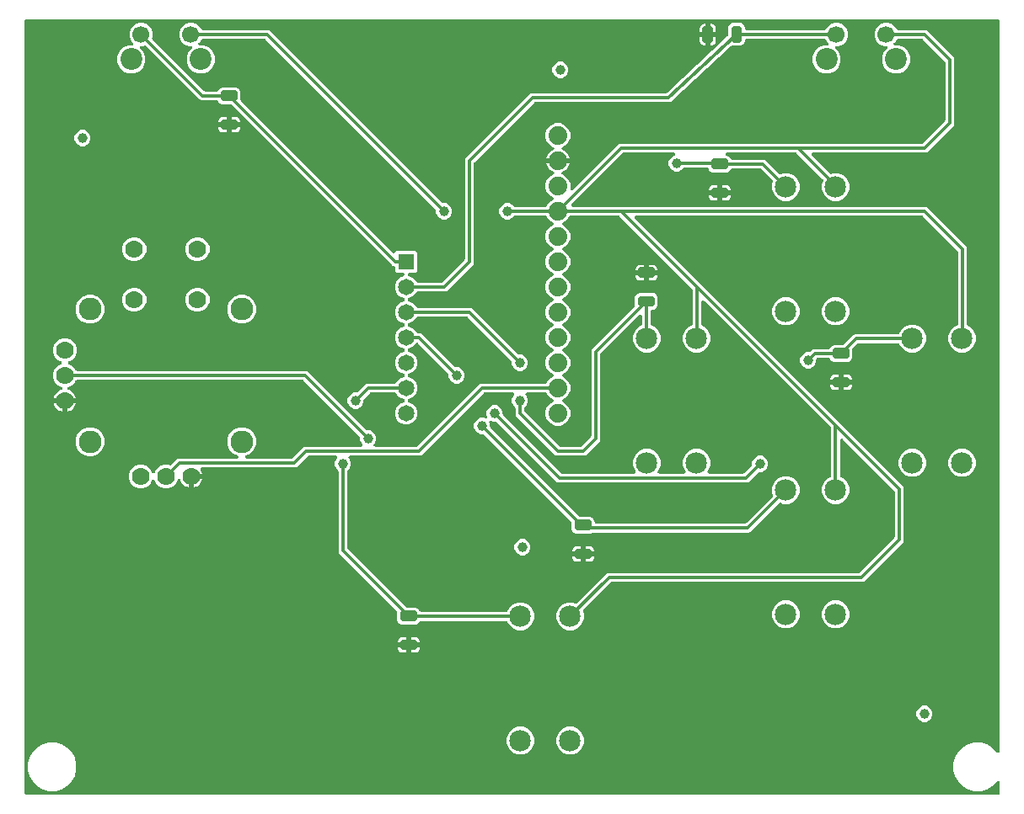
<source format=gbr>
G04 EAGLE Gerber RS-274X export*
G75*
%MOMM*%
%FSLAX34Y34*%
%LPD*%
%INTop Copper*%
%IPPOS*%
%AMOC8*
5,1,8,0,0,1.08239X$1,22.5*%
G01*
%ADD10C,1.879600*%
%ADD11R,1.650000X1.650000*%
%ADD12C,1.650000*%
%ADD13C,0.496800*%
%ADD14C,2.286000*%
%ADD15C,1.778000*%
%ADD16C,2.159000*%
%ADD17C,2.200000*%
%ADD18C,1.700000*%
%ADD19C,0.304800*%
%ADD20C,1.006400*%

G36*
X988342Y10164D02*
X988342Y10164D01*
X988368Y10162D01*
X988515Y10184D01*
X988662Y10201D01*
X988687Y10209D01*
X988713Y10213D01*
X988851Y10268D01*
X988990Y10318D01*
X989012Y10332D01*
X989037Y10342D01*
X989158Y10427D01*
X989283Y10507D01*
X989301Y10526D01*
X989323Y10541D01*
X989422Y10651D01*
X989525Y10758D01*
X989539Y10780D01*
X989556Y10800D01*
X989628Y10930D01*
X989704Y11057D01*
X989712Y11082D01*
X989725Y11105D01*
X989765Y11248D01*
X989810Y11389D01*
X989812Y11415D01*
X989820Y11440D01*
X989839Y11684D01*
X989839Y22371D01*
X989837Y22387D01*
X989838Y22399D01*
X989828Y22466D01*
X989825Y22496D01*
X989819Y22621D01*
X989805Y22668D01*
X989799Y22717D01*
X989757Y22835D01*
X989722Y22956D01*
X989698Y22999D01*
X989682Y23045D01*
X989614Y23151D01*
X989553Y23260D01*
X989519Y23297D01*
X989493Y23338D01*
X989402Y23425D01*
X989318Y23518D01*
X989278Y23546D01*
X989242Y23580D01*
X989134Y23645D01*
X989031Y23716D01*
X988985Y23734D01*
X988943Y23759D01*
X988823Y23797D01*
X988706Y23843D01*
X988658Y23850D01*
X988611Y23865D01*
X988486Y23875D01*
X988362Y23893D01*
X988313Y23889D01*
X988264Y23893D01*
X988140Y23875D01*
X988014Y23864D01*
X987968Y23849D01*
X987919Y23841D01*
X987802Y23795D01*
X987683Y23756D01*
X987641Y23731D01*
X987595Y23713D01*
X987492Y23641D01*
X987385Y23576D01*
X987349Y23542D01*
X987309Y23514D01*
X987225Y23421D01*
X987135Y23333D01*
X987121Y23313D01*
X982575Y18767D01*
X977066Y15586D01*
X970921Y13939D01*
X964559Y13939D01*
X958414Y15586D01*
X952905Y18767D01*
X948407Y23265D01*
X945226Y28774D01*
X943579Y34919D01*
X943579Y41281D01*
X945226Y47426D01*
X948407Y52935D01*
X952905Y57433D01*
X958414Y60614D01*
X964559Y62261D01*
X970921Y62261D01*
X977066Y60614D01*
X982575Y57433D01*
X987126Y52882D01*
X987139Y52862D01*
X987174Y52828D01*
X987204Y52789D01*
X987299Y52707D01*
X987390Y52620D01*
X987432Y52595D01*
X987469Y52563D01*
X987581Y52506D01*
X987689Y52441D01*
X987736Y52426D01*
X987779Y52404D01*
X987901Y52373D01*
X988021Y52335D01*
X988070Y52331D01*
X988117Y52319D01*
X988243Y52317D01*
X988368Y52307D01*
X988417Y52314D01*
X988466Y52313D01*
X988589Y52340D01*
X988713Y52359D01*
X988758Y52377D01*
X988806Y52387D01*
X988920Y52441D01*
X989037Y52487D01*
X989077Y52515D01*
X989121Y52536D01*
X989220Y52615D01*
X989323Y52686D01*
X989356Y52723D01*
X989394Y52753D01*
X989472Y52852D01*
X989556Y52945D01*
X989580Y52988D01*
X989611Y53026D01*
X989664Y53140D01*
X989725Y53250D01*
X989738Y53297D01*
X989759Y53342D01*
X989785Y53464D01*
X989820Y53585D01*
X989825Y53647D01*
X989832Y53682D01*
X989831Y53730D01*
X989839Y53829D01*
X989839Y788316D01*
X989836Y788342D01*
X989838Y788368D01*
X989816Y788515D01*
X989799Y788662D01*
X989791Y788687D01*
X989787Y788713D01*
X989732Y788851D01*
X989682Y788990D01*
X989668Y789012D01*
X989658Y789037D01*
X989573Y789158D01*
X989493Y789283D01*
X989474Y789301D01*
X989459Y789323D01*
X989349Y789422D01*
X989242Y789525D01*
X989220Y789539D01*
X989200Y789556D01*
X989070Y789628D01*
X988943Y789704D01*
X988918Y789712D01*
X988895Y789725D01*
X988752Y789765D01*
X988611Y789810D01*
X988585Y789812D01*
X988560Y789820D01*
X988316Y789839D01*
X11684Y789839D01*
X11658Y789836D01*
X11632Y789838D01*
X11485Y789816D01*
X11338Y789799D01*
X11313Y789791D01*
X11287Y789787D01*
X11149Y789732D01*
X11010Y789682D01*
X10988Y789668D01*
X10963Y789658D01*
X10842Y789573D01*
X10717Y789493D01*
X10699Y789474D01*
X10677Y789459D01*
X10578Y789349D01*
X10475Y789242D01*
X10461Y789220D01*
X10444Y789200D01*
X10372Y789070D01*
X10296Y788943D01*
X10288Y788918D01*
X10275Y788895D01*
X10235Y788752D01*
X10190Y788611D01*
X10188Y788585D01*
X10180Y788560D01*
X10161Y788316D01*
X10161Y11684D01*
X10164Y11658D01*
X10162Y11632D01*
X10184Y11485D01*
X10201Y11338D01*
X10209Y11313D01*
X10213Y11287D01*
X10268Y11149D01*
X10318Y11010D01*
X10332Y10988D01*
X10342Y10963D01*
X10427Y10842D01*
X10507Y10717D01*
X10526Y10699D01*
X10541Y10677D01*
X10651Y10578D01*
X10758Y10475D01*
X10780Y10461D01*
X10800Y10444D01*
X10930Y10372D01*
X11057Y10296D01*
X11082Y10288D01*
X11105Y10275D01*
X11248Y10235D01*
X11389Y10190D01*
X11415Y10188D01*
X11440Y10180D01*
X11684Y10161D01*
X988316Y10161D01*
X988342Y10164D01*
G37*
%LPC*%
G36*
X505646Y175656D02*
X505646Y175656D01*
X500558Y177764D01*
X496664Y181658D01*
X495699Y183987D01*
X495662Y184054D01*
X495634Y184125D01*
X495578Y184206D01*
X495530Y184292D01*
X495479Y184348D01*
X495435Y184411D01*
X495362Y184477D01*
X495296Y184550D01*
X495233Y184593D01*
X495176Y184644D01*
X495090Y184692D01*
X495009Y184748D01*
X494938Y184776D01*
X494871Y184813D01*
X494776Y184840D01*
X494685Y184876D01*
X494609Y184887D01*
X494536Y184908D01*
X494387Y184920D01*
X494340Y184927D01*
X494321Y184925D01*
X494292Y184927D01*
X408389Y184927D01*
X408313Y184919D01*
X408237Y184920D01*
X408140Y184899D01*
X408043Y184887D01*
X407971Y184862D01*
X407896Y184845D01*
X407807Y184803D01*
X407715Y184770D01*
X407651Y184728D01*
X407582Y184696D01*
X407505Y184634D01*
X407422Y184581D01*
X407369Y184526D01*
X407309Y184478D01*
X407248Y184401D01*
X407180Y184330D01*
X407141Y184265D01*
X407093Y184205D01*
X407025Y184072D01*
X407001Y184031D01*
X406995Y184013D01*
X406982Y183987D01*
X406846Y183660D01*
X405290Y182104D01*
X403257Y181261D01*
X389223Y181261D01*
X387190Y182104D01*
X385634Y183660D01*
X384791Y185693D01*
X384791Y193921D01*
X384797Y193956D01*
X384792Y194053D01*
X384797Y194151D01*
X384783Y194227D01*
X384780Y194304D01*
X384752Y194398D01*
X384735Y194494D01*
X384704Y194565D01*
X384683Y194638D01*
X384635Y194724D01*
X384596Y194814D01*
X384550Y194875D01*
X384513Y194943D01*
X384417Y195056D01*
X384388Y195094D01*
X384374Y195106D01*
X384354Y195129D01*
X327824Y251659D01*
X326323Y253160D01*
X325627Y254840D01*
X325627Y335414D01*
X325613Y335539D01*
X325606Y335666D01*
X325593Y335712D01*
X325587Y335760D01*
X325545Y335879D01*
X325510Y336001D01*
X325486Y336043D01*
X325470Y336088D01*
X325401Y336194D01*
X325340Y336305D01*
X325300Y336351D01*
X325281Y336381D01*
X325246Y336415D01*
X325181Y336491D01*
X323350Y338323D01*
X322119Y341293D01*
X322119Y344507D01*
X323350Y347477D01*
X324299Y348427D01*
X324362Y348506D01*
X324431Y348578D01*
X324469Y348642D01*
X324516Y348700D01*
X324559Y348791D01*
X324610Y348877D01*
X324633Y348948D01*
X324665Y349015D01*
X324686Y349113D01*
X324716Y349209D01*
X324722Y349283D01*
X324738Y349356D01*
X324736Y349456D01*
X324744Y349556D01*
X324733Y349630D01*
X324732Y349704D01*
X324708Y349801D01*
X324693Y349901D01*
X324665Y349970D01*
X324647Y350042D01*
X324601Y350131D01*
X324564Y350225D01*
X324521Y350286D01*
X324487Y350352D01*
X324422Y350428D01*
X324365Y350511D01*
X324310Y350561D01*
X324262Y350617D01*
X324181Y350677D01*
X324106Y350744D01*
X324041Y350780D01*
X323981Y350825D01*
X323889Y350864D01*
X323801Y350913D01*
X323729Y350933D01*
X323661Y350963D01*
X323562Y350980D01*
X323466Y351008D01*
X323366Y351016D01*
X323318Y351024D01*
X323282Y351022D01*
X323222Y351027D01*
X295641Y351027D01*
X295515Y351013D01*
X295389Y351006D01*
X295343Y350993D01*
X295295Y350987D01*
X295176Y350945D01*
X295054Y350910D01*
X295012Y350886D01*
X294967Y350870D01*
X294860Y350801D01*
X294750Y350740D01*
X294704Y350700D01*
X294674Y350681D01*
X294640Y350646D01*
X294564Y350581D01*
X283768Y339785D01*
X282088Y339089D01*
X188460Y339089D01*
X188306Y339072D01*
X188152Y339058D01*
X188133Y339052D01*
X188114Y339049D01*
X187968Y338997D01*
X187821Y338948D01*
X187804Y338938D01*
X187786Y338932D01*
X187656Y338848D01*
X187523Y338767D01*
X187509Y338753D01*
X187493Y338743D01*
X187385Y338631D01*
X187275Y338522D01*
X187264Y338506D01*
X187251Y338492D01*
X187171Y338359D01*
X187088Y338228D01*
X187082Y338210D01*
X187072Y338193D01*
X187025Y338045D01*
X186974Y337899D01*
X186972Y337880D01*
X186966Y337861D01*
X186953Y337707D01*
X186937Y337552D01*
X186939Y337533D01*
X186938Y337514D01*
X186961Y337360D01*
X186980Y337206D01*
X186987Y337188D01*
X186990Y337169D01*
X187047Y337025D01*
X187101Y336879D01*
X187113Y336860D01*
X187118Y336845D01*
X187143Y336809D01*
X187228Y336671D01*
X187576Y336191D01*
X188393Y334588D01*
X188949Y332877D01*
X189021Y332422D01*
X178499Y332422D01*
X178473Y332419D01*
X178446Y332421D01*
X178300Y332399D01*
X178152Y332382D01*
X178128Y332373D01*
X178102Y332369D01*
X177964Y332314D01*
X177824Y332264D01*
X177802Y332250D01*
X177778Y332240D01*
X177656Y332156D01*
X177532Y332075D01*
X177513Y332056D01*
X177492Y332042D01*
X177393Y331932D01*
X177289Y331825D01*
X177276Y331802D01*
X177258Y331783D01*
X177187Y331653D01*
X177111Y331526D01*
X177103Y331501D01*
X177090Y331478D01*
X177049Y331335D01*
X177004Y331194D01*
X177002Y331168D01*
X176995Y331142D01*
X176985Y331014D01*
X176902Y331002D01*
X176755Y330985D01*
X176731Y330976D01*
X176705Y330972D01*
X176567Y330917D01*
X176427Y330867D01*
X176405Y330853D01*
X176381Y330843D01*
X176259Y330759D01*
X176134Y330678D01*
X176116Y330659D01*
X176095Y330644D01*
X175995Y330534D01*
X175892Y330428D01*
X175879Y330405D01*
X175861Y330386D01*
X175789Y330256D01*
X175713Y330128D01*
X175705Y330103D01*
X175693Y330080D01*
X175652Y329938D01*
X175607Y329796D01*
X175605Y329770D01*
X175598Y329745D01*
X175578Y329501D01*
X175578Y318979D01*
X175123Y319051D01*
X173412Y319607D01*
X171809Y320424D01*
X170353Y321481D01*
X169081Y322753D01*
X168024Y324209D01*
X167207Y325812D01*
X166855Y326894D01*
X166789Y327039D01*
X166725Y327186D01*
X166717Y327197D01*
X166710Y327211D01*
X166612Y327338D01*
X166517Y327465D01*
X166506Y327475D01*
X166497Y327486D01*
X166373Y327588D01*
X166251Y327691D01*
X166238Y327697D01*
X166227Y327706D01*
X166083Y327777D01*
X165941Y327849D01*
X165927Y327853D01*
X165914Y327859D01*
X165758Y327895D01*
X165603Y327934D01*
X165588Y327934D01*
X165574Y327937D01*
X165414Y327936D01*
X165254Y327939D01*
X165240Y327935D01*
X165226Y327935D01*
X165070Y327898D01*
X164914Y327864D01*
X164901Y327858D01*
X164887Y327855D01*
X164744Y327783D01*
X164599Y327715D01*
X164588Y327705D01*
X164575Y327699D01*
X164452Y327597D01*
X164327Y327497D01*
X164318Y327486D01*
X164307Y327477D01*
X164210Y327350D01*
X164111Y327224D01*
X164103Y327208D01*
X164096Y327199D01*
X164080Y327164D01*
X163999Y327006D01*
X162521Y323437D01*
X159163Y320079D01*
X154775Y318261D01*
X150025Y318261D01*
X145637Y320079D01*
X142279Y323437D01*
X141107Y326266D01*
X141059Y326353D01*
X141019Y326446D01*
X140974Y326505D01*
X140938Y326570D01*
X140871Y326645D01*
X140811Y326725D01*
X140754Y326773D01*
X140704Y326828D01*
X140621Y326885D01*
X140545Y326950D01*
X140478Y326984D01*
X140417Y327027D01*
X140324Y327063D01*
X140234Y327109D01*
X140162Y327127D01*
X140093Y327154D01*
X139993Y327169D01*
X139896Y327193D01*
X139822Y327194D01*
X139748Y327205D01*
X139648Y327197D01*
X139548Y327198D01*
X139475Y327182D01*
X139401Y327176D01*
X139305Y327145D01*
X139207Y327124D01*
X139140Y327092D01*
X139069Y327069D01*
X138983Y327017D01*
X138892Y326974D01*
X138834Y326928D01*
X138771Y326890D01*
X138698Y326819D01*
X138620Y326757D01*
X138574Y326699D01*
X138521Y326647D01*
X138466Y326562D01*
X138404Y326483D01*
X138358Y326394D01*
X138332Y326353D01*
X138320Y326320D01*
X138293Y326266D01*
X137121Y323437D01*
X133763Y320079D01*
X129375Y318261D01*
X124625Y318261D01*
X120237Y320079D01*
X116879Y323437D01*
X115061Y327825D01*
X115061Y332575D01*
X116879Y336963D01*
X120237Y340321D01*
X124625Y342139D01*
X129375Y342139D01*
X133763Y340321D01*
X137121Y336963D01*
X138293Y334134D01*
X138341Y334047D01*
X138382Y333954D01*
X138426Y333895D01*
X138462Y333830D01*
X138529Y333755D01*
X138589Y333675D01*
X138646Y333627D01*
X138696Y333572D01*
X138779Y333514D01*
X138855Y333450D01*
X138922Y333416D01*
X138983Y333373D01*
X139076Y333337D01*
X139166Y333291D01*
X139238Y333273D01*
X139307Y333246D01*
X139406Y333231D01*
X139504Y333207D01*
X139578Y333206D01*
X139652Y333195D01*
X139752Y333203D01*
X139852Y333202D01*
X139925Y333218D01*
X139999Y333224D01*
X140095Y333255D01*
X140193Y333276D01*
X140260Y333308D01*
X140331Y333331D01*
X140417Y333383D01*
X140508Y333426D01*
X140566Y333472D01*
X140629Y333510D01*
X140702Y333581D01*
X140780Y333643D01*
X140826Y333701D01*
X140879Y333753D01*
X140934Y333838D01*
X140996Y333917D01*
X141042Y334006D01*
X141068Y334047D01*
X141080Y334080D01*
X141107Y334134D01*
X142279Y336963D01*
X145637Y340321D01*
X150025Y342139D01*
X154775Y342139D01*
X156024Y341621D01*
X156098Y341600D01*
X156168Y341570D01*
X156265Y341552D01*
X156360Y341525D01*
X156436Y341522D01*
X156511Y341508D01*
X156609Y341513D01*
X156708Y341508D01*
X156783Y341522D01*
X156859Y341526D01*
X156954Y341553D01*
X157050Y341571D01*
X157121Y341601D01*
X157194Y341623D01*
X157280Y341671D01*
X157370Y341710D01*
X157431Y341755D01*
X157498Y341793D01*
X157612Y341890D01*
X157650Y341918D01*
X157662Y341932D01*
X157684Y341951D01*
X163272Y347539D01*
X164952Y348235D01*
X223884Y348235D01*
X223934Y348240D01*
X223984Y348238D01*
X224107Y348260D01*
X224230Y348275D01*
X224278Y348292D01*
X224327Y348301D01*
X224441Y348350D01*
X224558Y348392D01*
X224601Y348419D01*
X224647Y348439D01*
X224747Y348514D01*
X224851Y348581D01*
X224886Y348617D01*
X224927Y348647D01*
X225007Y348742D01*
X225093Y348832D01*
X225119Y348875D01*
X225152Y348913D01*
X225208Y349024D01*
X225272Y349131D01*
X225288Y349179D01*
X225311Y349224D01*
X225341Y349344D01*
X225378Y349463D01*
X225383Y349513D01*
X225395Y349562D01*
X225396Y349686D01*
X225406Y349810D01*
X225399Y349860D01*
X225400Y349910D01*
X225373Y350032D01*
X225355Y350155D01*
X225336Y350202D01*
X225325Y350251D01*
X225272Y350363D01*
X225226Y350479D01*
X225197Y350520D01*
X225176Y350566D01*
X225098Y350663D01*
X225027Y350765D01*
X224990Y350799D01*
X224958Y350838D01*
X224861Y350915D01*
X224768Y350998D01*
X224724Y351023D01*
X224685Y351054D01*
X224467Y351165D01*
X220398Y352851D01*
X216326Y356923D01*
X214121Y362245D01*
X214121Y368005D01*
X216326Y373327D01*
X220398Y377399D01*
X225720Y379604D01*
X231480Y379604D01*
X236802Y377399D01*
X240874Y373327D01*
X243079Y368005D01*
X243079Y362245D01*
X240874Y356923D01*
X236802Y352851D01*
X232733Y351165D01*
X232689Y351141D01*
X232642Y351124D01*
X232537Y351056D01*
X232428Y350996D01*
X232391Y350962D01*
X232349Y350935D01*
X232262Y350845D01*
X232170Y350762D01*
X232142Y350720D01*
X232107Y350684D01*
X232043Y350577D01*
X231972Y350475D01*
X231954Y350428D01*
X231928Y350385D01*
X231890Y350267D01*
X231844Y350151D01*
X231837Y350101D01*
X231822Y350053D01*
X231812Y349929D01*
X231793Y349806D01*
X231798Y349756D01*
X231794Y349706D01*
X231812Y349583D01*
X231822Y349459D01*
X231838Y349411D01*
X231845Y349361D01*
X231891Y349246D01*
X231929Y349127D01*
X231955Y349084D01*
X231974Y349037D01*
X232045Y348935D01*
X232109Y348829D01*
X232144Y348792D01*
X232173Y348751D01*
X232265Y348668D01*
X232352Y348579D01*
X232394Y348551D01*
X232432Y348518D01*
X232541Y348458D01*
X232645Y348390D01*
X232693Y348373D01*
X232737Y348349D01*
X232857Y348315D01*
X232974Y348274D01*
X233024Y348268D01*
X233072Y348254D01*
X233316Y348235D01*
X278653Y348235D01*
X278779Y348249D01*
X278905Y348256D01*
X278951Y348269D01*
X278999Y348275D01*
X279118Y348317D01*
X279240Y348352D01*
X279282Y348376D01*
X279327Y348392D01*
X279434Y348461D01*
X279544Y348522D01*
X279590Y348562D01*
X279620Y348581D01*
X279654Y348616D01*
X279730Y348681D01*
X290526Y359477D01*
X292206Y360173D01*
X348622Y360173D01*
X348722Y360184D01*
X348822Y360186D01*
X348894Y360204D01*
X348968Y360213D01*
X349063Y360247D01*
X349160Y360271D01*
X349226Y360305D01*
X349296Y360330D01*
X349381Y360385D01*
X349470Y360431D01*
X349527Y360479D01*
X349589Y360519D01*
X349659Y360591D01*
X349735Y360656D01*
X349780Y360716D01*
X349831Y360770D01*
X349883Y360856D01*
X349942Y360937D01*
X349972Y361005D01*
X350010Y361069D01*
X350041Y361165D01*
X350080Y361257D01*
X350094Y361330D01*
X350116Y361401D01*
X350124Y361501D01*
X350142Y361600D01*
X350138Y361674D01*
X350144Y361748D01*
X350129Y361848D01*
X350124Y361948D01*
X350104Y362019D01*
X350093Y362093D01*
X350055Y362186D01*
X350028Y362283D01*
X349991Y362348D01*
X349964Y362417D01*
X349907Y362499D01*
X349858Y362587D01*
X349792Y362663D01*
X349765Y362703D01*
X349739Y362727D01*
X349699Y362773D01*
X348750Y363723D01*
X347519Y366693D01*
X347519Y369283D01*
X347505Y369409D01*
X347498Y369535D01*
X347485Y369581D01*
X347479Y369629D01*
X347437Y369748D01*
X347402Y369870D01*
X347378Y369912D01*
X347362Y369957D01*
X347293Y370064D01*
X347232Y370174D01*
X347192Y370220D01*
X347173Y370250D01*
X347138Y370284D01*
X347073Y370360D01*
X290652Y426781D01*
X290553Y426860D01*
X290459Y426944D01*
X290417Y426968D01*
X290379Y426998D01*
X290265Y427052D01*
X290154Y427113D01*
X290108Y427126D01*
X290064Y427147D01*
X289941Y427173D01*
X289819Y427208D01*
X289758Y427213D01*
X289723Y427220D01*
X289675Y427219D01*
X289575Y427227D01*
X62846Y427227D01*
X62770Y427219D01*
X62694Y427220D01*
X62597Y427199D01*
X62500Y427187D01*
X62428Y427162D01*
X62353Y427145D01*
X62264Y427103D01*
X62172Y427070D01*
X62107Y427028D01*
X62039Y426996D01*
X61962Y426934D01*
X61879Y426881D01*
X61826Y426826D01*
X61766Y426778D01*
X61705Y426701D01*
X61637Y426630D01*
X61598Y426565D01*
X61550Y426505D01*
X61482Y426372D01*
X61458Y426331D01*
X61452Y426313D01*
X61439Y426287D01*
X60921Y425037D01*
X57563Y421679D01*
X53994Y420201D01*
X53854Y420123D01*
X53713Y420048D01*
X53702Y420038D01*
X53690Y420031D01*
X53571Y419924D01*
X53451Y419819D01*
X53442Y419807D01*
X53431Y419797D01*
X53340Y419666D01*
X53247Y419536D01*
X53241Y419522D01*
X53233Y419511D01*
X53175Y419362D01*
X53113Y419214D01*
X53111Y419200D01*
X53105Y419186D01*
X53082Y419029D01*
X53056Y418870D01*
X53057Y418856D01*
X53055Y418842D01*
X53068Y418682D01*
X53078Y418523D01*
X53082Y418509D01*
X53083Y418494D01*
X53133Y418342D01*
X53179Y418189D01*
X53186Y418176D01*
X53191Y418163D01*
X53273Y418026D01*
X53353Y417887D01*
X53363Y417876D01*
X53370Y417864D01*
X53482Y417749D01*
X53591Y417632D01*
X53603Y417624D01*
X53613Y417614D01*
X53748Y417527D01*
X53881Y417439D01*
X53896Y417432D01*
X53906Y417426D01*
X53943Y417413D01*
X54106Y417345D01*
X55188Y416993D01*
X56791Y416176D01*
X58247Y415119D01*
X59519Y413847D01*
X60576Y412391D01*
X61393Y410788D01*
X61949Y409077D01*
X62021Y408622D01*
X51499Y408622D01*
X51473Y408619D01*
X51446Y408621D01*
X51300Y408599D01*
X51152Y408582D01*
X51128Y408573D01*
X51102Y408569D01*
X50964Y408514D01*
X50824Y408464D01*
X50802Y408450D01*
X50795Y408447D01*
X50728Y408487D01*
X50703Y408495D01*
X50680Y408507D01*
X50538Y408548D01*
X50396Y408593D01*
X50370Y408595D01*
X50345Y408602D01*
X50101Y408622D01*
X39579Y408622D01*
X39651Y409077D01*
X40207Y410788D01*
X41024Y412391D01*
X42081Y413847D01*
X43353Y415119D01*
X44809Y416176D01*
X46412Y416993D01*
X47494Y417345D01*
X47639Y417411D01*
X47786Y417475D01*
X47797Y417483D01*
X47811Y417490D01*
X47938Y417588D01*
X48065Y417683D01*
X48075Y417694D01*
X48086Y417703D01*
X48188Y417827D01*
X48291Y417949D01*
X48297Y417962D01*
X48306Y417973D01*
X48377Y418117D01*
X48449Y418259D01*
X48453Y418273D01*
X48459Y418286D01*
X48495Y418442D01*
X48534Y418597D01*
X48534Y418612D01*
X48537Y418626D01*
X48536Y418786D01*
X48539Y418946D01*
X48535Y418960D01*
X48535Y418974D01*
X48498Y419130D01*
X48464Y419286D01*
X48458Y419299D01*
X48455Y419313D01*
X48383Y419456D01*
X48315Y419601D01*
X48305Y419612D01*
X48299Y419625D01*
X48197Y419748D01*
X48097Y419873D01*
X48086Y419882D01*
X48077Y419893D01*
X47950Y419990D01*
X47824Y420089D01*
X47808Y420097D01*
X47799Y420104D01*
X47764Y420120D01*
X47606Y420201D01*
X44037Y421679D01*
X40679Y425037D01*
X38861Y429425D01*
X38861Y434175D01*
X40679Y438563D01*
X44037Y441921D01*
X46866Y443093D01*
X46953Y443141D01*
X47045Y443181D01*
X47105Y443226D01*
X47170Y443262D01*
X47245Y443329D01*
X47325Y443389D01*
X47373Y443446D01*
X47428Y443496D01*
X47485Y443579D01*
X47550Y443655D01*
X47584Y443722D01*
X47627Y443783D01*
X47663Y443876D01*
X47709Y443966D01*
X47727Y444038D01*
X47754Y444107D01*
X47769Y444206D01*
X47793Y444304D01*
X47794Y444378D01*
X47805Y444452D01*
X47797Y444552D01*
X47798Y444652D01*
X47782Y444725D01*
X47776Y444799D01*
X47745Y444895D01*
X47724Y444993D01*
X47692Y445060D01*
X47669Y445131D01*
X47617Y445217D01*
X47574Y445308D01*
X47528Y445366D01*
X47490Y445429D01*
X47419Y445502D01*
X47357Y445580D01*
X47299Y445626D01*
X47247Y445679D01*
X47162Y445734D01*
X47083Y445796D01*
X46994Y445842D01*
X46953Y445868D01*
X46920Y445880D01*
X46866Y445907D01*
X44037Y447079D01*
X40679Y450437D01*
X38861Y454825D01*
X38861Y459575D01*
X40679Y463963D01*
X44037Y467321D01*
X48425Y469139D01*
X53175Y469139D01*
X57563Y467321D01*
X60921Y463963D01*
X62739Y459575D01*
X62739Y454825D01*
X60921Y450437D01*
X57563Y447079D01*
X54734Y445907D01*
X54647Y445858D01*
X54555Y445818D01*
X54495Y445774D01*
X54430Y445738D01*
X54355Y445671D01*
X54275Y445611D01*
X54227Y445554D01*
X54172Y445504D01*
X54114Y445421D01*
X54050Y445345D01*
X54016Y445278D01*
X53973Y445217D01*
X53937Y445124D01*
X53891Y445034D01*
X53873Y444962D01*
X53846Y444893D01*
X53831Y444794D01*
X53807Y444696D01*
X53806Y444622D01*
X53795Y444548D01*
X53803Y444448D01*
X53802Y444348D01*
X53818Y444275D01*
X53824Y444201D01*
X53855Y444105D01*
X53876Y444007D01*
X53908Y443940D01*
X53931Y443869D01*
X53983Y443783D01*
X54026Y443692D01*
X54072Y443634D01*
X54111Y443571D01*
X54180Y443499D01*
X54243Y443420D01*
X54302Y443374D01*
X54353Y443321D01*
X54438Y443266D01*
X54517Y443204D01*
X54606Y443158D01*
X54647Y443132D01*
X54680Y443120D01*
X54734Y443093D01*
X57563Y441921D01*
X60921Y438563D01*
X61439Y437313D01*
X61476Y437246D01*
X61504Y437175D01*
X61560Y437095D01*
X61608Y437008D01*
X61659Y436952D01*
X61703Y436889D01*
X61776Y436823D01*
X61842Y436750D01*
X61905Y436707D01*
X61962Y436656D01*
X62048Y436608D01*
X62129Y436552D01*
X62200Y436524D01*
X62267Y436487D01*
X62362Y436460D01*
X62453Y436424D01*
X62529Y436413D01*
X62602Y436392D01*
X62751Y436380D01*
X62798Y436373D01*
X62817Y436375D01*
X62846Y436373D01*
X293010Y436373D01*
X294690Y435677D01*
X353540Y376827D01*
X353639Y376748D01*
X353733Y376664D01*
X353775Y376640D01*
X353813Y376610D01*
X353927Y376556D01*
X354038Y376495D01*
X354084Y376482D01*
X354128Y376461D01*
X354251Y376435D01*
X354373Y376400D01*
X354434Y376395D01*
X354469Y376388D01*
X354517Y376389D01*
X354617Y376381D01*
X357207Y376381D01*
X360177Y375150D01*
X362450Y372877D01*
X363681Y369907D01*
X363681Y366693D01*
X362450Y363723D01*
X361501Y362773D01*
X361438Y362694D01*
X361369Y362622D01*
X361331Y362558D01*
X361284Y362500D01*
X361241Y362409D01*
X361190Y362323D01*
X361167Y362252D01*
X361135Y362185D01*
X361114Y362087D01*
X361084Y361991D01*
X361078Y361917D01*
X361062Y361844D01*
X361064Y361744D01*
X361056Y361644D01*
X361067Y361570D01*
X361068Y361496D01*
X361092Y361399D01*
X361107Y361299D01*
X361135Y361230D01*
X361153Y361158D01*
X361199Y361069D01*
X361236Y360975D01*
X361279Y360914D01*
X361313Y360848D01*
X361378Y360772D01*
X361435Y360689D01*
X361490Y360639D01*
X361538Y360583D01*
X361619Y360523D01*
X361694Y360456D01*
X361759Y360420D01*
X361819Y360375D01*
X361911Y360336D01*
X361999Y360287D01*
X362071Y360267D01*
X362139Y360237D01*
X362238Y360220D01*
X362334Y360192D01*
X362434Y360184D01*
X362482Y360176D01*
X362518Y360178D01*
X362578Y360173D01*
X403875Y360173D01*
X404001Y360187D01*
X404127Y360194D01*
X404173Y360207D01*
X404221Y360213D01*
X404340Y360255D01*
X404462Y360290D01*
X404504Y360314D01*
X404549Y360330D01*
X404656Y360399D01*
X404766Y360460D01*
X404812Y360500D01*
X404842Y360519D01*
X404876Y360554D01*
X404952Y360619D01*
X467310Y422977D01*
X468990Y423673D01*
X533504Y423673D01*
X533580Y423681D01*
X533656Y423680D01*
X533753Y423701D01*
X533850Y423713D01*
X533922Y423738D01*
X533997Y423755D01*
X534086Y423797D01*
X534178Y423830D01*
X534243Y423872D01*
X534312Y423904D01*
X534389Y423966D01*
X534471Y424019D01*
X534524Y424074D01*
X534584Y424122D01*
X534645Y424199D01*
X534713Y424270D01*
X534753Y424335D01*
X534800Y424395D01*
X534868Y424529D01*
X534892Y424569D01*
X534898Y424587D01*
X534911Y424613D01*
X535548Y426151D01*
X539049Y429652D01*
X540838Y430393D01*
X540926Y430441D01*
X541018Y430481D01*
X541078Y430526D01*
X541143Y430562D01*
X541217Y430629D01*
X541298Y430689D01*
X541346Y430746D01*
X541401Y430796D01*
X541458Y430879D01*
X541523Y430955D01*
X541557Y431022D01*
X541599Y431083D01*
X541636Y431176D01*
X541682Y431266D01*
X541700Y431338D01*
X541727Y431407D01*
X541742Y431506D01*
X541766Y431604D01*
X541767Y431678D01*
X541778Y431752D01*
X541769Y431852D01*
X541771Y431952D01*
X541755Y432025D01*
X541749Y432099D01*
X541718Y432195D01*
X541697Y432293D01*
X541665Y432360D01*
X541642Y432431D01*
X541590Y432517D01*
X541547Y432608D01*
X541500Y432666D01*
X541462Y432729D01*
X541392Y432802D01*
X541329Y432880D01*
X541271Y432926D01*
X541219Y432979D01*
X541135Y433034D01*
X541056Y433096D01*
X540966Y433142D01*
X540926Y433168D01*
X540892Y433180D01*
X540838Y433207D01*
X539049Y433948D01*
X535548Y437449D01*
X533653Y442024D01*
X533653Y446976D01*
X535548Y451551D01*
X539049Y455052D01*
X540838Y455793D01*
X540926Y455841D01*
X541018Y455881D01*
X541078Y455926D01*
X541143Y455962D01*
X541217Y456029D01*
X541298Y456089D01*
X541346Y456146D01*
X541401Y456196D01*
X541458Y456279D01*
X541523Y456355D01*
X541557Y456422D01*
X541599Y456483D01*
X541636Y456576D01*
X541682Y456666D01*
X541700Y456738D01*
X541727Y456807D01*
X541742Y456906D01*
X541766Y457004D01*
X541767Y457078D01*
X541778Y457152D01*
X541769Y457252D01*
X541771Y457352D01*
X541755Y457425D01*
X541749Y457499D01*
X541718Y457595D01*
X541697Y457693D01*
X541665Y457760D01*
X541642Y457831D01*
X541590Y457917D01*
X541547Y458008D01*
X541500Y458066D01*
X541462Y458129D01*
X541392Y458202D01*
X541329Y458280D01*
X541271Y458326D01*
X541219Y458379D01*
X541135Y458434D01*
X541056Y458496D01*
X540966Y458542D01*
X540926Y458568D01*
X540892Y458580D01*
X540838Y458607D01*
X539049Y459348D01*
X535548Y462849D01*
X533653Y467424D01*
X533653Y472376D01*
X535548Y476951D01*
X539049Y480452D01*
X540838Y481193D01*
X540926Y481241D01*
X541018Y481281D01*
X541078Y481326D01*
X541143Y481362D01*
X541217Y481429D01*
X541298Y481489D01*
X541346Y481546D01*
X541401Y481596D01*
X541458Y481679D01*
X541523Y481755D01*
X541557Y481822D01*
X541599Y481883D01*
X541636Y481976D01*
X541682Y482066D01*
X541700Y482138D01*
X541727Y482207D01*
X541742Y482306D01*
X541766Y482404D01*
X541767Y482478D01*
X541778Y482552D01*
X541769Y482652D01*
X541771Y482752D01*
X541755Y482825D01*
X541749Y482899D01*
X541718Y482995D01*
X541697Y483093D01*
X541665Y483160D01*
X541642Y483231D01*
X541590Y483317D01*
X541547Y483408D01*
X541500Y483466D01*
X541462Y483529D01*
X541392Y483602D01*
X541329Y483680D01*
X541271Y483726D01*
X541219Y483779D01*
X541135Y483834D01*
X541056Y483896D01*
X540966Y483942D01*
X540926Y483968D01*
X540892Y483980D01*
X540838Y484007D01*
X539049Y484748D01*
X535548Y488249D01*
X533653Y492824D01*
X533653Y497776D01*
X535548Y502351D01*
X539049Y505852D01*
X540838Y506593D01*
X540926Y506641D01*
X541018Y506681D01*
X541078Y506726D01*
X541143Y506762D01*
X541217Y506829D01*
X541298Y506889D01*
X541346Y506946D01*
X541401Y506996D01*
X541458Y507079D01*
X541523Y507155D01*
X541557Y507222D01*
X541599Y507283D01*
X541636Y507376D01*
X541682Y507466D01*
X541700Y507538D01*
X541727Y507607D01*
X541742Y507706D01*
X541766Y507804D01*
X541767Y507878D01*
X541778Y507952D01*
X541769Y508052D01*
X541771Y508152D01*
X541755Y508225D01*
X541749Y508299D01*
X541718Y508395D01*
X541697Y508493D01*
X541665Y508560D01*
X541642Y508631D01*
X541590Y508717D01*
X541547Y508808D01*
X541500Y508866D01*
X541462Y508929D01*
X541392Y509002D01*
X541329Y509080D01*
X541271Y509126D01*
X541219Y509179D01*
X541135Y509234D01*
X541056Y509296D01*
X540966Y509342D01*
X540926Y509368D01*
X540892Y509380D01*
X540838Y509407D01*
X539049Y510148D01*
X535548Y513649D01*
X533653Y518224D01*
X533653Y523176D01*
X535548Y527751D01*
X539049Y531252D01*
X540838Y531993D01*
X540926Y532041D01*
X541018Y532081D01*
X541078Y532126D01*
X541143Y532162D01*
X541217Y532229D01*
X541298Y532289D01*
X541346Y532346D01*
X541401Y532396D01*
X541458Y532479D01*
X541523Y532555D01*
X541557Y532622D01*
X541599Y532683D01*
X541636Y532776D01*
X541682Y532866D01*
X541700Y532938D01*
X541727Y533007D01*
X541742Y533106D01*
X541766Y533204D01*
X541767Y533278D01*
X541778Y533352D01*
X541769Y533452D01*
X541771Y533552D01*
X541755Y533625D01*
X541749Y533699D01*
X541718Y533795D01*
X541697Y533893D01*
X541665Y533960D01*
X541642Y534031D01*
X541590Y534117D01*
X541547Y534208D01*
X541500Y534266D01*
X541462Y534329D01*
X541392Y534402D01*
X541329Y534480D01*
X541271Y534526D01*
X541219Y534579D01*
X541135Y534634D01*
X541056Y534696D01*
X540966Y534742D01*
X540926Y534768D01*
X540892Y534780D01*
X540838Y534807D01*
X539049Y535548D01*
X535548Y539049D01*
X533653Y543624D01*
X533653Y548576D01*
X535548Y553151D01*
X539049Y556652D01*
X540838Y557393D01*
X540926Y557441D01*
X541018Y557481D01*
X541078Y557526D01*
X541143Y557562D01*
X541217Y557629D01*
X541298Y557689D01*
X541346Y557746D01*
X541401Y557796D01*
X541458Y557879D01*
X541523Y557955D01*
X541557Y558022D01*
X541599Y558083D01*
X541636Y558176D01*
X541682Y558266D01*
X541700Y558338D01*
X541727Y558407D01*
X541742Y558506D01*
X541766Y558604D01*
X541767Y558678D01*
X541778Y558752D01*
X541769Y558852D01*
X541771Y558952D01*
X541755Y559025D01*
X541749Y559099D01*
X541718Y559195D01*
X541697Y559293D01*
X541665Y559360D01*
X541642Y559431D01*
X541590Y559517D01*
X541547Y559608D01*
X541500Y559666D01*
X541462Y559729D01*
X541392Y559802D01*
X541329Y559880D01*
X541271Y559926D01*
X541219Y559979D01*
X541135Y560034D01*
X541056Y560096D01*
X540966Y560142D01*
X540926Y560168D01*
X540892Y560180D01*
X540838Y560207D01*
X539049Y560948D01*
X535548Y564449D01*
X533653Y569024D01*
X533653Y573976D01*
X535548Y578551D01*
X539049Y582052D01*
X540838Y582793D01*
X540926Y582841D01*
X541018Y582881D01*
X541078Y582926D01*
X541143Y582962D01*
X541217Y583029D01*
X541298Y583089D01*
X541346Y583146D01*
X541401Y583196D01*
X541458Y583279D01*
X541523Y583355D01*
X541557Y583422D01*
X541599Y583483D01*
X541636Y583576D01*
X541682Y583666D01*
X541700Y583738D01*
X541727Y583807D01*
X541742Y583906D01*
X541766Y584004D01*
X541767Y584078D01*
X541778Y584152D01*
X541769Y584252D01*
X541771Y584352D01*
X541755Y584425D01*
X541749Y584499D01*
X541718Y584595D01*
X541697Y584693D01*
X541665Y584760D01*
X541642Y584831D01*
X541590Y584917D01*
X541547Y585008D01*
X541500Y585066D01*
X541462Y585129D01*
X541392Y585202D01*
X541329Y585280D01*
X541271Y585326D01*
X541219Y585379D01*
X541135Y585434D01*
X541056Y585496D01*
X540966Y585542D01*
X540926Y585568D01*
X540892Y585580D01*
X540838Y585607D01*
X539049Y586348D01*
X535548Y589849D01*
X534911Y591387D01*
X534874Y591454D01*
X534846Y591525D01*
X534790Y591605D01*
X534742Y591692D01*
X534691Y591748D01*
X534647Y591811D01*
X534574Y591877D01*
X534508Y591950D01*
X534445Y591993D01*
X534388Y592044D01*
X534302Y592092D01*
X534221Y592148D01*
X534150Y592176D01*
X534083Y592213D01*
X533988Y592240D01*
X533897Y592276D01*
X533821Y592287D01*
X533748Y592308D01*
X533599Y592320D01*
X533552Y592327D01*
X533533Y592325D01*
X533504Y592327D01*
X502786Y592327D01*
X502661Y592313D01*
X502534Y592306D01*
X502488Y592293D01*
X502440Y592287D01*
X502321Y592245D01*
X502199Y592210D01*
X502157Y592186D01*
X502112Y592170D01*
X502006Y592101D01*
X501895Y592040D01*
X501849Y592000D01*
X501819Y591981D01*
X501785Y591946D01*
X501709Y591881D01*
X499877Y590050D01*
X496907Y588819D01*
X493693Y588819D01*
X490723Y590050D01*
X488450Y592323D01*
X487219Y595293D01*
X487219Y598507D01*
X488450Y601477D01*
X490723Y603750D01*
X493693Y604981D01*
X496907Y604981D01*
X499877Y603750D01*
X501709Y601919D01*
X501808Y601840D01*
X501902Y601756D01*
X501944Y601732D01*
X501982Y601702D01*
X502096Y601648D01*
X502207Y601587D01*
X502253Y601574D01*
X502297Y601553D01*
X502420Y601527D01*
X502542Y601492D01*
X502603Y601487D01*
X502638Y601480D01*
X502686Y601481D01*
X502786Y601473D01*
X533504Y601473D01*
X533580Y601481D01*
X533656Y601480D01*
X533753Y601501D01*
X533850Y601513D01*
X533922Y601538D01*
X533997Y601555D01*
X534086Y601597D01*
X534178Y601630D01*
X534243Y601672D01*
X534312Y601704D01*
X534389Y601766D01*
X534471Y601819D01*
X534524Y601874D01*
X534584Y601922D01*
X534645Y601999D01*
X534713Y602070D01*
X534753Y602135D01*
X534800Y602195D01*
X534868Y602329D01*
X534892Y602369D01*
X534898Y602387D01*
X534911Y602413D01*
X535548Y603951D01*
X539049Y607452D01*
X540838Y608193D01*
X540926Y608241D01*
X541018Y608281D01*
X541078Y608326D01*
X541143Y608362D01*
X541217Y608429D01*
X541298Y608489D01*
X541346Y608546D01*
X541401Y608596D01*
X541458Y608679D01*
X541523Y608755D01*
X541557Y608822D01*
X541599Y608883D01*
X541636Y608976D01*
X541682Y609066D01*
X541700Y609138D01*
X541727Y609207D01*
X541742Y609306D01*
X541766Y609404D01*
X541767Y609478D01*
X541778Y609552D01*
X541769Y609652D01*
X541771Y609752D01*
X541755Y609825D01*
X541749Y609899D01*
X541718Y609995D01*
X541697Y610093D01*
X541665Y610160D01*
X541642Y610231D01*
X541590Y610317D01*
X541547Y610408D01*
X541500Y610466D01*
X541462Y610529D01*
X541392Y610602D01*
X541329Y610680D01*
X541271Y610726D01*
X541219Y610779D01*
X541135Y610834D01*
X541056Y610896D01*
X540966Y610942D01*
X540926Y610968D01*
X540892Y610980D01*
X540838Y611007D01*
X539049Y611748D01*
X535548Y615249D01*
X533653Y619824D01*
X533653Y624776D01*
X535548Y629351D01*
X539049Y632852D01*
X541454Y633848D01*
X541490Y633868D01*
X541529Y633881D01*
X541642Y633952D01*
X541759Y634017D01*
X541789Y634045D01*
X541824Y634066D01*
X541918Y634161D01*
X542017Y634251D01*
X542040Y634285D01*
X542069Y634314D01*
X542139Y634428D01*
X542215Y634538D01*
X542230Y634576D01*
X542252Y634611D01*
X542294Y634738D01*
X542343Y634862D01*
X542349Y634903D01*
X542362Y634941D01*
X542375Y635075D01*
X542394Y635207D01*
X542391Y635248D01*
X542394Y635288D01*
X542376Y635421D01*
X542365Y635554D01*
X542353Y635593D01*
X542347Y635634D01*
X542299Y635758D01*
X542258Y635886D01*
X542237Y635921D01*
X542223Y635959D01*
X542148Y636070D01*
X542078Y636185D01*
X542050Y636214D01*
X542027Y636248D01*
X541929Y636338D01*
X541836Y636435D01*
X541801Y636457D01*
X541771Y636484D01*
X541563Y636613D01*
X539843Y637489D01*
X538322Y638594D01*
X536994Y639922D01*
X535889Y641443D01*
X535036Y643117D01*
X534455Y644904D01*
X534415Y645161D01*
X545084Y645161D01*
X545110Y645164D01*
X545136Y645162D01*
X545283Y645184D01*
X545430Y645201D01*
X545455Y645209D01*
X545481Y645213D01*
X545618Y645268D01*
X545758Y645318D01*
X545780Y645332D01*
X545805Y645342D01*
X545926Y645427D01*
X546051Y645507D01*
X546069Y645526D01*
X546091Y645541D01*
X546105Y645557D01*
X546190Y645475D01*
X546213Y645461D01*
X546232Y645444D01*
X546362Y645372D01*
X546489Y645296D01*
X546514Y645288D01*
X546537Y645275D01*
X546680Y645235D01*
X546821Y645190D01*
X546847Y645187D01*
X546872Y645180D01*
X547116Y645161D01*
X557785Y645161D01*
X557745Y644904D01*
X557164Y643117D01*
X556311Y641443D01*
X555206Y639922D01*
X553878Y638594D01*
X552357Y637489D01*
X550637Y636613D01*
X550603Y636590D01*
X550566Y636574D01*
X550458Y636494D01*
X550347Y636420D01*
X550319Y636390D01*
X550286Y636366D01*
X550199Y636264D01*
X550108Y636166D01*
X550087Y636131D01*
X550061Y636100D01*
X550000Y635981D01*
X549932Y635865D01*
X549921Y635826D01*
X549902Y635790D01*
X549870Y635660D01*
X549830Y635532D01*
X549828Y635491D01*
X549818Y635451D01*
X549816Y635317D01*
X549807Y635184D01*
X549813Y635144D01*
X549813Y635103D01*
X549841Y634972D01*
X549863Y634840D01*
X549878Y634802D01*
X549887Y634762D01*
X549944Y634642D01*
X549996Y634518D01*
X550019Y634484D01*
X550037Y634448D01*
X550120Y634343D01*
X550198Y634234D01*
X550229Y634207D01*
X550254Y634175D01*
X550359Y634093D01*
X550460Y634004D01*
X550496Y633985D01*
X550528Y633959D01*
X550746Y633848D01*
X553151Y632852D01*
X556652Y629351D01*
X558547Y624776D01*
X558547Y619721D01*
X558546Y619718D01*
X558543Y619667D01*
X558533Y619618D01*
X558535Y619494D01*
X558529Y619370D01*
X558538Y619320D01*
X558539Y619269D01*
X558569Y619149D01*
X558591Y619027D01*
X558611Y618981D01*
X558624Y618931D01*
X558680Y618821D01*
X558730Y618707D01*
X558760Y618667D01*
X558783Y618622D01*
X558864Y618527D01*
X558938Y618427D01*
X558976Y618395D01*
X559009Y618356D01*
X559109Y618282D01*
X559204Y618202D01*
X559249Y618179D01*
X559289Y618149D01*
X559403Y618100D01*
X559514Y618043D01*
X559563Y618031D01*
X559609Y618011D01*
X559732Y617989D01*
X559852Y617959D01*
X559902Y617958D01*
X559952Y617949D01*
X560076Y617956D01*
X560201Y617954D01*
X560250Y617965D01*
X560300Y617967D01*
X560420Y618002D01*
X560541Y618028D01*
X560587Y618050D01*
X560635Y618064D01*
X560744Y618124D01*
X560856Y618178D01*
X560895Y618209D01*
X560939Y618234D01*
X561126Y618393D01*
X605509Y662776D01*
X607010Y664277D01*
X608690Y664973D01*
X911875Y664973D01*
X912001Y664987D01*
X912127Y664994D01*
X912173Y665007D01*
X912221Y665013D01*
X912340Y665055D01*
X912462Y665090D01*
X912504Y665114D01*
X912549Y665130D01*
X912656Y665199D01*
X912766Y665260D01*
X912812Y665300D01*
X912842Y665319D01*
X912876Y665354D01*
X912952Y665419D01*
X934781Y687248D01*
X934860Y687347D01*
X934944Y687441D01*
X934968Y687483D01*
X934998Y687521D01*
X935052Y687635D01*
X935113Y687746D01*
X935126Y687792D01*
X935147Y687836D01*
X935173Y687959D01*
X935208Y688081D01*
X935213Y688142D01*
X935220Y688177D01*
X935219Y688225D01*
X935227Y688325D01*
X935227Y746775D01*
X935213Y746901D01*
X935206Y747027D01*
X935193Y747073D01*
X935187Y747121D01*
X935145Y747240D01*
X935110Y747362D01*
X935086Y747404D01*
X935070Y747449D01*
X935001Y747556D01*
X934940Y747666D01*
X934900Y747712D01*
X934881Y747742D01*
X934846Y747776D01*
X934781Y747852D01*
X912952Y769681D01*
X912853Y769760D01*
X912759Y769844D01*
X912717Y769868D01*
X912679Y769898D01*
X912565Y769952D01*
X912454Y770013D01*
X912408Y770026D01*
X912364Y770047D01*
X912241Y770073D01*
X912119Y770108D01*
X912058Y770113D01*
X912023Y770120D01*
X911975Y770119D01*
X911875Y770127D01*
X887524Y770127D01*
X887448Y770119D01*
X887372Y770120D01*
X887275Y770099D01*
X887178Y770087D01*
X887106Y770062D01*
X887031Y770045D01*
X886942Y770003D01*
X886850Y769970D01*
X886785Y769928D01*
X886716Y769896D01*
X886640Y769834D01*
X886557Y769781D01*
X886504Y769726D01*
X886444Y769678D01*
X886383Y769601D01*
X886315Y769530D01*
X886275Y769465D01*
X886228Y769405D01*
X886160Y769272D01*
X886136Y769231D01*
X886130Y769213D01*
X886117Y769187D01*
X885691Y768158D01*
X883881Y766349D01*
X883819Y766271D01*
X883749Y766198D01*
X883711Y766134D01*
X883665Y766076D01*
X883622Y765985D01*
X883570Y765899D01*
X883548Y765828D01*
X883516Y765761D01*
X883495Y765663D01*
X883464Y765567D01*
X883458Y765493D01*
X883443Y765420D01*
X883444Y765320D01*
X883436Y765220D01*
X883447Y765146D01*
X883449Y765072D01*
X883473Y764975D01*
X883488Y764875D01*
X883515Y764806D01*
X883534Y764734D01*
X883580Y764645D01*
X883617Y764551D01*
X883659Y764490D01*
X883693Y764424D01*
X883758Y764348D01*
X883816Y764265D01*
X883871Y764215D01*
X883919Y764159D01*
X884000Y764099D01*
X884074Y764032D01*
X884139Y763996D01*
X884199Y763951D01*
X884291Y763912D01*
X884379Y763863D01*
X884451Y763843D01*
X884519Y763813D01*
X884618Y763796D01*
X884715Y763768D01*
X884815Y763760D01*
X884862Y763752D01*
X884898Y763754D01*
X884959Y763749D01*
X888694Y763749D01*
X893858Y761610D01*
X897810Y757658D01*
X899949Y752494D01*
X899949Y746906D01*
X897810Y741742D01*
X893858Y737790D01*
X888694Y735651D01*
X883106Y735651D01*
X877942Y737790D01*
X873990Y741742D01*
X871851Y746906D01*
X871851Y752494D01*
X873990Y757658D01*
X876883Y760551D01*
X876945Y760629D01*
X877015Y760702D01*
X877053Y760766D01*
X877100Y760824D01*
X877143Y760915D01*
X877194Y761001D01*
X877217Y761072D01*
X877249Y761139D01*
X877270Y761237D01*
X877300Y761333D01*
X877306Y761407D01*
X877322Y761480D01*
X877320Y761580D01*
X877328Y761680D01*
X877317Y761754D01*
X877316Y761828D01*
X877291Y761925D01*
X877277Y762025D01*
X877249Y762094D01*
X877231Y762166D01*
X877185Y762255D01*
X877148Y762349D01*
X877105Y762410D01*
X877071Y762476D01*
X877006Y762552D01*
X876949Y762635D01*
X876894Y762685D01*
X876845Y762741D01*
X876765Y762801D01*
X876690Y762868D01*
X876625Y762904D01*
X876565Y762949D01*
X876473Y762988D01*
X876385Y763037D01*
X876313Y763057D01*
X876245Y763087D01*
X876146Y763104D01*
X876050Y763132D01*
X875950Y763140D01*
X875902Y763148D01*
X875866Y763146D01*
X875806Y763151D01*
X873603Y763151D01*
X869358Y764910D01*
X866110Y768158D01*
X864351Y772403D01*
X864351Y776997D01*
X866110Y781242D01*
X869358Y784490D01*
X873603Y786249D01*
X878197Y786249D01*
X882442Y784490D01*
X885691Y781242D01*
X886117Y780213D01*
X886154Y780146D01*
X886182Y780075D01*
X886238Y779995D01*
X886286Y779908D01*
X886337Y779852D01*
X886381Y779789D01*
X886454Y779723D01*
X886520Y779650D01*
X886583Y779607D01*
X886640Y779556D01*
X886726Y779508D01*
X886807Y779452D01*
X886878Y779424D01*
X886945Y779387D01*
X887040Y779360D01*
X887131Y779324D01*
X887207Y779313D01*
X887280Y779292D01*
X887429Y779280D01*
X887476Y779273D01*
X887495Y779275D01*
X887524Y779273D01*
X915310Y779273D01*
X916990Y778577D01*
X943677Y751890D01*
X944373Y750210D01*
X944373Y684890D01*
X943677Y683210D01*
X916990Y656523D01*
X915310Y655827D01*
X802117Y655827D01*
X802017Y655816D01*
X801917Y655814D01*
X801845Y655796D01*
X801771Y655787D01*
X801676Y655754D01*
X801579Y655729D01*
X801513Y655695D01*
X801443Y655670D01*
X801358Y655615D01*
X801269Y655569D01*
X801212Y655521D01*
X801150Y655481D01*
X801080Y655409D01*
X801004Y655344D01*
X800959Y655284D01*
X800908Y655230D01*
X800856Y655144D01*
X800796Y655063D01*
X800767Y654995D01*
X800729Y654931D01*
X800698Y654835D01*
X800658Y654743D01*
X800645Y654670D01*
X800623Y654599D01*
X800615Y654499D01*
X800597Y654400D01*
X800601Y654326D01*
X800595Y654252D01*
X800610Y654152D01*
X800615Y654052D01*
X800635Y653981D01*
X800646Y653907D01*
X800683Y653814D01*
X800711Y653717D01*
X800748Y653652D01*
X800775Y653583D01*
X800832Y653501D01*
X800881Y653413D01*
X800947Y653337D01*
X800974Y653297D01*
X801000Y653273D01*
X801040Y653227D01*
X819347Y634919D01*
X819407Y634872D01*
X819461Y634817D01*
X819543Y634764D01*
X819620Y634703D01*
X819690Y634670D01*
X819754Y634629D01*
X819847Y634596D01*
X819936Y634554D01*
X820010Y634538D01*
X820082Y634512D01*
X820180Y634501D01*
X820276Y634480D01*
X820353Y634482D01*
X820429Y634473D01*
X820526Y634485D01*
X820625Y634486D01*
X820699Y634505D01*
X820775Y634514D01*
X820917Y634560D01*
X820963Y634571D01*
X820980Y634580D01*
X821007Y634589D01*
X822346Y635144D01*
X827854Y635144D01*
X832942Y633036D01*
X836836Y629142D01*
X838944Y624054D01*
X838944Y618546D01*
X836836Y613458D01*
X832942Y609564D01*
X827854Y607456D01*
X822346Y607456D01*
X817258Y609564D01*
X813364Y613458D01*
X811256Y618546D01*
X811256Y624054D01*
X812631Y627372D01*
X812652Y627446D01*
X812682Y627516D01*
X812700Y627613D01*
X812727Y627708D01*
X812730Y627784D01*
X812744Y627859D01*
X812739Y627957D01*
X812744Y628056D01*
X812730Y628131D01*
X812726Y628207D01*
X812699Y628302D01*
X812681Y628399D01*
X812651Y628469D01*
X812629Y628542D01*
X812581Y628628D01*
X812542Y628718D01*
X812497Y628779D01*
X812459Y628846D01*
X812362Y628960D01*
X812334Y628998D01*
X812320Y629010D01*
X812301Y629032D01*
X785952Y655381D01*
X785853Y655460D01*
X785759Y655544D01*
X785717Y655568D01*
X785679Y655598D01*
X785565Y655652D01*
X785454Y655713D01*
X785408Y655726D01*
X785364Y655747D01*
X785241Y655773D01*
X785119Y655808D01*
X785058Y655813D01*
X785023Y655820D01*
X784975Y655819D01*
X784875Y655827D01*
X716071Y655827D01*
X716021Y655822D01*
X715971Y655824D01*
X715848Y655802D01*
X715725Y655787D01*
X715678Y655770D01*
X715628Y655761D01*
X715514Y655712D01*
X715397Y655670D01*
X715355Y655643D01*
X715308Y655623D01*
X715208Y655548D01*
X715104Y655481D01*
X715069Y655445D01*
X715029Y655415D01*
X714948Y655320D01*
X714862Y655230D01*
X714836Y655187D01*
X714803Y655149D01*
X714747Y655038D01*
X714683Y654931D01*
X714668Y654883D01*
X714645Y654838D01*
X714615Y654718D01*
X714577Y654599D01*
X714573Y654549D01*
X714561Y654500D01*
X714559Y654376D01*
X714549Y654252D01*
X714556Y654202D01*
X714556Y654152D01*
X714582Y654030D01*
X714600Y653907D01*
X714619Y653860D01*
X714630Y653811D01*
X714683Y653699D01*
X714729Y653583D01*
X714758Y653542D01*
X714780Y653496D01*
X714857Y653399D01*
X714928Y653297D01*
X714965Y653263D01*
X714997Y653224D01*
X715095Y653147D01*
X715187Y653064D01*
X715231Y653039D01*
X715271Y653008D01*
X715488Y652897D01*
X717710Y651976D01*
X719266Y650420D01*
X719489Y649883D01*
X719526Y649816D01*
X719554Y649745D01*
X719610Y649665D01*
X719658Y649578D01*
X719710Y649522D01*
X719753Y649459D01*
X719826Y649393D01*
X719892Y649320D01*
X719955Y649277D01*
X720012Y649226D01*
X720098Y649178D01*
X720179Y649122D01*
X720250Y649094D01*
X720317Y649057D01*
X720412Y649030D01*
X720503Y648994D01*
X720579Y648983D01*
X720652Y648962D01*
X720801Y648950D01*
X720848Y648943D01*
X720867Y648945D01*
X720896Y648943D01*
X752940Y648943D01*
X754620Y648247D01*
X756121Y646746D01*
X768357Y634509D01*
X768417Y634462D01*
X768471Y634407D01*
X768553Y634354D01*
X768630Y634293D01*
X768700Y634260D01*
X768764Y634219D01*
X768857Y634186D01*
X768946Y634144D01*
X769020Y634128D01*
X769092Y634102D01*
X769190Y634091D01*
X769286Y634070D01*
X769363Y634072D01*
X769439Y634063D01*
X769537Y634075D01*
X769635Y634076D01*
X769709Y634095D01*
X769785Y634104D01*
X769927Y634150D01*
X769973Y634161D01*
X769990Y634170D01*
X770017Y634179D01*
X772346Y635144D01*
X777854Y635144D01*
X782942Y633036D01*
X786836Y629142D01*
X788944Y624054D01*
X788944Y618546D01*
X786836Y613458D01*
X782942Y609564D01*
X777854Y607456D01*
X772346Y607456D01*
X767258Y609564D01*
X763364Y613458D01*
X761256Y618546D01*
X761256Y624054D01*
X762221Y626383D01*
X762242Y626456D01*
X762272Y626526D01*
X762290Y626623D01*
X762317Y626718D01*
X762320Y626794D01*
X762334Y626869D01*
X762329Y626968D01*
X762334Y627066D01*
X762320Y627141D01*
X762316Y627217D01*
X762289Y627312D01*
X762271Y627409D01*
X762240Y627479D01*
X762219Y627552D01*
X762171Y627638D01*
X762132Y627728D01*
X762086Y627790D01*
X762049Y627856D01*
X761952Y627970D01*
X761924Y628008D01*
X761910Y628020D01*
X761891Y628043D01*
X750582Y639351D01*
X750483Y639430D01*
X750389Y639514D01*
X750347Y639538D01*
X750309Y639568D01*
X750195Y639622D01*
X750084Y639683D01*
X750038Y639696D01*
X749994Y639717D01*
X749871Y639743D01*
X749749Y639778D01*
X749688Y639783D01*
X749653Y639790D01*
X749605Y639789D01*
X749505Y639797D01*
X720896Y639797D01*
X720820Y639789D01*
X720744Y639790D01*
X720648Y639769D01*
X720550Y639757D01*
X720478Y639732D01*
X720403Y639715D01*
X720314Y639673D01*
X720222Y639640D01*
X720158Y639598D01*
X720089Y639566D01*
X720012Y639504D01*
X719929Y639451D01*
X719876Y639396D01*
X719816Y639348D01*
X719755Y639271D01*
X719687Y639200D01*
X719648Y639135D01*
X719600Y639075D01*
X719532Y638941D01*
X719508Y638901D01*
X719502Y638883D01*
X719489Y638857D01*
X719266Y638320D01*
X717710Y636764D01*
X715677Y635921D01*
X701643Y635921D01*
X699610Y636764D01*
X698054Y638320D01*
X697504Y639647D01*
X697467Y639714D01*
X697439Y639785D01*
X697382Y639866D01*
X697335Y639952D01*
X697283Y640008D01*
X697240Y640071D01*
X697167Y640137D01*
X697100Y640210D01*
X697038Y640253D01*
X696981Y640304D01*
X696895Y640352D01*
X696814Y640408D01*
X696743Y640436D01*
X696676Y640473D01*
X696581Y640500D01*
X696490Y640536D01*
X696414Y640547D01*
X696340Y640568D01*
X696192Y640580D01*
X696145Y640587D01*
X696126Y640585D01*
X696097Y640587D01*
X672966Y640587D01*
X672841Y640573D01*
X672714Y640566D01*
X672668Y640553D01*
X672620Y640547D01*
X672501Y640505D01*
X672379Y640470D01*
X672337Y640446D01*
X672292Y640430D01*
X672186Y640361D01*
X672075Y640300D01*
X672029Y640260D01*
X671999Y640241D01*
X671965Y640206D01*
X671889Y640141D01*
X670057Y638310D01*
X667087Y637079D01*
X663873Y637079D01*
X660903Y638310D01*
X658630Y640583D01*
X657399Y643553D01*
X657399Y646767D01*
X658630Y649737D01*
X660903Y652010D01*
X663042Y652897D01*
X663086Y652921D01*
X663134Y652938D01*
X663238Y653006D01*
X663347Y653066D01*
X663384Y653100D01*
X663426Y653127D01*
X663513Y653217D01*
X663605Y653300D01*
X663634Y653342D01*
X663669Y653378D01*
X663732Y653485D01*
X663803Y653587D01*
X663822Y653634D01*
X663847Y653677D01*
X663885Y653795D01*
X663931Y653911D01*
X663938Y653961D01*
X663954Y654009D01*
X663964Y654133D01*
X663982Y654256D01*
X663978Y654306D01*
X663982Y654356D01*
X663963Y654479D01*
X663953Y654603D01*
X663937Y654651D01*
X663930Y654701D01*
X663884Y654816D01*
X663846Y654935D01*
X663820Y654978D01*
X663801Y655025D01*
X663730Y655127D01*
X663666Y655233D01*
X663631Y655270D01*
X663602Y655311D01*
X663510Y655394D01*
X663423Y655483D01*
X663381Y655511D01*
X663343Y655544D01*
X663235Y655604D01*
X663130Y655672D01*
X663082Y655689D01*
X663038Y655713D01*
X662919Y655747D01*
X662802Y655788D01*
X662752Y655794D01*
X662703Y655808D01*
X662459Y655827D01*
X612125Y655827D01*
X611999Y655813D01*
X611873Y655806D01*
X611827Y655793D01*
X611779Y655787D01*
X611660Y655745D01*
X611538Y655710D01*
X611496Y655686D01*
X611451Y655670D01*
X611344Y655601D01*
X611234Y655540D01*
X611188Y655500D01*
X611158Y655481D01*
X611124Y655446D01*
X611048Y655381D01*
X559740Y604073D01*
X559678Y603995D01*
X559608Y603922D01*
X559569Y603858D01*
X559523Y603800D01*
X559480Y603709D01*
X559429Y603623D01*
X559406Y603552D01*
X559374Y603485D01*
X559353Y603387D01*
X559323Y603291D01*
X559317Y603217D01*
X559301Y603144D01*
X559303Y603044D01*
X559295Y602944D01*
X559306Y602870D01*
X559307Y602796D01*
X559331Y602699D01*
X559346Y602599D01*
X559374Y602530D01*
X559392Y602458D01*
X559438Y602368D01*
X559475Y602275D01*
X559517Y602214D01*
X559552Y602148D01*
X559617Y602071D01*
X559674Y601989D01*
X559729Y601939D01*
X559777Y601883D01*
X559858Y601823D01*
X559933Y601756D01*
X559998Y601720D01*
X560058Y601675D01*
X560150Y601636D01*
X560238Y601587D01*
X560309Y601567D01*
X560378Y601537D01*
X560476Y601520D01*
X560573Y601492D01*
X560673Y601484D01*
X560721Y601476D01*
X560756Y601478D01*
X560817Y601473D01*
X915310Y601473D01*
X916990Y600777D01*
X956377Y561390D01*
X957073Y559710D01*
X957073Y482842D01*
X957081Y482767D01*
X957080Y482690D01*
X957101Y482594D01*
X957113Y482496D01*
X957138Y482424D01*
X957155Y482350D01*
X957197Y482261D01*
X957230Y482168D01*
X957272Y482104D01*
X957304Y482035D01*
X957366Y481958D01*
X957419Y481875D01*
X957474Y481822D01*
X957522Y481762D01*
X957599Y481702D01*
X957670Y481633D01*
X957735Y481594D01*
X957795Y481547D01*
X957928Y481478D01*
X957969Y481454D01*
X957987Y481448D01*
X958013Y481435D01*
X959942Y480636D01*
X963836Y476742D01*
X965944Y471654D01*
X965944Y466146D01*
X963836Y461058D01*
X959942Y457164D01*
X954854Y455056D01*
X949346Y455056D01*
X944258Y457164D01*
X940364Y461058D01*
X938256Y466146D01*
X938256Y471654D01*
X940364Y476742D01*
X944258Y480636D01*
X946987Y481766D01*
X947054Y481804D01*
X947125Y481832D01*
X947206Y481888D01*
X947292Y481936D01*
X947348Y481987D01*
X947411Y482031D01*
X947477Y482104D01*
X947550Y482170D01*
X947593Y482233D01*
X947644Y482290D01*
X947692Y482376D01*
X947748Y482457D01*
X947776Y482528D01*
X947813Y482595D01*
X947840Y482689D01*
X947876Y482781D01*
X947887Y482856D01*
X947908Y482930D01*
X947920Y483079D01*
X947927Y483126D01*
X947925Y483145D01*
X947927Y483174D01*
X947927Y556275D01*
X947913Y556401D01*
X947906Y556527D01*
X947893Y556573D01*
X947887Y556621D01*
X947845Y556740D01*
X947810Y556862D01*
X947786Y556904D01*
X947770Y556949D01*
X947701Y557056D01*
X947640Y557166D01*
X947600Y557212D01*
X947581Y557242D01*
X947546Y557276D01*
X947481Y557352D01*
X912952Y591881D01*
X912853Y591960D01*
X912759Y592044D01*
X912717Y592068D01*
X912679Y592098D01*
X912565Y592152D01*
X912454Y592213D01*
X912408Y592226D01*
X912364Y592247D01*
X912241Y592273D01*
X912119Y592308D01*
X912058Y592313D01*
X912023Y592320D01*
X911975Y592319D01*
X911875Y592327D01*
X624317Y592327D01*
X624217Y592316D01*
X624117Y592314D01*
X624045Y592296D01*
X623971Y592287D01*
X623876Y592254D01*
X623779Y592229D01*
X623713Y592195D01*
X623643Y592170D01*
X623558Y592115D01*
X623469Y592069D01*
X623412Y592021D01*
X623350Y591981D01*
X623280Y591909D01*
X623204Y591844D01*
X623159Y591784D01*
X623108Y591730D01*
X623056Y591644D01*
X622996Y591563D01*
X622967Y591495D01*
X622929Y591431D01*
X622898Y591335D01*
X622858Y591243D01*
X622845Y591170D01*
X622823Y591099D01*
X622815Y590999D01*
X622797Y590900D01*
X622801Y590826D01*
X622795Y590752D01*
X622810Y590652D01*
X622815Y590552D01*
X622835Y590481D01*
X622846Y590407D01*
X622883Y590314D01*
X622911Y590217D01*
X622948Y590152D01*
X622975Y590083D01*
X623032Y590001D01*
X623081Y589913D01*
X623147Y589837D01*
X623174Y589797D01*
X623200Y589773D01*
X623240Y589727D01*
X688176Y524791D01*
X892877Y320090D01*
X893573Y318410D01*
X893573Y265790D01*
X892877Y264110D01*
X853490Y224723D01*
X851810Y224027D01*
X600025Y224027D01*
X599899Y224013D01*
X599773Y224006D01*
X599727Y223993D01*
X599679Y223987D01*
X599560Y223945D01*
X599438Y223910D01*
X599396Y223886D01*
X599351Y223870D01*
X599244Y223801D01*
X599134Y223740D01*
X599088Y223700D01*
X599058Y223681D01*
X599024Y223646D01*
X598948Y223581D01*
X571609Y196242D01*
X571562Y196183D01*
X571507Y196129D01*
X571454Y196047D01*
X571393Y195969D01*
X571360Y195900D01*
X571319Y195836D01*
X571286Y195743D01*
X571244Y195654D01*
X571228Y195580D01*
X571202Y195508D01*
X571191Y195410D01*
X571170Y195314D01*
X571172Y195237D01*
X571163Y195161D01*
X571175Y195063D01*
X571176Y194965D01*
X571195Y194891D01*
X571204Y194815D01*
X571250Y194673D01*
X571261Y194627D01*
X571270Y194610D01*
X571279Y194582D01*
X572244Y192254D01*
X572244Y186746D01*
X570136Y181658D01*
X566242Y177764D01*
X561154Y175656D01*
X555646Y175656D01*
X550558Y177764D01*
X546664Y181658D01*
X544556Y186746D01*
X544556Y192254D01*
X546664Y197342D01*
X550558Y201236D01*
X555646Y203344D01*
X561154Y203344D01*
X563482Y202379D01*
X563556Y202358D01*
X563626Y202328D01*
X563723Y202311D01*
X563818Y202283D01*
X563894Y202280D01*
X563969Y202266D01*
X564067Y202271D01*
X564166Y202266D01*
X564241Y202280D01*
X564317Y202284D01*
X564412Y202311D01*
X564509Y202329D01*
X564579Y202360D01*
X564652Y202381D01*
X564738Y202429D01*
X564828Y202468D01*
X564889Y202513D01*
X564956Y202551D01*
X565070Y202648D01*
X565108Y202676D01*
X565120Y202690D01*
X565142Y202709D01*
X594910Y232477D01*
X596590Y233173D01*
X848375Y233173D01*
X848501Y233187D01*
X848627Y233194D01*
X848673Y233207D01*
X848721Y233213D01*
X848840Y233255D01*
X848962Y233290D01*
X849004Y233314D01*
X849049Y233330D01*
X849156Y233399D01*
X849266Y233460D01*
X849312Y233500D01*
X849342Y233519D01*
X849376Y233554D01*
X849452Y233619D01*
X883981Y268148D01*
X884060Y268247D01*
X884144Y268341D01*
X884168Y268383D01*
X884198Y268421D01*
X884252Y268535D01*
X884313Y268646D01*
X884326Y268692D01*
X884347Y268736D01*
X884373Y268859D01*
X884408Y268981D01*
X884413Y269042D01*
X884420Y269077D01*
X884419Y269125D01*
X884427Y269225D01*
X884427Y314975D01*
X884413Y315101D01*
X884406Y315227D01*
X884393Y315273D01*
X884387Y315321D01*
X884345Y315440D01*
X884310Y315562D01*
X884286Y315604D01*
X884270Y315649D01*
X884201Y315756D01*
X884140Y315866D01*
X884100Y315912D01*
X884081Y315942D01*
X884046Y315976D01*
X883981Y316052D01*
X832273Y367760D01*
X832195Y367822D01*
X832122Y367892D01*
X832058Y367931D01*
X832000Y367977D01*
X831909Y368020D01*
X831823Y368071D01*
X831752Y368094D01*
X831685Y368126D01*
X831587Y368147D01*
X831491Y368177D01*
X831417Y368183D01*
X831344Y368199D01*
X831244Y368197D01*
X831144Y368205D01*
X831070Y368194D01*
X830996Y368193D01*
X830899Y368169D01*
X830799Y368154D01*
X830730Y368126D01*
X830658Y368108D01*
X830568Y368062D01*
X830475Y368025D01*
X830414Y367983D01*
X830348Y367948D01*
X830271Y367883D01*
X830189Y367826D01*
X830139Y367771D01*
X830083Y367723D01*
X830023Y367642D01*
X829956Y367567D01*
X829920Y367502D01*
X829875Y367442D01*
X829836Y367350D01*
X829787Y367262D01*
X829767Y367191D01*
X829737Y367122D01*
X829720Y367024D01*
X829692Y366927D01*
X829684Y366827D01*
X829676Y366779D01*
X829678Y366744D01*
X829673Y366683D01*
X829673Y330608D01*
X829681Y330532D01*
X829680Y330456D01*
X829701Y330359D01*
X829713Y330262D01*
X829738Y330190D01*
X829755Y330115D01*
X829797Y330026D01*
X829830Y329934D01*
X829872Y329870D01*
X829904Y329801D01*
X829966Y329724D01*
X830019Y329641D01*
X830074Y329588D01*
X830122Y329528D01*
X830199Y329467D01*
X830270Y329399D01*
X830335Y329360D01*
X830395Y329312D01*
X830529Y329244D01*
X830569Y329220D01*
X830587Y329214D01*
X830613Y329201D01*
X832942Y328236D01*
X836836Y324342D01*
X838944Y319254D01*
X838944Y313746D01*
X836836Y308658D01*
X832942Y304764D01*
X827854Y302656D01*
X822346Y302656D01*
X817258Y304764D01*
X813364Y308658D01*
X811256Y313746D01*
X811256Y319254D01*
X813364Y324342D01*
X817258Y328236D01*
X819587Y329201D01*
X819654Y329238D01*
X819725Y329266D01*
X819806Y329322D01*
X819892Y329370D01*
X819948Y329421D01*
X820011Y329465D01*
X820077Y329538D01*
X820150Y329604D01*
X820193Y329667D01*
X820244Y329724D01*
X820292Y329810D01*
X820348Y329891D01*
X820376Y329962D01*
X820413Y330029D01*
X820440Y330124D01*
X820476Y330215D01*
X820487Y330291D01*
X820508Y330364D01*
X820520Y330513D01*
X820527Y330560D01*
X820525Y330579D01*
X820527Y330608D01*
X820527Y378875D01*
X820513Y379001D01*
X820506Y379127D01*
X820493Y379173D01*
X820487Y379221D01*
X820445Y379340D01*
X820410Y379462D01*
X820386Y379504D01*
X820370Y379549D01*
X820301Y379656D01*
X820240Y379766D01*
X820200Y379812D01*
X820181Y379842D01*
X820146Y379876D01*
X820081Y379952D01*
X692973Y507060D01*
X692895Y507122D01*
X692822Y507192D01*
X692758Y507231D01*
X692700Y507277D01*
X692609Y507320D01*
X692523Y507371D01*
X692452Y507394D01*
X692385Y507426D01*
X692287Y507447D01*
X692191Y507477D01*
X692117Y507483D01*
X692044Y507499D01*
X691944Y507497D01*
X691844Y507505D01*
X691770Y507494D01*
X691696Y507493D01*
X691599Y507469D01*
X691499Y507454D01*
X691430Y507426D01*
X691358Y507408D01*
X691268Y507362D01*
X691175Y507325D01*
X691114Y507283D01*
X691048Y507248D01*
X690971Y507183D01*
X690889Y507126D01*
X690839Y507071D01*
X690783Y507023D01*
X690723Y506942D01*
X690656Y506867D01*
X690620Y506802D01*
X690575Y506742D01*
X690536Y506650D01*
X690487Y506562D01*
X690467Y506491D01*
X690437Y506422D01*
X690420Y506324D01*
X690392Y506227D01*
X690384Y506127D01*
X690376Y506079D01*
X690378Y506044D01*
X690373Y505983D01*
X690373Y482842D01*
X690381Y482767D01*
X690380Y482690D01*
X690401Y482594D01*
X690413Y482496D01*
X690438Y482424D01*
X690455Y482350D01*
X690497Y482261D01*
X690530Y482168D01*
X690572Y482104D01*
X690604Y482035D01*
X690666Y481958D01*
X690719Y481875D01*
X690774Y481822D01*
X690822Y481762D01*
X690899Y481702D01*
X690970Y481633D01*
X691035Y481594D01*
X691095Y481547D01*
X691228Y481478D01*
X691269Y481454D01*
X691287Y481448D01*
X691313Y481435D01*
X693242Y480636D01*
X697136Y476742D01*
X699244Y471654D01*
X699244Y466146D01*
X697136Y461058D01*
X693242Y457164D01*
X688154Y455056D01*
X682646Y455056D01*
X677558Y457164D01*
X673664Y461058D01*
X671556Y466146D01*
X671556Y471654D01*
X673664Y476742D01*
X677558Y480636D01*
X680287Y481766D01*
X680354Y481804D01*
X680425Y481832D01*
X680506Y481888D01*
X680592Y481936D01*
X680648Y481987D01*
X680711Y482031D01*
X680777Y482104D01*
X680850Y482170D01*
X680893Y482233D01*
X680944Y482290D01*
X680992Y482376D01*
X681048Y482457D01*
X681076Y482528D01*
X681113Y482595D01*
X681140Y482689D01*
X681176Y482781D01*
X681187Y482856D01*
X681208Y482930D01*
X681220Y483079D01*
X681227Y483126D01*
X681225Y483145D01*
X681227Y483174D01*
X681227Y518175D01*
X681213Y518301D01*
X681206Y518427D01*
X681193Y518473D01*
X681187Y518521D01*
X681145Y518640D01*
X681110Y518762D01*
X681086Y518804D01*
X681070Y518849D01*
X681001Y518956D01*
X680940Y519066D01*
X680900Y519112D01*
X680881Y519142D01*
X680846Y519176D01*
X680781Y519252D01*
X608152Y591881D01*
X608053Y591960D01*
X607959Y592044D01*
X607917Y592068D01*
X607879Y592098D01*
X607765Y592152D01*
X607654Y592213D01*
X607608Y592226D01*
X607564Y592247D01*
X607441Y592273D01*
X607319Y592308D01*
X607258Y592313D01*
X607223Y592320D01*
X607175Y592319D01*
X607075Y592327D01*
X558696Y592327D01*
X558620Y592319D01*
X558544Y592320D01*
X558447Y592299D01*
X558350Y592287D01*
X558278Y592262D01*
X558203Y592245D01*
X558114Y592203D01*
X558022Y592170D01*
X557957Y592128D01*
X557888Y592096D01*
X557811Y592034D01*
X557729Y591981D01*
X557676Y591926D01*
X557616Y591878D01*
X557555Y591801D01*
X557487Y591730D01*
X557447Y591665D01*
X557400Y591605D01*
X557332Y591471D01*
X557308Y591431D01*
X557302Y591413D01*
X557289Y591387D01*
X556652Y589849D01*
X553151Y586348D01*
X551362Y585607D01*
X551274Y585558D01*
X551182Y585518D01*
X551122Y585474D01*
X551057Y585438D01*
X550983Y585371D01*
X550902Y585311D01*
X550854Y585254D01*
X550799Y585204D01*
X550742Y585121D01*
X550677Y585045D01*
X550643Y584978D01*
X550601Y584917D01*
X550564Y584824D01*
X550518Y584734D01*
X550500Y584662D01*
X550473Y584593D01*
X550458Y584494D01*
X550434Y584396D01*
X550433Y584322D01*
X550422Y584248D01*
X550431Y584148D01*
X550429Y584048D01*
X550445Y583975D01*
X550451Y583901D01*
X550482Y583805D01*
X550503Y583707D01*
X550535Y583640D01*
X550558Y583569D01*
X550610Y583483D01*
X550653Y583392D01*
X550700Y583334D01*
X550738Y583271D01*
X550808Y583199D01*
X550871Y583120D01*
X550929Y583074D01*
X550981Y583021D01*
X551065Y582966D01*
X551144Y582904D01*
X551234Y582858D01*
X551274Y582832D01*
X551308Y582820D01*
X551362Y582793D01*
X553151Y582052D01*
X556652Y578551D01*
X558547Y573976D01*
X558547Y569024D01*
X556652Y564449D01*
X553151Y560948D01*
X551362Y560207D01*
X551274Y560158D01*
X551182Y560118D01*
X551122Y560074D01*
X551057Y560038D01*
X550983Y559971D01*
X550902Y559911D01*
X550854Y559854D01*
X550799Y559804D01*
X550742Y559721D01*
X550677Y559645D01*
X550643Y559578D01*
X550601Y559517D01*
X550564Y559424D01*
X550518Y559334D01*
X550500Y559262D01*
X550473Y559193D01*
X550458Y559094D01*
X550434Y558996D01*
X550433Y558922D01*
X550422Y558848D01*
X550431Y558748D01*
X550429Y558648D01*
X550445Y558575D01*
X550451Y558501D01*
X550482Y558405D01*
X550503Y558307D01*
X550535Y558240D01*
X550558Y558169D01*
X550610Y558083D01*
X550653Y557992D01*
X550700Y557934D01*
X550738Y557871D01*
X550808Y557799D01*
X550871Y557720D01*
X550929Y557674D01*
X550981Y557621D01*
X551065Y557566D01*
X551144Y557504D01*
X551234Y557458D01*
X551274Y557432D01*
X551308Y557420D01*
X551362Y557393D01*
X553151Y556652D01*
X556652Y553151D01*
X558547Y548576D01*
X558547Y543624D01*
X556652Y539049D01*
X553151Y535548D01*
X551362Y534807D01*
X551274Y534758D01*
X551182Y534718D01*
X551122Y534674D01*
X551057Y534638D01*
X550983Y534571D01*
X550902Y534511D01*
X550854Y534454D01*
X550799Y534404D01*
X550742Y534321D01*
X550677Y534245D01*
X550643Y534178D01*
X550601Y534117D01*
X550564Y534024D01*
X550518Y533934D01*
X550500Y533862D01*
X550473Y533793D01*
X550458Y533694D01*
X550434Y533596D01*
X550433Y533522D01*
X550422Y533448D01*
X550431Y533348D01*
X550429Y533248D01*
X550445Y533175D01*
X550451Y533101D01*
X550482Y533005D01*
X550503Y532907D01*
X550535Y532840D01*
X550558Y532769D01*
X550610Y532683D01*
X550653Y532592D01*
X550700Y532534D01*
X550738Y532471D01*
X550808Y532399D01*
X550871Y532320D01*
X550929Y532274D01*
X550981Y532221D01*
X551065Y532166D01*
X551144Y532104D01*
X551234Y532058D01*
X551274Y532032D01*
X551308Y532020D01*
X551362Y531993D01*
X553151Y531252D01*
X556652Y527751D01*
X558547Y523176D01*
X558547Y518224D01*
X556652Y513649D01*
X553151Y510148D01*
X551362Y509407D01*
X551274Y509358D01*
X551182Y509318D01*
X551122Y509274D01*
X551057Y509238D01*
X550983Y509171D01*
X550902Y509111D01*
X550854Y509054D01*
X550799Y509004D01*
X550742Y508921D01*
X550677Y508845D01*
X550643Y508778D01*
X550601Y508717D01*
X550564Y508624D01*
X550518Y508534D01*
X550500Y508462D01*
X550473Y508393D01*
X550458Y508294D01*
X550434Y508196D01*
X550433Y508122D01*
X550422Y508048D01*
X550431Y507948D01*
X550429Y507848D01*
X550445Y507775D01*
X550451Y507701D01*
X550482Y507605D01*
X550503Y507507D01*
X550535Y507440D01*
X550558Y507369D01*
X550610Y507283D01*
X550653Y507192D01*
X550700Y507134D01*
X550738Y507071D01*
X550808Y506999D01*
X550871Y506920D01*
X550929Y506874D01*
X550981Y506821D01*
X551065Y506766D01*
X551144Y506704D01*
X551234Y506658D01*
X551274Y506632D01*
X551308Y506620D01*
X551362Y506593D01*
X553151Y505852D01*
X556652Y502351D01*
X558547Y497776D01*
X558547Y492824D01*
X556652Y488249D01*
X553151Y484748D01*
X551362Y484007D01*
X551274Y483958D01*
X551182Y483918D01*
X551122Y483874D01*
X551057Y483838D01*
X550983Y483771D01*
X550902Y483711D01*
X550854Y483654D01*
X550799Y483604D01*
X550742Y483521D01*
X550677Y483445D01*
X550643Y483378D01*
X550601Y483317D01*
X550564Y483224D01*
X550518Y483134D01*
X550500Y483062D01*
X550473Y482993D01*
X550458Y482894D01*
X550434Y482796D01*
X550433Y482722D01*
X550422Y482648D01*
X550431Y482548D01*
X550429Y482448D01*
X550445Y482375D01*
X550451Y482301D01*
X550482Y482205D01*
X550503Y482107D01*
X550535Y482040D01*
X550558Y481969D01*
X550610Y481883D01*
X550653Y481792D01*
X550700Y481734D01*
X550738Y481671D01*
X550808Y481599D01*
X550871Y481520D01*
X550929Y481474D01*
X550981Y481421D01*
X551065Y481366D01*
X551144Y481304D01*
X551234Y481258D01*
X551274Y481232D01*
X551308Y481220D01*
X551362Y481193D01*
X553151Y480452D01*
X556652Y476951D01*
X558547Y472376D01*
X558547Y467424D01*
X556652Y462849D01*
X553151Y459348D01*
X551362Y458607D01*
X551274Y458558D01*
X551182Y458518D01*
X551122Y458474D01*
X551057Y458438D01*
X550983Y458371D01*
X550902Y458311D01*
X550854Y458254D01*
X550799Y458204D01*
X550742Y458121D01*
X550677Y458045D01*
X550643Y457978D01*
X550601Y457917D01*
X550564Y457824D01*
X550518Y457734D01*
X550500Y457662D01*
X550473Y457593D01*
X550458Y457494D01*
X550434Y457396D01*
X550433Y457322D01*
X550422Y457248D01*
X550431Y457148D01*
X550429Y457048D01*
X550445Y456975D01*
X550451Y456901D01*
X550482Y456805D01*
X550503Y456707D01*
X550535Y456640D01*
X550558Y456569D01*
X550610Y456483D01*
X550653Y456392D01*
X550700Y456334D01*
X550738Y456271D01*
X550808Y456199D01*
X550871Y456120D01*
X550929Y456074D01*
X550981Y456021D01*
X551065Y455966D01*
X551144Y455904D01*
X551234Y455858D01*
X551274Y455832D01*
X551308Y455820D01*
X551362Y455793D01*
X553151Y455052D01*
X556652Y451551D01*
X558547Y446976D01*
X558547Y442024D01*
X556652Y437449D01*
X553151Y433948D01*
X551362Y433207D01*
X551274Y433158D01*
X551182Y433118D01*
X551122Y433074D01*
X551057Y433038D01*
X550983Y432971D01*
X550902Y432911D01*
X550854Y432854D01*
X550799Y432804D01*
X550742Y432721D01*
X550677Y432645D01*
X550643Y432578D01*
X550601Y432517D01*
X550564Y432424D01*
X550518Y432334D01*
X550500Y432262D01*
X550473Y432193D01*
X550458Y432094D01*
X550434Y431996D01*
X550433Y431922D01*
X550422Y431848D01*
X550431Y431748D01*
X550429Y431648D01*
X550445Y431575D01*
X550451Y431501D01*
X550482Y431405D01*
X550503Y431307D01*
X550535Y431240D01*
X550558Y431169D01*
X550610Y431083D01*
X550653Y430992D01*
X550700Y430934D01*
X550738Y430871D01*
X550808Y430799D01*
X550871Y430720D01*
X550929Y430674D01*
X550981Y430621D01*
X551065Y430566D01*
X551144Y430504D01*
X551234Y430458D01*
X551274Y430432D01*
X551308Y430420D01*
X551362Y430393D01*
X553151Y429652D01*
X556652Y426151D01*
X558547Y421576D01*
X558547Y416624D01*
X556652Y412049D01*
X553151Y408548D01*
X551362Y407807D01*
X551274Y407758D01*
X551182Y407718D01*
X551122Y407674D01*
X551057Y407638D01*
X550983Y407571D01*
X550902Y407511D01*
X550854Y407454D01*
X550799Y407404D01*
X550742Y407321D01*
X550677Y407245D01*
X550643Y407178D01*
X550601Y407117D01*
X550564Y407024D01*
X550518Y406934D01*
X550500Y406862D01*
X550473Y406793D01*
X550458Y406694D01*
X550434Y406596D01*
X550433Y406522D01*
X550422Y406448D01*
X550431Y406348D01*
X550429Y406248D01*
X550445Y406175D01*
X550451Y406101D01*
X550482Y406005D01*
X550503Y405907D01*
X550535Y405840D01*
X550558Y405769D01*
X550610Y405683D01*
X550653Y405592D01*
X550700Y405534D01*
X550738Y405471D01*
X550808Y405399D01*
X550871Y405320D01*
X550929Y405274D01*
X550981Y405221D01*
X551065Y405166D01*
X551144Y405104D01*
X551234Y405058D01*
X551274Y405032D01*
X551308Y405020D01*
X551362Y404993D01*
X553151Y404252D01*
X556652Y400751D01*
X558547Y396176D01*
X558547Y391224D01*
X556652Y386649D01*
X553151Y383148D01*
X548576Y381253D01*
X543624Y381253D01*
X539049Y383148D01*
X535548Y386649D01*
X533653Y391224D01*
X533653Y396176D01*
X535548Y400751D01*
X539049Y404252D01*
X540838Y404993D01*
X540926Y405041D01*
X541018Y405081D01*
X541078Y405126D01*
X541143Y405162D01*
X541217Y405229D01*
X541298Y405289D01*
X541346Y405346D01*
X541401Y405396D01*
X541458Y405479D01*
X541523Y405555D01*
X541557Y405622D01*
X541599Y405683D01*
X541636Y405776D01*
X541682Y405866D01*
X541700Y405938D01*
X541727Y406007D01*
X541742Y406106D01*
X541766Y406204D01*
X541767Y406278D01*
X541778Y406352D01*
X541769Y406452D01*
X541771Y406552D01*
X541755Y406625D01*
X541749Y406699D01*
X541718Y406795D01*
X541697Y406893D01*
X541665Y406960D01*
X541642Y407031D01*
X541590Y407117D01*
X541547Y407208D01*
X541500Y407266D01*
X541462Y407329D01*
X541392Y407402D01*
X541329Y407480D01*
X541271Y407526D01*
X541219Y407579D01*
X541135Y407634D01*
X541056Y407696D01*
X540966Y407742D01*
X540926Y407768D01*
X540892Y407780D01*
X540838Y407807D01*
X539049Y408548D01*
X535548Y412049D01*
X534911Y413587D01*
X534874Y413654D01*
X534846Y413725D01*
X534790Y413805D01*
X534742Y413892D01*
X534691Y413948D01*
X534647Y414011D01*
X534574Y414077D01*
X534508Y414150D01*
X534445Y414193D01*
X534388Y414244D01*
X534302Y414292D01*
X534221Y414348D01*
X534150Y414376D01*
X534083Y414413D01*
X533988Y414440D01*
X533897Y414476D01*
X533821Y414487D01*
X533748Y414508D01*
X533599Y414520D01*
X533552Y414527D01*
X533533Y414525D01*
X533504Y414527D01*
X514978Y414527D01*
X514878Y414516D01*
X514778Y414514D01*
X514706Y414496D01*
X514632Y414487D01*
X514537Y414453D01*
X514440Y414429D01*
X514374Y414395D01*
X514304Y414370D01*
X514219Y414315D01*
X514130Y414269D01*
X514073Y414221D01*
X514011Y414181D01*
X513941Y414109D01*
X513865Y414044D01*
X513820Y413984D01*
X513769Y413930D01*
X513717Y413844D01*
X513658Y413763D01*
X513628Y413695D01*
X513590Y413631D01*
X513559Y413535D01*
X513520Y413443D01*
X513506Y413370D01*
X513484Y413299D01*
X513476Y413199D01*
X513458Y413100D01*
X513462Y413026D01*
X513456Y412952D01*
X513471Y412852D01*
X513476Y412752D01*
X513496Y412681D01*
X513507Y412607D01*
X513545Y412514D01*
X513572Y412417D01*
X513609Y412352D01*
X513636Y412283D01*
X513693Y412201D01*
X513742Y412113D01*
X513808Y412037D01*
X513835Y411997D01*
X513861Y411973D01*
X513901Y411927D01*
X514850Y410977D01*
X516081Y408007D01*
X516081Y404793D01*
X514850Y401823D01*
X513019Y399991D01*
X512940Y399892D01*
X512856Y399798D01*
X512832Y399756D01*
X512802Y399718D01*
X512748Y399604D01*
X512687Y399493D01*
X512674Y399447D01*
X512653Y399403D01*
X512627Y399280D01*
X512592Y399158D01*
X512587Y399097D01*
X512580Y399062D01*
X512581Y399014D01*
X512573Y398914D01*
X512573Y396225D01*
X512587Y396099D01*
X512594Y395973D01*
X512607Y395927D01*
X512613Y395879D01*
X512655Y395760D01*
X512690Y395638D01*
X512714Y395596D01*
X512730Y395551D01*
X512799Y395444D01*
X512860Y395334D01*
X512900Y395288D01*
X512919Y395258D01*
X512954Y395224D01*
X513019Y395148D01*
X547548Y360619D01*
X547647Y360540D01*
X547741Y360456D01*
X547783Y360432D01*
X547821Y360402D01*
X547935Y360348D01*
X548046Y360287D01*
X548092Y360274D01*
X548136Y360253D01*
X548259Y360227D01*
X548381Y360192D01*
X548442Y360187D01*
X548477Y360180D01*
X548525Y360181D01*
X548625Y360173D01*
X568975Y360173D01*
X569101Y360187D01*
X569227Y360194D01*
X569273Y360207D01*
X569321Y360213D01*
X569440Y360255D01*
X569562Y360290D01*
X569604Y360314D01*
X569649Y360330D01*
X569756Y360399D01*
X569866Y360460D01*
X569912Y360500D01*
X569942Y360519D01*
X569976Y360554D01*
X570052Y360619D01*
X579181Y369748D01*
X579260Y369847D01*
X579344Y369941D01*
X579368Y369983D01*
X579398Y370021D01*
X579452Y370135D01*
X579513Y370246D01*
X579526Y370292D01*
X579547Y370336D01*
X579573Y370459D01*
X579608Y370581D01*
X579613Y370642D01*
X579620Y370677D01*
X579619Y370725D01*
X579627Y370825D01*
X579627Y456360D01*
X580323Y458040D01*
X581824Y459541D01*
X623114Y500831D01*
X623162Y500891D01*
X623217Y500945D01*
X623270Y501028D01*
X623331Y501104D01*
X623364Y501174D01*
X623405Y501238D01*
X623438Y501331D01*
X623480Y501419D01*
X623496Y501494D01*
X623522Y501567D01*
X623533Y501664D01*
X623553Y501760D01*
X623552Y501837D01*
X623560Y501913D01*
X623551Y501991D01*
X623551Y510267D01*
X624394Y512300D01*
X625950Y513856D01*
X627983Y514699D01*
X642017Y514699D01*
X642567Y514471D01*
X644050Y513856D01*
X645606Y512300D01*
X646449Y510267D01*
X646449Y502233D01*
X645606Y500200D01*
X644050Y498644D01*
X642017Y497801D01*
X641096Y497801D01*
X641070Y497798D01*
X641044Y497800D01*
X640897Y497778D01*
X640750Y497761D01*
X640725Y497753D01*
X640699Y497749D01*
X640561Y497694D01*
X640422Y497644D01*
X640400Y497630D01*
X640375Y497620D01*
X640254Y497535D01*
X640129Y497455D01*
X640111Y497436D01*
X640089Y497421D01*
X639990Y497311D01*
X639887Y497204D01*
X639873Y497182D01*
X639856Y497162D01*
X639784Y497032D01*
X639708Y496905D01*
X639700Y496880D01*
X639687Y496857D01*
X639647Y496714D01*
X639602Y496573D01*
X639600Y496547D01*
X639592Y496522D01*
X639573Y496278D01*
X639573Y483174D01*
X639581Y483098D01*
X639580Y483021D01*
X639601Y482925D01*
X639613Y482828D01*
X639638Y482756D01*
X639655Y482681D01*
X639697Y482592D01*
X639730Y482499D01*
X639772Y482435D01*
X639804Y482366D01*
X639866Y482289D01*
X639919Y482207D01*
X639974Y482153D01*
X640022Y482094D01*
X640099Y482033D01*
X640170Y481964D01*
X640235Y481925D01*
X640295Y481878D01*
X640428Y481810D01*
X640469Y481786D01*
X640487Y481780D01*
X640513Y481766D01*
X643242Y480636D01*
X647136Y476742D01*
X649244Y471654D01*
X649244Y466146D01*
X647136Y461058D01*
X643242Y457164D01*
X638154Y455056D01*
X632646Y455056D01*
X627558Y457164D01*
X623664Y461058D01*
X621556Y466146D01*
X621556Y471654D01*
X623664Y476742D01*
X627558Y480636D01*
X629487Y481435D01*
X629554Y481472D01*
X629625Y481500D01*
X629706Y481557D01*
X629792Y481604D01*
X629848Y481656D01*
X629911Y481699D01*
X629977Y481772D01*
X630050Y481839D01*
X630093Y481901D01*
X630144Y481958D01*
X630192Y482044D01*
X630248Y482125D01*
X630276Y482196D01*
X630313Y482263D01*
X630340Y482358D01*
X630376Y482449D01*
X630387Y482525D01*
X630408Y482599D01*
X630420Y482747D01*
X630427Y482794D01*
X630425Y482813D01*
X630427Y482842D01*
X630427Y491533D01*
X630425Y491549D01*
X630426Y491560D01*
X630417Y491623D01*
X630416Y491633D01*
X630414Y491733D01*
X630396Y491805D01*
X630387Y491879D01*
X630354Y491974D01*
X630329Y492071D01*
X630295Y492137D01*
X630270Y492207D01*
X630215Y492292D01*
X630169Y492381D01*
X630121Y492438D01*
X630081Y492500D01*
X630009Y492570D01*
X629944Y492646D01*
X629884Y492691D01*
X629830Y492742D01*
X629744Y492794D01*
X629663Y492854D01*
X629595Y492883D01*
X629531Y492921D01*
X629435Y492952D01*
X629343Y492992D01*
X629270Y493005D01*
X629199Y493027D01*
X629099Y493035D01*
X629000Y493053D01*
X628926Y493049D01*
X628852Y493055D01*
X628752Y493040D01*
X628652Y493035D01*
X628581Y493015D01*
X628507Y493004D01*
X628414Y492967D01*
X628317Y492939D01*
X628252Y492902D01*
X628183Y492875D01*
X628101Y492818D01*
X628013Y492769D01*
X627937Y492703D01*
X627897Y492676D01*
X627873Y492650D01*
X627827Y492610D01*
X589219Y454002D01*
X589140Y453903D01*
X589056Y453809D01*
X589032Y453767D01*
X589002Y453729D01*
X588948Y453615D01*
X588887Y453504D01*
X588874Y453458D01*
X588853Y453414D01*
X588827Y453291D01*
X588792Y453169D01*
X588787Y453108D01*
X588780Y453073D01*
X588781Y453025D01*
X588773Y452925D01*
X588773Y367390D01*
X588077Y365710D01*
X586576Y364209D01*
X575591Y353224D01*
X574090Y351723D01*
X572410Y351027D01*
X545190Y351027D01*
X543510Y351723D01*
X504123Y391110D01*
X503427Y392790D01*
X503427Y398914D01*
X503413Y399039D01*
X503406Y399166D01*
X503393Y399212D01*
X503387Y399260D01*
X503345Y399379D01*
X503310Y399501D01*
X503286Y399543D01*
X503270Y399588D01*
X503201Y399694D01*
X503140Y399805D01*
X503100Y399851D01*
X503081Y399881D01*
X503046Y399915D01*
X502981Y399991D01*
X501150Y401823D01*
X499919Y404793D01*
X499919Y408007D01*
X501150Y410977D01*
X502099Y411927D01*
X502162Y412006D01*
X502231Y412078D01*
X502269Y412142D01*
X502316Y412200D01*
X502359Y412291D01*
X502410Y412377D01*
X502433Y412448D01*
X502465Y412515D01*
X502486Y412613D01*
X502516Y412709D01*
X502522Y412783D01*
X502538Y412856D01*
X502536Y412956D01*
X502544Y413056D01*
X502533Y413130D01*
X502532Y413204D01*
X502508Y413301D01*
X502493Y413401D01*
X502465Y413470D01*
X502447Y413542D01*
X502401Y413631D01*
X502364Y413725D01*
X502321Y413786D01*
X502287Y413852D01*
X502222Y413928D01*
X502165Y414011D01*
X502110Y414061D01*
X502062Y414117D01*
X501981Y414177D01*
X501906Y414244D01*
X501841Y414280D01*
X501781Y414325D01*
X501689Y414364D01*
X501601Y414413D01*
X501529Y414433D01*
X501461Y414463D01*
X501362Y414480D01*
X501266Y414508D01*
X501166Y414516D01*
X501118Y414524D01*
X501082Y414522D01*
X501022Y414527D01*
X472425Y414527D01*
X472299Y414513D01*
X472173Y414506D01*
X472127Y414493D01*
X472079Y414487D01*
X471960Y414445D01*
X471838Y414410D01*
X471796Y414386D01*
X471751Y414370D01*
X471644Y414301D01*
X471534Y414240D01*
X471488Y414200D01*
X471458Y414181D01*
X471424Y414146D01*
X471348Y414081D01*
X408990Y351723D01*
X407310Y351027D01*
X337178Y351027D01*
X337078Y351016D01*
X336978Y351014D01*
X336906Y350996D01*
X336832Y350987D01*
X336737Y350953D01*
X336640Y350929D01*
X336574Y350895D01*
X336504Y350870D01*
X336419Y350815D01*
X336330Y350769D01*
X336273Y350721D01*
X336211Y350681D01*
X336141Y350609D01*
X336065Y350544D01*
X336020Y350484D01*
X335969Y350430D01*
X335917Y350344D01*
X335858Y350263D01*
X335828Y350195D01*
X335790Y350131D01*
X335759Y350035D01*
X335720Y349943D01*
X335706Y349870D01*
X335684Y349799D01*
X335676Y349699D01*
X335658Y349600D01*
X335662Y349526D01*
X335656Y349452D01*
X335671Y349352D01*
X335676Y349252D01*
X335696Y349181D01*
X335707Y349107D01*
X335745Y349014D01*
X335772Y348917D01*
X335809Y348852D01*
X335836Y348783D01*
X335893Y348701D01*
X335942Y348613D01*
X336008Y348537D01*
X336035Y348497D01*
X336061Y348473D01*
X336101Y348427D01*
X337050Y347477D01*
X338281Y344507D01*
X338281Y341293D01*
X337050Y338323D01*
X335219Y336491D01*
X335140Y336392D01*
X335056Y336298D01*
X335032Y336256D01*
X335002Y336218D01*
X334948Y336104D01*
X334887Y335993D01*
X334874Y335947D01*
X334853Y335903D01*
X334827Y335780D01*
X334792Y335658D01*
X334787Y335597D01*
X334780Y335562D01*
X334781Y335514D01*
X334773Y335414D01*
X334773Y258275D01*
X334787Y258149D01*
X334794Y258023D01*
X334807Y257977D01*
X334813Y257929D01*
X334855Y257810D01*
X334890Y257688D01*
X334914Y257646D01*
X334930Y257601D01*
X334999Y257494D01*
X335060Y257384D01*
X335100Y257338D01*
X335119Y257308D01*
X335154Y257274D01*
X335219Y257198D01*
X393812Y198605D01*
X393911Y198526D01*
X394005Y198442D01*
X394047Y198418D01*
X394085Y198388D01*
X394199Y198334D01*
X394310Y198273D01*
X394356Y198260D01*
X394400Y198239D01*
X394523Y198213D01*
X394645Y198178D01*
X394706Y198173D01*
X394741Y198166D01*
X394789Y198167D01*
X394889Y198159D01*
X403257Y198159D01*
X404521Y197635D01*
X405290Y197316D01*
X406846Y195760D01*
X407156Y195013D01*
X407193Y194946D01*
X407221Y194875D01*
X407277Y194795D01*
X407325Y194708D01*
X407377Y194652D01*
X407420Y194589D01*
X407493Y194523D01*
X407559Y194450D01*
X407622Y194407D01*
X407679Y194356D01*
X407765Y194308D01*
X407846Y194252D01*
X407917Y194224D01*
X407984Y194187D01*
X408079Y194160D01*
X408170Y194124D01*
X408246Y194113D01*
X408319Y194092D01*
X408468Y194080D01*
X408515Y194073D01*
X408534Y194075D01*
X408563Y194073D01*
X494292Y194073D01*
X494368Y194081D01*
X494444Y194080D01*
X494541Y194101D01*
X494638Y194113D01*
X494710Y194138D01*
X494785Y194155D01*
X494874Y194197D01*
X494966Y194230D01*
X495030Y194272D01*
X495099Y194304D01*
X495176Y194366D01*
X495259Y194419D01*
X495312Y194474D01*
X495372Y194522D01*
X495433Y194599D01*
X495501Y194670D01*
X495540Y194735D01*
X495588Y194795D01*
X495656Y194929D01*
X495680Y194969D01*
X495686Y194987D01*
X495699Y195013D01*
X496664Y197342D01*
X500558Y201236D01*
X505646Y203344D01*
X511154Y203344D01*
X516242Y201236D01*
X520136Y197342D01*
X522244Y192254D01*
X522244Y186746D01*
X520136Y181658D01*
X516242Y177764D01*
X511154Y175656D01*
X505646Y175656D01*
G37*
%LPD*%
%LPC*%
G36*
X391453Y382401D02*
X391453Y382401D01*
X387300Y384121D01*
X384121Y387300D01*
X382401Y391453D01*
X382401Y395947D01*
X384121Y400100D01*
X387300Y403279D01*
X391438Y404993D01*
X391526Y405042D01*
X391618Y405082D01*
X391678Y405126D01*
X391743Y405162D01*
X391817Y405229D01*
X391898Y405289D01*
X391946Y405346D01*
X392001Y405396D01*
X392058Y405479D01*
X392123Y405555D01*
X392157Y405622D01*
X392199Y405683D01*
X392236Y405776D01*
X392282Y405866D01*
X392300Y405938D01*
X392327Y406007D01*
X392341Y406106D01*
X392366Y406204D01*
X392367Y406278D01*
X392378Y406352D01*
X392369Y406452D01*
X392371Y406552D01*
X392355Y406625D01*
X392349Y406699D01*
X392318Y406795D01*
X392296Y406893D01*
X392264Y406960D01*
X392242Y407031D01*
X392190Y407117D01*
X392147Y407208D01*
X392100Y407266D01*
X392062Y407329D01*
X391992Y407401D01*
X391929Y407480D01*
X391871Y407526D01*
X391819Y407579D01*
X391735Y407634D01*
X391656Y407696D01*
X391566Y407742D01*
X391526Y407768D01*
X391492Y407780D01*
X391438Y407807D01*
X387300Y409521D01*
X384121Y412700D01*
X383754Y413587D01*
X383717Y413654D01*
X383689Y413725D01*
X383633Y413805D01*
X383585Y413892D01*
X383533Y413948D01*
X383490Y414011D01*
X383417Y414077D01*
X383350Y414150D01*
X383288Y414193D01*
X383231Y414244D01*
X383145Y414292D01*
X383064Y414348D01*
X382993Y414376D01*
X382926Y414413D01*
X382831Y414440D01*
X382740Y414476D01*
X382664Y414487D01*
X382590Y414508D01*
X382442Y414520D01*
X382395Y414527D01*
X382376Y414525D01*
X382347Y414527D01*
X358125Y414527D01*
X357999Y414513D01*
X357873Y414506D01*
X357827Y414493D01*
X357779Y414487D01*
X357660Y414445D01*
X357538Y414410D01*
X357496Y414386D01*
X357451Y414370D01*
X357344Y414301D01*
X357234Y414240D01*
X357188Y414200D01*
X357158Y414181D01*
X357124Y414146D01*
X357048Y414081D01*
X351427Y408460D01*
X351348Y408361D01*
X351264Y408267D01*
X351240Y408225D01*
X351210Y408187D01*
X351156Y408073D01*
X351095Y407962D01*
X351082Y407916D01*
X351061Y407872D01*
X351035Y407749D01*
X351000Y407627D01*
X350995Y407566D01*
X350988Y407531D01*
X350989Y407483D01*
X350981Y407383D01*
X350981Y404793D01*
X349750Y401823D01*
X347477Y399550D01*
X344507Y398319D01*
X341293Y398319D01*
X338323Y399550D01*
X336050Y401823D01*
X334819Y404793D01*
X334819Y408007D01*
X336050Y410977D01*
X338323Y413250D01*
X341293Y414481D01*
X343883Y414481D01*
X344009Y414495D01*
X344135Y414502D01*
X344181Y414515D01*
X344229Y414521D01*
X344348Y414563D01*
X344470Y414598D01*
X344512Y414622D01*
X344557Y414638D01*
X344664Y414707D01*
X344774Y414768D01*
X344820Y414808D01*
X344850Y414827D01*
X344884Y414862D01*
X344960Y414927D01*
X353010Y422977D01*
X354690Y423673D01*
X382347Y423673D01*
X382422Y423681D01*
X382499Y423680D01*
X382595Y423701D01*
X382693Y423713D01*
X382765Y423738D01*
X382839Y423755D01*
X382928Y423797D01*
X383021Y423830D01*
X383085Y423872D01*
X383154Y423904D01*
X383231Y423966D01*
X383314Y424019D01*
X383367Y424074D01*
X383427Y424122D01*
X383488Y424199D01*
X383556Y424270D01*
X383595Y424335D01*
X383643Y424395D01*
X383711Y424528D01*
X383735Y424569D01*
X383741Y424587D01*
X383754Y424613D01*
X384121Y425500D01*
X387300Y428679D01*
X391438Y430393D01*
X391526Y430442D01*
X391618Y430482D01*
X391678Y430526D01*
X391743Y430562D01*
X391817Y430629D01*
X391898Y430689D01*
X391946Y430746D01*
X392001Y430796D01*
X392058Y430879D01*
X392123Y430955D01*
X392157Y431022D01*
X392199Y431083D01*
X392236Y431176D01*
X392282Y431266D01*
X392300Y431338D01*
X392327Y431407D01*
X392341Y431506D01*
X392366Y431604D01*
X392367Y431678D01*
X392378Y431752D01*
X392369Y431852D01*
X392371Y431952D01*
X392355Y432025D01*
X392349Y432099D01*
X392318Y432195D01*
X392296Y432293D01*
X392264Y432360D01*
X392242Y432431D01*
X392190Y432517D01*
X392147Y432608D01*
X392100Y432666D01*
X392062Y432729D01*
X391992Y432801D01*
X391929Y432880D01*
X391871Y432926D01*
X391819Y432979D01*
X391735Y433034D01*
X391656Y433096D01*
X391566Y433142D01*
X391526Y433168D01*
X391492Y433180D01*
X391438Y433207D01*
X387300Y434921D01*
X384121Y438100D01*
X382401Y442253D01*
X382401Y446747D01*
X384121Y450900D01*
X387300Y454079D01*
X391438Y455793D01*
X391526Y455842D01*
X391618Y455882D01*
X391678Y455926D01*
X391743Y455962D01*
X391817Y456029D01*
X391898Y456089D01*
X391946Y456146D01*
X392001Y456196D01*
X392058Y456279D01*
X392123Y456355D01*
X392157Y456422D01*
X392199Y456483D01*
X392236Y456576D01*
X392282Y456666D01*
X392300Y456738D01*
X392327Y456807D01*
X392341Y456906D01*
X392366Y457004D01*
X392367Y457078D01*
X392378Y457152D01*
X392369Y457252D01*
X392371Y457352D01*
X392355Y457425D01*
X392349Y457499D01*
X392318Y457595D01*
X392296Y457693D01*
X392264Y457760D01*
X392242Y457831D01*
X392190Y457917D01*
X392147Y458008D01*
X392100Y458066D01*
X392062Y458129D01*
X391992Y458201D01*
X391929Y458280D01*
X391871Y458326D01*
X391819Y458379D01*
X391735Y458434D01*
X391656Y458496D01*
X391566Y458542D01*
X391526Y458568D01*
X391492Y458580D01*
X391438Y458607D01*
X387300Y460321D01*
X384121Y463500D01*
X382401Y467653D01*
X382401Y472147D01*
X384121Y476300D01*
X387300Y479479D01*
X391438Y481193D01*
X391526Y481242D01*
X391618Y481282D01*
X391678Y481326D01*
X391743Y481362D01*
X391817Y481429D01*
X391898Y481489D01*
X391946Y481546D01*
X392001Y481596D01*
X392058Y481679D01*
X392123Y481755D01*
X392157Y481822D01*
X392199Y481883D01*
X392236Y481976D01*
X392282Y482066D01*
X392300Y482138D01*
X392327Y482207D01*
X392341Y482306D01*
X392366Y482404D01*
X392367Y482478D01*
X392378Y482552D01*
X392369Y482652D01*
X392371Y482752D01*
X392355Y482825D01*
X392349Y482899D01*
X392318Y482995D01*
X392296Y483093D01*
X392264Y483160D01*
X392242Y483231D01*
X392190Y483317D01*
X392147Y483408D01*
X392100Y483466D01*
X392062Y483529D01*
X391992Y483601D01*
X391929Y483680D01*
X391871Y483726D01*
X391819Y483779D01*
X391735Y483834D01*
X391656Y483896D01*
X391566Y483942D01*
X391526Y483968D01*
X391492Y483980D01*
X391438Y484007D01*
X387300Y485721D01*
X384121Y488900D01*
X382401Y493053D01*
X382401Y497547D01*
X384121Y501700D01*
X387300Y504879D01*
X391438Y506593D01*
X391526Y506642D01*
X391618Y506682D01*
X391678Y506726D01*
X391743Y506762D01*
X391817Y506829D01*
X391898Y506889D01*
X391946Y506946D01*
X392001Y506996D01*
X392058Y507079D01*
X392123Y507155D01*
X392157Y507222D01*
X392199Y507283D01*
X392236Y507376D01*
X392282Y507466D01*
X392300Y507538D01*
X392327Y507607D01*
X392341Y507706D01*
X392366Y507804D01*
X392367Y507878D01*
X392378Y507952D01*
X392369Y508052D01*
X392371Y508152D01*
X392355Y508225D01*
X392349Y508299D01*
X392318Y508395D01*
X392296Y508493D01*
X392264Y508560D01*
X392242Y508631D01*
X392190Y508717D01*
X392147Y508808D01*
X392100Y508866D01*
X392062Y508929D01*
X391992Y509001D01*
X391929Y509080D01*
X391871Y509126D01*
X391819Y509179D01*
X391735Y509234D01*
X391656Y509296D01*
X391566Y509342D01*
X391526Y509368D01*
X391492Y509380D01*
X391438Y509407D01*
X387300Y511121D01*
X384121Y514300D01*
X382401Y518453D01*
X382401Y522947D01*
X384121Y527100D01*
X387300Y530279D01*
X391144Y531871D01*
X391188Y531895D01*
X391235Y531912D01*
X391339Y531980D01*
X391448Y532040D01*
X391485Y532074D01*
X391528Y532101D01*
X391614Y532191D01*
X391706Y532274D01*
X391735Y532316D01*
X391770Y532352D01*
X391834Y532459D01*
X391904Y532561D01*
X391923Y532608D01*
X391949Y532651D01*
X391987Y532769D01*
X392032Y532885D01*
X392040Y532935D01*
X392055Y532983D01*
X392065Y533107D01*
X392083Y533230D01*
X392079Y533280D01*
X392083Y533330D01*
X392065Y533453D01*
X392054Y533577D01*
X392039Y533625D01*
X392031Y533675D01*
X391985Y533790D01*
X391947Y533909D01*
X391921Y533952D01*
X391903Y533999D01*
X391832Y534101D01*
X391767Y534207D01*
X391732Y534244D01*
X391704Y534285D01*
X391611Y534368D01*
X391525Y534457D01*
X391482Y534485D01*
X391445Y534518D01*
X391336Y534578D01*
X391231Y534646D01*
X391184Y534663D01*
X391140Y534687D01*
X391020Y534721D01*
X390903Y534762D01*
X390853Y534768D01*
X390804Y534782D01*
X390561Y534801D01*
X384187Y534801D01*
X382401Y536587D01*
X382401Y540277D01*
X382399Y540293D01*
X382400Y540304D01*
X382393Y540356D01*
X382394Y540430D01*
X382373Y540526D01*
X382361Y540623D01*
X382336Y540695D01*
X382319Y540770D01*
X382277Y540859D01*
X382244Y540951D01*
X382202Y541016D01*
X382170Y541085D01*
X382108Y541162D01*
X382055Y541244D01*
X382000Y541297D01*
X381952Y541357D01*
X381875Y541418D01*
X381804Y541486D01*
X381739Y541526D01*
X381679Y541573D01*
X381546Y541641D01*
X381505Y541665D01*
X381487Y541671D01*
X381461Y541684D01*
X380160Y542223D01*
X218328Y704055D01*
X218229Y704134D01*
X218135Y704218D01*
X218093Y704242D01*
X218055Y704272D01*
X217941Y704326D01*
X217830Y704387D01*
X217784Y704400D01*
X217740Y704421D01*
X217617Y704447D01*
X217495Y704482D01*
X217434Y704487D01*
X217399Y704494D01*
X217351Y704493D01*
X217251Y704501D01*
X208883Y704501D01*
X206850Y705344D01*
X205294Y706900D01*
X205071Y707437D01*
X205034Y707504D01*
X205006Y707575D01*
X204950Y707655D01*
X204902Y707742D01*
X204850Y707798D01*
X204807Y707861D01*
X204734Y707927D01*
X204668Y708000D01*
X204605Y708043D01*
X204548Y708094D01*
X204462Y708142D01*
X204381Y708198D01*
X204310Y708226D01*
X204243Y708263D01*
X204148Y708290D01*
X204057Y708326D01*
X203981Y708337D01*
X203908Y708358D01*
X203759Y708370D01*
X203712Y708377D01*
X203693Y708375D01*
X203664Y708377D01*
X188240Y708377D01*
X186560Y709073D01*
X132386Y763247D01*
X132326Y763295D01*
X132273Y763350D01*
X132190Y763403D01*
X132113Y763464D01*
X132044Y763496D01*
X131980Y763538D01*
X131887Y763571D01*
X131798Y763613D01*
X131723Y763629D01*
X131651Y763654D01*
X131553Y763665D01*
X131457Y763686D01*
X131381Y763685D01*
X131305Y763693D01*
X131207Y763682D01*
X131109Y763680D01*
X131035Y763661D01*
X130959Y763653D01*
X130817Y763607D01*
X130771Y763595D01*
X130754Y763586D01*
X130726Y763577D01*
X129697Y763151D01*
X127494Y763151D01*
X127394Y763140D01*
X127294Y763138D01*
X127222Y763120D01*
X127148Y763111D01*
X127053Y763078D01*
X126956Y763053D01*
X126890Y763019D01*
X126820Y762994D01*
X126735Y762939D01*
X126646Y762893D01*
X126589Y762845D01*
X126527Y762805D01*
X126457Y762733D01*
X126381Y762668D01*
X126336Y762608D01*
X126285Y762554D01*
X126233Y762468D01*
X126174Y762387D01*
X126144Y762319D01*
X126106Y762255D01*
X126075Y762159D01*
X126036Y762067D01*
X126022Y761994D01*
X126000Y761923D01*
X125992Y761823D01*
X125974Y761724D01*
X125978Y761650D01*
X125972Y761576D01*
X125987Y761476D01*
X125992Y761376D01*
X126012Y761305D01*
X126023Y761231D01*
X126060Y761138D01*
X126088Y761041D01*
X126125Y760976D01*
X126152Y760907D01*
X126209Y760825D01*
X126258Y760737D01*
X126324Y760661D01*
X126351Y760621D01*
X126378Y760597D01*
X126417Y760551D01*
X129310Y757658D01*
X131449Y752494D01*
X131449Y746906D01*
X129310Y741742D01*
X125358Y737790D01*
X120194Y735651D01*
X114606Y735651D01*
X109442Y737790D01*
X105490Y741742D01*
X103351Y746906D01*
X103351Y752494D01*
X105490Y757658D01*
X109442Y761610D01*
X114606Y763749D01*
X118341Y763749D01*
X118441Y763760D01*
X118542Y763762D01*
X118614Y763780D01*
X118688Y763789D01*
X118782Y763822D01*
X118880Y763847D01*
X118946Y763881D01*
X119016Y763906D01*
X119100Y763961D01*
X119189Y764007D01*
X119246Y764055D01*
X119309Y764095D01*
X119378Y764167D01*
X119455Y764232D01*
X119499Y764292D01*
X119551Y764346D01*
X119602Y764432D01*
X119662Y764513D01*
X119691Y764581D01*
X119730Y764645D01*
X119760Y764741D01*
X119800Y764833D01*
X119813Y764906D01*
X119836Y764977D01*
X119844Y765077D01*
X119862Y765176D01*
X119858Y765250D01*
X119864Y765324D01*
X119849Y765424D01*
X119844Y765524D01*
X119823Y765595D01*
X119812Y765669D01*
X119775Y765762D01*
X119747Y765859D01*
X119711Y765924D01*
X119683Y765993D01*
X119626Y766075D01*
X119577Y766163D01*
X119512Y766239D01*
X119484Y766279D01*
X119458Y766303D01*
X119419Y766349D01*
X117609Y768158D01*
X115851Y772403D01*
X115851Y776997D01*
X117610Y781242D01*
X120858Y784490D01*
X125103Y786249D01*
X129697Y786249D01*
X133942Y784490D01*
X137190Y781242D01*
X138949Y776997D01*
X138949Y772403D01*
X138523Y771374D01*
X138502Y771301D01*
X138471Y771230D01*
X138454Y771134D01*
X138427Y771039D01*
X138423Y770963D01*
X138410Y770887D01*
X138415Y770789D01*
X138410Y770691D01*
X138424Y770616D01*
X138428Y770539D01*
X138455Y770445D01*
X138473Y770348D01*
X138503Y770278D01*
X138524Y770204D01*
X138572Y770119D01*
X138611Y770028D01*
X138657Y769967D01*
X138694Y769900D01*
X138791Y769787D01*
X138819Y769749D01*
X138834Y769736D01*
X138853Y769714D01*
X190598Y717969D01*
X190697Y717890D01*
X190791Y717806D01*
X190833Y717782D01*
X190871Y717752D01*
X190985Y717698D01*
X191096Y717637D01*
X191142Y717624D01*
X191186Y717603D01*
X191309Y717577D01*
X191431Y717542D01*
X191492Y717537D01*
X191527Y717530D01*
X191575Y717531D01*
X191675Y717523D01*
X203664Y717523D01*
X203740Y717531D01*
X203816Y717530D01*
X203912Y717551D01*
X204010Y717563D01*
X204082Y717588D01*
X204157Y717605D01*
X204246Y717647D01*
X204338Y717680D01*
X204402Y717722D01*
X204471Y717754D01*
X204548Y717816D01*
X204631Y717869D01*
X204684Y717924D01*
X204744Y717972D01*
X204805Y718049D01*
X204873Y718120D01*
X204912Y718185D01*
X204960Y718245D01*
X205028Y718379D01*
X205052Y718419D01*
X205058Y718437D01*
X205071Y718463D01*
X205294Y719000D01*
X206850Y720556D01*
X208883Y721399D01*
X222917Y721399D01*
X224950Y720556D01*
X226506Y719000D01*
X227349Y716967D01*
X227349Y708739D01*
X227343Y708704D01*
X227348Y708607D01*
X227343Y708509D01*
X227357Y708433D01*
X227360Y708356D01*
X227388Y708262D01*
X227405Y708166D01*
X227436Y708095D01*
X227457Y708022D01*
X227505Y707936D01*
X227544Y707846D01*
X227590Y707785D01*
X227627Y707717D01*
X227723Y707604D01*
X227752Y707566D01*
X227766Y707554D01*
X227786Y707531D01*
X379976Y555341D01*
X379996Y555325D01*
X380013Y555305D01*
X380132Y555217D01*
X380249Y555125D01*
X380272Y555113D01*
X380293Y555098D01*
X380430Y555039D01*
X380564Y554976D01*
X380589Y554970D01*
X380613Y554960D01*
X380760Y554934D01*
X380904Y554902D01*
X380930Y554903D01*
X380956Y554898D01*
X381105Y554906D01*
X381253Y554908D01*
X381278Y554915D01*
X381304Y554916D01*
X381447Y554957D01*
X381591Y554993D01*
X381614Y555005D01*
X381639Y555013D01*
X381769Y555085D01*
X381901Y555153D01*
X381921Y555170D01*
X381943Y555183D01*
X382130Y555341D01*
X384187Y557399D01*
X403213Y557399D01*
X404999Y555613D01*
X404999Y536587D01*
X403213Y534801D01*
X396839Y534801D01*
X396789Y534796D01*
X396739Y534798D01*
X396617Y534776D01*
X396493Y534761D01*
X396446Y534744D01*
X396396Y534735D01*
X396282Y534686D01*
X396165Y534644D01*
X396123Y534617D01*
X396077Y534597D01*
X395977Y534522D01*
X395872Y534455D01*
X395837Y534419D01*
X395797Y534389D01*
X395717Y534294D01*
X395630Y534204D01*
X395604Y534161D01*
X395572Y534123D01*
X395515Y534012D01*
X395451Y533905D01*
X395436Y533857D01*
X395413Y533812D01*
X395383Y533692D01*
X395345Y533573D01*
X395341Y533523D01*
X395329Y533474D01*
X395327Y533350D01*
X395317Y533226D01*
X395324Y533176D01*
X395324Y533126D01*
X395350Y533004D01*
X395369Y532881D01*
X395387Y532834D01*
X395398Y532785D01*
X395451Y532673D01*
X395497Y532557D01*
X395526Y532516D01*
X395548Y532470D01*
X395625Y532373D01*
X395696Y532271D01*
X395734Y532237D01*
X395765Y532198D01*
X395863Y532121D01*
X395955Y532038D01*
X395999Y532013D01*
X396039Y531982D01*
X396256Y531871D01*
X400100Y530279D01*
X403279Y527100D01*
X403646Y526213D01*
X403683Y526146D01*
X403711Y526075D01*
X403767Y525995D01*
X403815Y525908D01*
X403867Y525852D01*
X403910Y525789D01*
X403983Y525723D01*
X404050Y525650D01*
X404112Y525607D01*
X404169Y525556D01*
X404255Y525508D01*
X404336Y525452D01*
X404407Y525424D01*
X404474Y525387D01*
X404569Y525360D01*
X404660Y525324D01*
X404736Y525313D01*
X404810Y525292D01*
X404958Y525280D01*
X405005Y525273D01*
X405024Y525275D01*
X405053Y525273D01*
X429275Y525273D01*
X429401Y525287D01*
X429527Y525294D01*
X429573Y525307D01*
X429621Y525313D01*
X429740Y525355D01*
X429862Y525390D01*
X429904Y525414D01*
X429949Y525430D01*
X430056Y525499D01*
X430166Y525560D01*
X430212Y525600D01*
X430242Y525619D01*
X430276Y525654D01*
X430352Y525719D01*
X452181Y547548D01*
X452260Y547647D01*
X452344Y547741D01*
X452368Y547783D01*
X452398Y547821D01*
X452452Y547935D01*
X452513Y548046D01*
X452526Y548092D01*
X452547Y548136D01*
X452573Y548259D01*
X452608Y548381D01*
X452613Y548442D01*
X452620Y548477D01*
X452619Y548525D01*
X452627Y548625D01*
X452627Y648610D01*
X453323Y650290D01*
X518110Y715077D01*
X519790Y715773D01*
X655051Y715773D01*
X655150Y715784D01*
X655250Y715786D01*
X655323Y715804D01*
X655398Y715813D01*
X655491Y715846D01*
X655588Y715870D01*
X655655Y715905D01*
X655726Y715930D01*
X655809Y715984D01*
X655898Y716029D01*
X655978Y716093D01*
X656019Y716119D01*
X656043Y716144D01*
X656089Y716181D01*
X716716Y772630D01*
X716816Y772747D01*
X716918Y772860D01*
X716929Y772879D01*
X716942Y772895D01*
X717013Y773031D01*
X717087Y773165D01*
X717093Y773186D01*
X717102Y773204D01*
X717140Y773353D01*
X717182Y773501D01*
X717184Y773526D01*
X717188Y773542D01*
X717189Y773587D01*
X717201Y773745D01*
X717201Y781717D01*
X718044Y783750D01*
X719600Y785306D01*
X721633Y786149D01*
X729667Y786149D01*
X731700Y785306D01*
X733256Y783750D01*
X734099Y781717D01*
X734099Y780796D01*
X734102Y780770D01*
X734100Y780744D01*
X734122Y780597D01*
X734139Y780450D01*
X734147Y780425D01*
X734151Y780399D01*
X734206Y780261D01*
X734256Y780122D01*
X734270Y780100D01*
X734280Y780075D01*
X734365Y779954D01*
X734445Y779829D01*
X734464Y779811D01*
X734479Y779789D01*
X734589Y779690D01*
X734696Y779587D01*
X734718Y779573D01*
X734738Y779556D01*
X734868Y779484D01*
X734995Y779408D01*
X735020Y779400D01*
X735043Y779387D01*
X735186Y779347D01*
X735327Y779302D01*
X735353Y779300D01*
X735378Y779292D01*
X735622Y779273D01*
X814276Y779273D01*
X814352Y779281D01*
X814428Y779280D01*
X814525Y779301D01*
X814622Y779313D01*
X814694Y779338D01*
X814769Y779355D01*
X814858Y779397D01*
X814950Y779430D01*
X815015Y779472D01*
X815084Y779504D01*
X815160Y779566D01*
X815243Y779619D01*
X815296Y779674D01*
X815356Y779722D01*
X815417Y779799D01*
X815485Y779870D01*
X815525Y779935D01*
X815572Y779995D01*
X815640Y780128D01*
X815664Y780169D01*
X815670Y780187D01*
X815683Y780213D01*
X816109Y781242D01*
X819358Y784490D01*
X823603Y786249D01*
X828197Y786249D01*
X832442Y784490D01*
X835690Y781242D01*
X837449Y776997D01*
X837449Y772403D01*
X835690Y768158D01*
X832442Y764910D01*
X828197Y763151D01*
X825994Y763151D01*
X825894Y763140D01*
X825794Y763138D01*
X825722Y763120D01*
X825648Y763111D01*
X825553Y763078D01*
X825456Y763053D01*
X825390Y763019D01*
X825320Y762994D01*
X825235Y762939D01*
X825146Y762893D01*
X825089Y762845D01*
X825027Y762805D01*
X824957Y762733D01*
X824881Y762668D01*
X824836Y762608D01*
X824785Y762554D01*
X824733Y762468D01*
X824674Y762387D01*
X824644Y762319D01*
X824606Y762255D01*
X824575Y762159D01*
X824536Y762067D01*
X824522Y761994D01*
X824500Y761923D01*
X824492Y761823D01*
X824474Y761724D01*
X824478Y761650D01*
X824472Y761576D01*
X824487Y761476D01*
X824492Y761376D01*
X824512Y761305D01*
X824523Y761231D01*
X824560Y761138D01*
X824588Y761041D01*
X824625Y760976D01*
X824652Y760907D01*
X824709Y760825D01*
X824758Y760737D01*
X824824Y760661D01*
X824851Y760621D01*
X824878Y760597D01*
X824917Y760551D01*
X827810Y757658D01*
X829949Y752494D01*
X829949Y746906D01*
X827810Y741742D01*
X823858Y737790D01*
X818694Y735651D01*
X813106Y735651D01*
X807942Y737790D01*
X803990Y741742D01*
X801851Y746906D01*
X801851Y752494D01*
X803990Y757658D01*
X807942Y761610D01*
X813106Y763749D01*
X816841Y763749D01*
X816941Y763760D01*
X817042Y763762D01*
X817114Y763780D01*
X817188Y763789D01*
X817282Y763822D01*
X817380Y763847D01*
X817446Y763881D01*
X817516Y763906D01*
X817600Y763961D01*
X817689Y764007D01*
X817746Y764055D01*
X817809Y764095D01*
X817878Y764167D01*
X817955Y764232D01*
X817999Y764292D01*
X818051Y764346D01*
X818102Y764432D01*
X818162Y764513D01*
X818191Y764581D01*
X818230Y764645D01*
X818260Y764741D01*
X818300Y764833D01*
X818313Y764906D01*
X818336Y764977D01*
X818344Y765077D01*
X818362Y765176D01*
X818358Y765250D01*
X818364Y765324D01*
X818349Y765424D01*
X818344Y765524D01*
X818323Y765595D01*
X818312Y765669D01*
X818275Y765762D01*
X818247Y765859D01*
X818211Y765924D01*
X818183Y765993D01*
X818126Y766075D01*
X818077Y766163D01*
X818012Y766239D01*
X817984Y766279D01*
X817958Y766303D01*
X817919Y766349D01*
X816109Y768158D01*
X815683Y769187D01*
X815646Y769254D01*
X815618Y769325D01*
X815562Y769405D01*
X815514Y769492D01*
X815463Y769548D01*
X815419Y769611D01*
X815346Y769677D01*
X815280Y769750D01*
X815217Y769793D01*
X815160Y769844D01*
X815074Y769892D01*
X814993Y769948D01*
X814922Y769976D01*
X814855Y770013D01*
X814760Y770040D01*
X814669Y770076D01*
X814593Y770087D01*
X814520Y770108D01*
X814371Y770120D01*
X814324Y770127D01*
X814305Y770125D01*
X814276Y770127D01*
X735622Y770127D01*
X735596Y770124D01*
X735570Y770126D01*
X735423Y770104D01*
X735276Y770087D01*
X735251Y770079D01*
X735225Y770075D01*
X735087Y770020D01*
X734948Y769970D01*
X734926Y769956D01*
X734901Y769946D01*
X734780Y769861D01*
X734655Y769781D01*
X734637Y769762D01*
X734615Y769747D01*
X734516Y769637D01*
X734413Y769530D01*
X734399Y769508D01*
X734382Y769488D01*
X734310Y769358D01*
X734234Y769231D01*
X734226Y769206D01*
X734213Y769183D01*
X734173Y769040D01*
X734128Y768899D01*
X734126Y768873D01*
X734118Y768848D01*
X734099Y768604D01*
X734099Y767683D01*
X733256Y765650D01*
X731700Y764094D01*
X729667Y763251D01*
X721634Y763251D01*
X721452Y763326D01*
X721404Y763340D01*
X721360Y763361D01*
X721237Y763388D01*
X721117Y763422D01*
X721068Y763425D01*
X721019Y763435D01*
X720894Y763433D01*
X720769Y763439D01*
X720720Y763430D01*
X720671Y763430D01*
X720549Y763399D01*
X720426Y763377D01*
X720381Y763357D01*
X720333Y763345D01*
X720221Y763288D01*
X720106Y763238D01*
X720067Y763208D01*
X720023Y763186D01*
X719831Y763034D01*
X660645Y707927D01*
X660631Y707911D01*
X660606Y707889D01*
X659993Y707276D01*
X659953Y707255D01*
X659947Y707251D01*
X659150Y706954D01*
X659131Y706944D01*
X659099Y706934D01*
X658298Y706602D01*
X658253Y706598D01*
X658246Y706596D01*
X657396Y706626D01*
X657374Y706625D01*
X657341Y706627D01*
X523225Y706627D01*
X523099Y706613D01*
X522973Y706606D01*
X522927Y706593D01*
X522879Y706587D01*
X522760Y706545D01*
X522638Y706510D01*
X522596Y706486D01*
X522551Y706470D01*
X522444Y706401D01*
X522334Y706340D01*
X522288Y706300D01*
X522258Y706281D01*
X522224Y706246D01*
X522148Y706181D01*
X462219Y646252D01*
X462140Y646153D01*
X462056Y646059D01*
X462032Y646017D01*
X462002Y645979D01*
X461948Y645865D01*
X461887Y645754D01*
X461874Y645708D01*
X461853Y645664D01*
X461827Y645541D01*
X461792Y645419D01*
X461787Y645358D01*
X461780Y645323D01*
X461781Y645275D01*
X461773Y645175D01*
X461773Y545190D01*
X461077Y543510D01*
X434390Y516823D01*
X432710Y516127D01*
X405053Y516127D01*
X404978Y516119D01*
X404901Y516120D01*
X404805Y516099D01*
X404707Y516087D01*
X404635Y516062D01*
X404561Y516045D01*
X404472Y516003D01*
X404379Y515970D01*
X404315Y515928D01*
X404246Y515896D01*
X404169Y515834D01*
X404086Y515781D01*
X404033Y515726D01*
X403973Y515678D01*
X403912Y515601D01*
X403844Y515530D01*
X403805Y515465D01*
X403757Y515405D01*
X403689Y515272D01*
X403665Y515231D01*
X403659Y515213D01*
X403646Y515187D01*
X403279Y514300D01*
X400100Y511121D01*
X395962Y509407D01*
X395874Y509359D01*
X395782Y509319D01*
X395722Y509274D01*
X395657Y509238D01*
X395583Y509171D01*
X395502Y509111D01*
X395454Y509054D01*
X395399Y509004D01*
X395342Y508921D01*
X395277Y508845D01*
X395243Y508778D01*
X395201Y508717D01*
X395164Y508624D01*
X395118Y508534D01*
X395101Y508462D01*
X395073Y508393D01*
X395059Y508294D01*
X395034Y508196D01*
X395033Y508122D01*
X395022Y508048D01*
X395031Y507948D01*
X395029Y507848D01*
X395045Y507775D01*
X395051Y507701D01*
X395082Y507605D01*
X395104Y507507D01*
X395136Y507440D01*
X395158Y507369D01*
X395210Y507283D01*
X395253Y507192D01*
X395300Y507134D01*
X395338Y507071D01*
X395408Y506998D01*
X395471Y506920D01*
X395529Y506874D01*
X395581Y506821D01*
X395665Y506766D01*
X395744Y506704D01*
X395834Y506658D01*
X395874Y506632D01*
X395908Y506620D01*
X395962Y506593D01*
X400100Y504879D01*
X403279Y501700D01*
X403646Y500813D01*
X403683Y500746D01*
X403711Y500675D01*
X403767Y500595D01*
X403815Y500508D01*
X403867Y500452D01*
X403910Y500389D01*
X403983Y500323D01*
X404050Y500250D01*
X404112Y500207D01*
X404169Y500156D01*
X404255Y500108D01*
X404336Y500052D01*
X404407Y500024D01*
X404474Y499987D01*
X404569Y499960D01*
X404660Y499924D01*
X404736Y499913D01*
X404810Y499892D01*
X404958Y499880D01*
X405005Y499873D01*
X405024Y499875D01*
X405053Y499873D01*
X458110Y499873D01*
X459790Y499177D01*
X505940Y453027D01*
X506039Y452948D01*
X506133Y452864D01*
X506175Y452840D01*
X506213Y452810D01*
X506327Y452756D01*
X506438Y452695D01*
X506484Y452682D01*
X506528Y452661D01*
X506651Y452635D01*
X506773Y452600D01*
X506834Y452595D01*
X506869Y452588D01*
X506917Y452589D01*
X507017Y452581D01*
X509607Y452581D01*
X512577Y451350D01*
X514850Y449077D01*
X516081Y446107D01*
X516081Y442893D01*
X514850Y439923D01*
X512577Y437650D01*
X509607Y436419D01*
X506393Y436419D01*
X503423Y437650D01*
X501150Y439923D01*
X499919Y442893D01*
X499919Y445483D01*
X499905Y445609D01*
X499898Y445735D01*
X499885Y445781D01*
X499879Y445829D01*
X499837Y445948D01*
X499802Y446070D01*
X499778Y446112D01*
X499762Y446157D01*
X499693Y446264D01*
X499632Y446374D01*
X499592Y446420D01*
X499573Y446450D01*
X499538Y446484D01*
X499473Y446560D01*
X455752Y490281D01*
X455653Y490360D01*
X455559Y490444D01*
X455517Y490468D01*
X455479Y490498D01*
X455365Y490552D01*
X455254Y490613D01*
X455208Y490626D01*
X455164Y490647D01*
X455041Y490673D01*
X454919Y490708D01*
X454858Y490713D01*
X454823Y490720D01*
X454775Y490719D01*
X454675Y490727D01*
X405053Y490727D01*
X404978Y490719D01*
X404901Y490720D01*
X404805Y490699D01*
X404707Y490687D01*
X404635Y490662D01*
X404561Y490645D01*
X404472Y490603D01*
X404379Y490570D01*
X404315Y490528D01*
X404246Y490496D01*
X404169Y490434D01*
X404086Y490381D01*
X404033Y490326D01*
X403973Y490278D01*
X403912Y490201D01*
X403844Y490130D01*
X403805Y490065D01*
X403757Y490005D01*
X403689Y489872D01*
X403665Y489831D01*
X403659Y489813D01*
X403646Y489787D01*
X403279Y488900D01*
X400100Y485721D01*
X395962Y484007D01*
X395874Y483959D01*
X395782Y483919D01*
X395722Y483874D01*
X395657Y483838D01*
X395583Y483771D01*
X395502Y483711D01*
X395454Y483654D01*
X395399Y483604D01*
X395342Y483521D01*
X395277Y483445D01*
X395243Y483378D01*
X395201Y483317D01*
X395164Y483224D01*
X395118Y483134D01*
X395101Y483062D01*
X395073Y482993D01*
X395059Y482894D01*
X395034Y482796D01*
X395033Y482722D01*
X395022Y482648D01*
X395031Y482548D01*
X395029Y482448D01*
X395045Y482375D01*
X395051Y482301D01*
X395082Y482205D01*
X395104Y482107D01*
X395136Y482040D01*
X395158Y481969D01*
X395210Y481883D01*
X395253Y481792D01*
X395300Y481734D01*
X395338Y481671D01*
X395408Y481598D01*
X395471Y481520D01*
X395529Y481474D01*
X395581Y481421D01*
X395665Y481366D01*
X395744Y481304D01*
X395834Y481258D01*
X395874Y481232D01*
X395908Y481220D01*
X395962Y481193D01*
X400100Y479479D01*
X403279Y476300D01*
X403646Y475413D01*
X403683Y475346D01*
X403711Y475275D01*
X403767Y475195D01*
X403815Y475108D01*
X403867Y475052D01*
X403910Y474989D01*
X403983Y474923D01*
X404050Y474850D01*
X404112Y474807D01*
X404169Y474756D01*
X404255Y474708D01*
X404336Y474652D01*
X404407Y474624D01*
X404474Y474587D01*
X404569Y474560D01*
X404660Y474524D01*
X404736Y474513D01*
X404810Y474492D01*
X404958Y474480D01*
X405005Y474473D01*
X405024Y474475D01*
X405053Y474473D01*
X407310Y474473D01*
X408990Y473777D01*
X442440Y440327D01*
X442539Y440248D01*
X442633Y440164D01*
X442675Y440140D01*
X442713Y440110D01*
X442827Y440056D01*
X442938Y439995D01*
X442984Y439982D01*
X443028Y439961D01*
X443151Y439935D01*
X443273Y439900D01*
X443334Y439895D01*
X443369Y439888D01*
X443417Y439889D01*
X443517Y439881D01*
X446107Y439881D01*
X449077Y438650D01*
X451350Y436377D01*
X452581Y433407D01*
X452581Y430193D01*
X451350Y427223D01*
X449077Y424950D01*
X446107Y423719D01*
X442893Y423719D01*
X439923Y424950D01*
X437650Y427223D01*
X436419Y430193D01*
X436419Y432783D01*
X436405Y432909D01*
X436398Y433035D01*
X436385Y433081D01*
X436379Y433129D01*
X436337Y433248D01*
X436302Y433370D01*
X436278Y433412D01*
X436262Y433457D01*
X436193Y433564D01*
X436132Y433674D01*
X436092Y433720D01*
X436073Y433750D01*
X436038Y433784D01*
X435973Y433860D01*
X405785Y464048D01*
X405668Y464141D01*
X405553Y464238D01*
X405531Y464249D01*
X405512Y464264D01*
X405376Y464329D01*
X405243Y464397D01*
X405219Y464403D01*
X405197Y464413D01*
X405050Y464445D01*
X404904Y464481D01*
X404880Y464482D01*
X404857Y464487D01*
X404707Y464484D01*
X404556Y464486D01*
X404532Y464481D01*
X404508Y464481D01*
X404362Y464444D01*
X404215Y464412D01*
X404194Y464402D01*
X404170Y464396D01*
X404036Y464327D01*
X403901Y464262D01*
X403882Y464247D01*
X403860Y464236D01*
X403745Y464138D01*
X403628Y464045D01*
X403613Y464026D01*
X403595Y464010D01*
X403505Y463889D01*
X403412Y463771D01*
X403399Y463745D01*
X403388Y463730D01*
X403369Y463687D01*
X403301Y463554D01*
X403279Y463500D01*
X400100Y460321D01*
X395962Y458607D01*
X395874Y458559D01*
X395782Y458519D01*
X395722Y458474D01*
X395657Y458438D01*
X395583Y458371D01*
X395502Y458311D01*
X395454Y458254D01*
X395399Y458204D01*
X395342Y458121D01*
X395277Y458045D01*
X395243Y457978D01*
X395201Y457917D01*
X395164Y457824D01*
X395118Y457734D01*
X395101Y457662D01*
X395073Y457593D01*
X395059Y457494D01*
X395034Y457396D01*
X395033Y457322D01*
X395022Y457248D01*
X395031Y457148D01*
X395029Y457048D01*
X395045Y456975D01*
X395051Y456901D01*
X395082Y456805D01*
X395104Y456707D01*
X395136Y456640D01*
X395158Y456569D01*
X395210Y456483D01*
X395253Y456392D01*
X395300Y456334D01*
X395338Y456271D01*
X395408Y456198D01*
X395471Y456120D01*
X395529Y456074D01*
X395581Y456021D01*
X395665Y455966D01*
X395744Y455904D01*
X395834Y455858D01*
X395874Y455832D01*
X395908Y455820D01*
X395962Y455793D01*
X400100Y454079D01*
X403279Y450900D01*
X404999Y446747D01*
X404999Y442253D01*
X403279Y438100D01*
X400100Y434921D01*
X395962Y433207D01*
X395874Y433159D01*
X395782Y433119D01*
X395722Y433074D01*
X395657Y433038D01*
X395583Y432971D01*
X395502Y432911D01*
X395454Y432854D01*
X395399Y432804D01*
X395342Y432721D01*
X395277Y432645D01*
X395243Y432578D01*
X395201Y432517D01*
X395164Y432424D01*
X395118Y432334D01*
X395101Y432262D01*
X395073Y432193D01*
X395059Y432094D01*
X395034Y431996D01*
X395033Y431922D01*
X395022Y431848D01*
X395031Y431748D01*
X395029Y431648D01*
X395045Y431575D01*
X395051Y431501D01*
X395082Y431405D01*
X395104Y431307D01*
X395136Y431240D01*
X395158Y431169D01*
X395210Y431083D01*
X395253Y430992D01*
X395300Y430934D01*
X395338Y430871D01*
X395408Y430798D01*
X395471Y430720D01*
X395529Y430674D01*
X395581Y430621D01*
X395665Y430566D01*
X395744Y430504D01*
X395834Y430458D01*
X395874Y430432D01*
X395908Y430420D01*
X395962Y430393D01*
X400100Y428679D01*
X403279Y425500D01*
X404999Y421347D01*
X404999Y416853D01*
X403279Y412700D01*
X400100Y409521D01*
X395962Y407807D01*
X395874Y407759D01*
X395782Y407719D01*
X395722Y407674D01*
X395657Y407638D01*
X395583Y407571D01*
X395502Y407511D01*
X395454Y407454D01*
X395399Y407404D01*
X395342Y407321D01*
X395277Y407245D01*
X395243Y407178D01*
X395201Y407117D01*
X395164Y407024D01*
X395118Y406934D01*
X395101Y406862D01*
X395073Y406793D01*
X395059Y406694D01*
X395034Y406596D01*
X395033Y406522D01*
X395022Y406448D01*
X395031Y406348D01*
X395029Y406248D01*
X395045Y406175D01*
X395051Y406101D01*
X395082Y406005D01*
X395104Y405907D01*
X395136Y405840D01*
X395158Y405769D01*
X395210Y405683D01*
X395253Y405592D01*
X395300Y405534D01*
X395338Y405471D01*
X395408Y405398D01*
X395471Y405320D01*
X395529Y405274D01*
X395581Y405221D01*
X395665Y405166D01*
X395744Y405104D01*
X395834Y405058D01*
X395874Y405032D01*
X395908Y405020D01*
X395962Y404993D01*
X400100Y403279D01*
X403279Y400100D01*
X404999Y395947D01*
X404999Y391453D01*
X403279Y387300D01*
X400100Y384121D01*
X395947Y382401D01*
X391453Y382401D01*
G37*
%LPD*%
%LPC*%
G36*
X564483Y272701D02*
X564483Y272701D01*
X562450Y273544D01*
X560894Y275100D01*
X560051Y277133D01*
X560051Y283751D01*
X560037Y283877D01*
X560030Y284003D01*
X560017Y284049D01*
X560011Y284097D01*
X559969Y284216D01*
X559934Y284338D01*
X559910Y284380D01*
X559894Y284425D01*
X559825Y284532D01*
X559764Y284642D01*
X559724Y284688D01*
X559705Y284718D01*
X559670Y284752D01*
X559605Y284828D01*
X471960Y372473D01*
X471861Y372552D01*
X471767Y372636D01*
X471725Y372660D01*
X471687Y372690D01*
X471573Y372744D01*
X471462Y372805D01*
X471416Y372818D01*
X471372Y372839D01*
X471249Y372865D01*
X471127Y372900D01*
X471066Y372905D01*
X471031Y372912D01*
X470983Y372911D01*
X470883Y372919D01*
X468293Y372919D01*
X465323Y374150D01*
X463050Y376423D01*
X461819Y379393D01*
X461819Y382607D01*
X463050Y385577D01*
X465323Y387850D01*
X468293Y389081D01*
X471507Y389081D01*
X473251Y388358D01*
X473348Y388331D01*
X473441Y388294D01*
X473515Y388283D01*
X473587Y388263D01*
X473687Y388258D01*
X473786Y388243D01*
X473861Y388249D01*
X473935Y388246D01*
X474033Y388264D01*
X474134Y388272D01*
X474204Y388295D01*
X474278Y388308D01*
X474370Y388348D01*
X474465Y388379D01*
X474529Y388417D01*
X474597Y388447D01*
X474678Y388507D01*
X474764Y388559D01*
X474817Y388611D01*
X474877Y388655D01*
X474942Y388732D01*
X475014Y388802D01*
X475054Y388864D01*
X475102Y388921D01*
X475148Y389010D01*
X475202Y389095D01*
X475227Y389165D01*
X475261Y389231D01*
X475285Y389329D01*
X475319Y389423D01*
X475327Y389497D01*
X475345Y389569D01*
X475346Y389670D01*
X475358Y389770D01*
X475349Y389843D01*
X475350Y389918D01*
X475329Y390016D01*
X475317Y390116D01*
X475286Y390211D01*
X475276Y390258D01*
X475260Y390291D01*
X475242Y390349D01*
X474519Y392093D01*
X474519Y395307D01*
X475750Y398277D01*
X478023Y400550D01*
X480993Y401781D01*
X484207Y401781D01*
X487177Y400550D01*
X489450Y398277D01*
X490681Y395307D01*
X490681Y392717D01*
X490695Y392591D01*
X490702Y392465D01*
X490715Y392419D01*
X490721Y392371D01*
X490763Y392252D01*
X490798Y392130D01*
X490822Y392088D01*
X490838Y392043D01*
X490907Y391936D01*
X490968Y391826D01*
X491008Y391780D01*
X491027Y391750D01*
X491062Y391716D01*
X491127Y391640D01*
X549215Y333552D01*
X549314Y333473D01*
X549408Y333389D01*
X549450Y333365D01*
X549488Y333335D01*
X549602Y333281D01*
X549713Y333220D01*
X549759Y333207D01*
X549803Y333186D01*
X549926Y333160D01*
X550048Y333125D01*
X550109Y333120D01*
X550144Y333113D01*
X550192Y333114D01*
X550292Y333106D01*
X622939Y333106D01*
X623039Y333117D01*
X623139Y333119D01*
X623211Y333137D01*
X623285Y333146D01*
X623380Y333179D01*
X623477Y333204D01*
X623543Y333238D01*
X623613Y333263D01*
X623698Y333318D01*
X623787Y333364D01*
X623843Y333412D01*
X623906Y333452D01*
X623976Y333524D01*
X624052Y333589D01*
X624096Y333649D01*
X624148Y333703D01*
X624200Y333789D01*
X624259Y333870D01*
X624289Y333938D01*
X624327Y334002D01*
X624358Y334097D01*
X624397Y334190D01*
X624411Y334263D01*
X624433Y334334D01*
X624441Y334434D01*
X624459Y334533D01*
X624455Y334607D01*
X624461Y334681D01*
X624446Y334780D01*
X624441Y334881D01*
X624421Y334952D01*
X624409Y335026D01*
X624372Y335119D01*
X624345Y335216D01*
X624308Y335281D01*
X624281Y335350D01*
X624224Y335432D01*
X624174Y335520D01*
X624109Y335596D01*
X624082Y335636D01*
X624055Y335660D01*
X624016Y335706D01*
X623664Y336058D01*
X621556Y341146D01*
X621556Y346654D01*
X623664Y351742D01*
X627558Y355636D01*
X632646Y357744D01*
X638154Y357744D01*
X643242Y355636D01*
X647136Y351742D01*
X649244Y346654D01*
X649244Y341146D01*
X647136Y336058D01*
X646784Y335706D01*
X646722Y335628D01*
X646652Y335555D01*
X646614Y335491D01*
X646567Y335433D01*
X646524Y335342D01*
X646473Y335256D01*
X646450Y335185D01*
X646419Y335118D01*
X646397Y335020D01*
X646367Y334924D01*
X646361Y334850D01*
X646345Y334777D01*
X646347Y334677D01*
X646339Y334577D01*
X646350Y334503D01*
X646351Y334429D01*
X646376Y334332D01*
X646391Y334232D01*
X646418Y334163D01*
X646436Y334091D01*
X646482Y334002D01*
X646519Y333908D01*
X646562Y333847D01*
X646596Y333781D01*
X646661Y333704D01*
X646718Y333622D01*
X646773Y333572D01*
X646822Y333516D01*
X646902Y333456D01*
X646977Y333389D01*
X647042Y333353D01*
X647102Y333308D01*
X647194Y333269D01*
X647282Y333220D01*
X647354Y333200D01*
X647422Y333170D01*
X647521Y333153D01*
X647617Y333125D01*
X647717Y333117D01*
X647765Y333109D01*
X647801Y333111D01*
X647861Y333106D01*
X672939Y333106D01*
X673039Y333117D01*
X673139Y333119D01*
X673211Y333137D01*
X673285Y333146D01*
X673380Y333179D01*
X673477Y333204D01*
X673543Y333238D01*
X673613Y333263D01*
X673698Y333318D01*
X673787Y333364D01*
X673843Y333412D01*
X673906Y333452D01*
X673976Y333524D01*
X674052Y333589D01*
X674096Y333649D01*
X674148Y333703D01*
X674200Y333789D01*
X674259Y333870D01*
X674289Y333938D01*
X674327Y334002D01*
X674358Y334097D01*
X674397Y334190D01*
X674411Y334263D01*
X674433Y334334D01*
X674441Y334434D01*
X674459Y334533D01*
X674455Y334607D01*
X674461Y334681D01*
X674446Y334780D01*
X674441Y334881D01*
X674421Y334952D01*
X674409Y335026D01*
X674372Y335119D01*
X674345Y335216D01*
X674308Y335281D01*
X674281Y335350D01*
X674224Y335432D01*
X674174Y335520D01*
X674109Y335596D01*
X674082Y335636D01*
X674055Y335660D01*
X674016Y335706D01*
X673664Y336058D01*
X671556Y341146D01*
X671556Y346654D01*
X673664Y351742D01*
X677558Y355636D01*
X682646Y357744D01*
X688154Y357744D01*
X693242Y355636D01*
X697136Y351742D01*
X699244Y346654D01*
X699244Y341146D01*
X697136Y336058D01*
X696784Y335706D01*
X696722Y335628D01*
X696652Y335555D01*
X696614Y335491D01*
X696567Y335433D01*
X696524Y335342D01*
X696473Y335256D01*
X696450Y335185D01*
X696419Y335118D01*
X696397Y335020D01*
X696367Y334924D01*
X696361Y334850D01*
X696345Y334777D01*
X696347Y334677D01*
X696339Y334577D01*
X696350Y334503D01*
X696351Y334429D01*
X696376Y334332D01*
X696391Y334232D01*
X696418Y334163D01*
X696436Y334091D01*
X696482Y334002D01*
X696519Y333908D01*
X696562Y333847D01*
X696596Y333781D01*
X696661Y333704D01*
X696718Y333622D01*
X696773Y333572D01*
X696822Y333516D01*
X696902Y333456D01*
X696977Y333389D01*
X697042Y333353D01*
X697102Y333308D01*
X697194Y333269D01*
X697282Y333220D01*
X697354Y333200D01*
X697422Y333170D01*
X697521Y333153D01*
X697617Y333125D01*
X697717Y333117D01*
X697765Y333109D01*
X697801Y333111D01*
X697861Y333106D01*
X732408Y333106D01*
X732534Y333120D01*
X732660Y333127D01*
X732706Y333140D01*
X732754Y333146D01*
X732873Y333188D01*
X732995Y333223D01*
X733037Y333247D01*
X733082Y333263D01*
X733189Y333332D01*
X733299Y333393D01*
X733345Y333433D01*
X733375Y333452D01*
X733409Y333487D01*
X733485Y333552D01*
X740773Y340840D01*
X740852Y340939D01*
X740936Y341033D01*
X740960Y341075D01*
X740990Y341113D01*
X741044Y341227D01*
X741105Y341338D01*
X741118Y341384D01*
X741139Y341428D01*
X741165Y341551D01*
X741200Y341673D01*
X741205Y341734D01*
X741212Y341769D01*
X741211Y341817D01*
X741219Y341917D01*
X741219Y344507D01*
X742450Y347477D01*
X744723Y349750D01*
X747693Y350981D01*
X750907Y350981D01*
X753877Y349750D01*
X756150Y347477D01*
X757381Y344507D01*
X757381Y341293D01*
X756150Y338323D01*
X753877Y336050D01*
X750907Y334819D01*
X748317Y334819D01*
X748191Y334805D01*
X748065Y334798D01*
X748019Y334785D01*
X747971Y334779D01*
X747852Y334737D01*
X747730Y334702D01*
X747688Y334678D01*
X747643Y334662D01*
X747536Y334593D01*
X747426Y334532D01*
X747380Y334492D01*
X747350Y334473D01*
X747316Y334438D01*
X747240Y334373D01*
X737523Y324656D01*
X735843Y323960D01*
X546857Y323960D01*
X545177Y324656D01*
X484660Y385173D01*
X484561Y385252D01*
X484467Y385336D01*
X484425Y385360D01*
X484387Y385390D01*
X484273Y385444D01*
X484162Y385505D01*
X484116Y385518D01*
X484072Y385539D01*
X483949Y385565D01*
X483827Y385600D01*
X483766Y385605D01*
X483731Y385612D01*
X483683Y385611D01*
X483583Y385619D01*
X480993Y385619D01*
X479376Y386289D01*
X479249Y386342D01*
X479152Y386369D01*
X479059Y386406D01*
X478985Y386417D01*
X478913Y386437D01*
X478813Y386442D01*
X478714Y386457D01*
X478639Y386451D01*
X478565Y386454D01*
X478467Y386436D01*
X478366Y386428D01*
X478296Y386405D01*
X478222Y386392D01*
X478130Y386352D01*
X478035Y386321D01*
X477971Y386283D01*
X477903Y386253D01*
X477822Y386193D01*
X477736Y386141D01*
X477683Y386089D01*
X477623Y386045D01*
X477558Y385968D01*
X477486Y385898D01*
X477446Y385836D01*
X477398Y385779D01*
X477352Y385690D01*
X477298Y385605D01*
X477273Y385535D01*
X477239Y385469D01*
X477215Y385371D01*
X477181Y385277D01*
X477173Y385203D01*
X477155Y385131D01*
X477154Y385030D01*
X477142Y384930D01*
X477151Y384857D01*
X477150Y384782D01*
X477171Y384684D01*
X477183Y384584D01*
X477214Y384489D01*
X477224Y384442D01*
X477240Y384409D01*
X477258Y384351D01*
X477981Y382607D01*
X477981Y380017D01*
X477995Y379891D01*
X478002Y379765D01*
X478015Y379719D01*
X478021Y379671D01*
X478063Y379552D01*
X478098Y379430D01*
X478122Y379388D01*
X478138Y379343D01*
X478207Y379236D01*
X478268Y379126D01*
X478308Y379080D01*
X478327Y379050D01*
X478362Y379016D01*
X478427Y378940D01*
X567322Y290045D01*
X567421Y289966D01*
X567515Y289882D01*
X567557Y289858D01*
X567595Y289828D01*
X567709Y289774D01*
X567820Y289713D01*
X567866Y289700D01*
X567910Y289679D01*
X568033Y289653D01*
X568155Y289618D01*
X568216Y289613D01*
X568251Y289606D01*
X568299Y289607D01*
X568399Y289599D01*
X578517Y289599D01*
X580550Y288756D01*
X582106Y287200D01*
X582949Y285167D01*
X582949Y284496D01*
X582952Y284470D01*
X582950Y284444D01*
X582972Y284297D01*
X582989Y284150D01*
X582997Y284125D01*
X583001Y284099D01*
X583056Y283961D01*
X583106Y283822D01*
X583120Y283800D01*
X583130Y283775D01*
X583215Y283654D01*
X583295Y283529D01*
X583314Y283511D01*
X583329Y283489D01*
X583439Y283390D01*
X583546Y283287D01*
X583568Y283273D01*
X583588Y283256D01*
X583718Y283184D01*
X583845Y283108D01*
X583870Y283100D01*
X583893Y283087D01*
X584036Y283047D01*
X584177Y283002D01*
X584203Y283000D01*
X584228Y282992D01*
X584472Y282973D01*
X734475Y282973D01*
X734601Y282987D01*
X734727Y282994D01*
X734773Y283007D01*
X734821Y283013D01*
X734940Y283055D01*
X735062Y283090D01*
X735104Y283114D01*
X735149Y283130D01*
X735256Y283199D01*
X735366Y283260D01*
X735412Y283300D01*
X735442Y283319D01*
X735476Y283354D01*
X735552Y283419D01*
X761891Y309757D01*
X761938Y309817D01*
X761993Y309871D01*
X762046Y309953D01*
X762107Y310030D01*
X762140Y310100D01*
X762181Y310164D01*
X762214Y310257D01*
X762256Y310346D01*
X762272Y310420D01*
X762298Y310492D01*
X762309Y310590D01*
X762330Y310686D01*
X762328Y310763D01*
X762337Y310839D01*
X762325Y310937D01*
X762324Y311035D01*
X762305Y311109D01*
X762296Y311185D01*
X762250Y311327D01*
X762239Y311373D01*
X762230Y311390D01*
X762221Y311417D01*
X761256Y313746D01*
X761256Y319254D01*
X763364Y324342D01*
X767258Y328236D01*
X772346Y330344D01*
X777854Y330344D01*
X782942Y328236D01*
X786836Y324342D01*
X788944Y319254D01*
X788944Y313746D01*
X786836Y308658D01*
X782942Y304764D01*
X777854Y302656D01*
X772346Y302656D01*
X770017Y303621D01*
X769944Y303642D01*
X769874Y303672D01*
X769777Y303690D01*
X769682Y303717D01*
X769606Y303720D01*
X769531Y303734D01*
X769432Y303729D01*
X769334Y303734D01*
X769259Y303720D01*
X769183Y303716D01*
X769088Y303689D01*
X768991Y303671D01*
X768921Y303640D01*
X768848Y303619D01*
X768762Y303571D01*
X768672Y303532D01*
X768610Y303486D01*
X768544Y303449D01*
X768430Y303352D01*
X768392Y303324D01*
X768380Y303310D01*
X768357Y303291D01*
X739590Y274523D01*
X737910Y273827D01*
X581465Y273827D01*
X581339Y273813D01*
X581213Y273806D01*
X581166Y273793D01*
X581118Y273787D01*
X580999Y273745D01*
X580878Y273710D01*
X580836Y273686D01*
X580790Y273670D01*
X580684Y273601D01*
X580669Y273593D01*
X578517Y272701D01*
X564483Y272701D01*
G37*
%LPD*%
%LPC*%
G36*
X430193Y588819D02*
X430193Y588819D01*
X427223Y590050D01*
X424950Y592323D01*
X423719Y595293D01*
X423719Y597883D01*
X423705Y598009D01*
X423698Y598135D01*
X423685Y598181D01*
X423679Y598229D01*
X423637Y598348D01*
X423602Y598470D01*
X423578Y598512D01*
X423562Y598557D01*
X423493Y598664D01*
X423432Y598774D01*
X423392Y598820D01*
X423373Y598850D01*
X423338Y598884D01*
X423273Y598960D01*
X252552Y769681D01*
X252453Y769760D01*
X252359Y769844D01*
X252317Y769868D01*
X252279Y769898D01*
X252165Y769952D01*
X252054Y770013D01*
X252008Y770026D01*
X251964Y770047D01*
X251841Y770073D01*
X251719Y770108D01*
X251658Y770113D01*
X251623Y770120D01*
X251575Y770119D01*
X251475Y770127D01*
X189024Y770127D01*
X188948Y770119D01*
X188872Y770120D01*
X188775Y770099D01*
X188678Y770087D01*
X188606Y770062D01*
X188531Y770045D01*
X188442Y770003D01*
X188350Y769970D01*
X188285Y769928D01*
X188216Y769896D01*
X188140Y769834D01*
X188057Y769781D01*
X188004Y769726D01*
X187944Y769678D01*
X187883Y769601D01*
X187815Y769530D01*
X187775Y769465D01*
X187728Y769405D01*
X187660Y769272D01*
X187636Y769231D01*
X187630Y769213D01*
X187617Y769187D01*
X187191Y768158D01*
X185381Y766349D01*
X185319Y766271D01*
X185249Y766198D01*
X185211Y766134D01*
X185165Y766076D01*
X185122Y765985D01*
X185070Y765899D01*
X185048Y765828D01*
X185016Y765761D01*
X184995Y765663D01*
X184964Y765567D01*
X184958Y765493D01*
X184943Y765420D01*
X184944Y765320D01*
X184936Y765220D01*
X184947Y765146D01*
X184949Y765072D01*
X184973Y764975D01*
X184988Y764875D01*
X185015Y764806D01*
X185034Y764734D01*
X185080Y764645D01*
X185117Y764551D01*
X185159Y764490D01*
X185193Y764424D01*
X185258Y764348D01*
X185316Y764265D01*
X185371Y764215D01*
X185419Y764159D01*
X185500Y764099D01*
X185574Y764032D01*
X185639Y763996D01*
X185699Y763951D01*
X185791Y763912D01*
X185879Y763863D01*
X185951Y763843D01*
X186019Y763813D01*
X186118Y763796D01*
X186215Y763768D01*
X186315Y763760D01*
X186362Y763752D01*
X186398Y763754D01*
X186459Y763749D01*
X190194Y763749D01*
X195358Y761610D01*
X199310Y757658D01*
X201449Y752494D01*
X201449Y746906D01*
X199310Y741742D01*
X195358Y737790D01*
X190194Y735651D01*
X184606Y735651D01*
X179442Y737790D01*
X175490Y741742D01*
X173351Y746906D01*
X173351Y752494D01*
X175490Y757658D01*
X178383Y760551D01*
X178445Y760629D01*
X178515Y760702D01*
X178553Y760766D01*
X178600Y760824D01*
X178643Y760915D01*
X178694Y761001D01*
X178717Y761072D01*
X178749Y761139D01*
X178770Y761237D01*
X178800Y761333D01*
X178806Y761407D01*
X178822Y761480D01*
X178820Y761580D01*
X178828Y761680D01*
X178817Y761754D01*
X178816Y761828D01*
X178791Y761925D01*
X178777Y762025D01*
X178749Y762094D01*
X178731Y762166D01*
X178685Y762255D01*
X178648Y762349D01*
X178605Y762410D01*
X178571Y762476D01*
X178506Y762552D01*
X178449Y762635D01*
X178394Y762685D01*
X178345Y762741D01*
X178265Y762801D01*
X178190Y762868D01*
X178125Y762904D01*
X178065Y762949D01*
X177973Y762988D01*
X177885Y763037D01*
X177813Y763057D01*
X177745Y763087D01*
X177646Y763104D01*
X177550Y763132D01*
X177450Y763140D01*
X177402Y763148D01*
X177366Y763146D01*
X177306Y763151D01*
X175103Y763151D01*
X170858Y764910D01*
X167610Y768158D01*
X165851Y772403D01*
X165851Y776997D01*
X167610Y781242D01*
X170858Y784490D01*
X175103Y786249D01*
X179697Y786249D01*
X183942Y784490D01*
X187191Y781242D01*
X187617Y780213D01*
X187654Y780146D01*
X187682Y780075D01*
X187738Y779995D01*
X187786Y779908D01*
X187837Y779852D01*
X187881Y779789D01*
X187954Y779723D01*
X188020Y779650D01*
X188083Y779607D01*
X188140Y779556D01*
X188226Y779508D01*
X188307Y779452D01*
X188378Y779424D01*
X188445Y779387D01*
X188540Y779360D01*
X188631Y779324D01*
X188707Y779313D01*
X188780Y779292D01*
X188929Y779280D01*
X188976Y779273D01*
X188995Y779275D01*
X189024Y779273D01*
X254910Y779273D01*
X256590Y778577D01*
X429740Y605427D01*
X429839Y605348D01*
X429933Y605264D01*
X429975Y605240D01*
X430013Y605210D01*
X430127Y605156D01*
X430238Y605095D01*
X430284Y605082D01*
X430328Y605061D01*
X430451Y605035D01*
X430573Y605000D01*
X430634Y604995D01*
X430669Y604988D01*
X430717Y604989D01*
X430817Y604981D01*
X433407Y604981D01*
X436377Y603750D01*
X438650Y601477D01*
X439881Y598507D01*
X439881Y595293D01*
X438650Y592323D01*
X436377Y590050D01*
X433407Y588819D01*
X430193Y588819D01*
G37*
%LPD*%
%LPC*%
G36*
X34919Y13939D02*
X34919Y13939D01*
X28774Y15586D01*
X23265Y18767D01*
X18767Y23265D01*
X15586Y28774D01*
X13939Y34919D01*
X13939Y41281D01*
X15586Y47426D01*
X18767Y52935D01*
X23265Y57433D01*
X28774Y60614D01*
X34919Y62261D01*
X41281Y62261D01*
X47426Y60614D01*
X52935Y57433D01*
X57433Y52935D01*
X60614Y47426D01*
X62261Y41281D01*
X62261Y34919D01*
X60614Y28774D01*
X57433Y23265D01*
X52935Y18767D01*
X47426Y15586D01*
X41281Y13939D01*
X34919Y13939D01*
G37*
%LPD*%
%LPC*%
G36*
X795953Y438959D02*
X795953Y438959D01*
X792983Y440190D01*
X790710Y442463D01*
X789479Y445433D01*
X789479Y448647D01*
X790710Y451617D01*
X792983Y453890D01*
X795953Y455121D01*
X798543Y455121D01*
X798669Y455135D01*
X798795Y455142D01*
X798841Y455155D01*
X798889Y455161D01*
X799008Y455203D01*
X799130Y455238D01*
X799172Y455262D01*
X799217Y455278D01*
X799324Y455347D01*
X799434Y455408D01*
X799480Y455448D01*
X799510Y455467D01*
X799544Y455502D01*
X799620Y455567D01*
X801800Y457747D01*
X803480Y458443D01*
X818344Y458443D01*
X818420Y458451D01*
X818496Y458450D01*
X818592Y458471D01*
X818690Y458483D01*
X818762Y458508D01*
X818837Y458525D01*
X818926Y458567D01*
X819018Y458600D01*
X819082Y458642D01*
X819151Y458674D01*
X819228Y458736D01*
X819311Y458789D01*
X819364Y458844D01*
X819424Y458892D01*
X819485Y458969D01*
X819553Y459040D01*
X819592Y459105D01*
X819640Y459165D01*
X819708Y459299D01*
X819732Y459339D01*
X819738Y459357D01*
X819751Y459383D01*
X819974Y459920D01*
X821530Y461476D01*
X823563Y462319D01*
X831931Y462319D01*
X832057Y462333D01*
X832183Y462340D01*
X832229Y462353D01*
X832277Y462359D01*
X832396Y462401D01*
X832518Y462436D01*
X832560Y462460D01*
X832605Y462476D01*
X832712Y462545D01*
X832822Y462606D01*
X832868Y462646D01*
X832898Y462665D01*
X832932Y462700D01*
X833008Y462765D01*
X841519Y471276D01*
X843020Y472777D01*
X844700Y473473D01*
X887992Y473473D01*
X888068Y473481D01*
X888144Y473480D01*
X888241Y473501D01*
X888338Y473513D01*
X888410Y473538D01*
X888485Y473555D01*
X888574Y473597D01*
X888666Y473630D01*
X888730Y473672D01*
X888799Y473704D01*
X888876Y473766D01*
X888959Y473819D01*
X889012Y473874D01*
X889072Y473922D01*
X889133Y473999D01*
X889201Y474070D01*
X889240Y474135D01*
X889288Y474195D01*
X889356Y474329D01*
X889380Y474369D01*
X889386Y474387D01*
X889399Y474413D01*
X890364Y476742D01*
X894258Y480636D01*
X899346Y482744D01*
X904854Y482744D01*
X909942Y480636D01*
X913836Y476742D01*
X915944Y471654D01*
X915944Y466146D01*
X913836Y461058D01*
X909942Y457164D01*
X904854Y455056D01*
X899346Y455056D01*
X894258Y457164D01*
X890364Y461058D01*
X889399Y463387D01*
X889362Y463454D01*
X889334Y463525D01*
X889278Y463606D01*
X889230Y463692D01*
X889179Y463748D01*
X889135Y463811D01*
X889062Y463877D01*
X888996Y463950D01*
X888933Y463993D01*
X888876Y464044D01*
X888790Y464092D01*
X888709Y464148D01*
X888638Y464176D01*
X888571Y464213D01*
X888476Y464240D01*
X888385Y464276D01*
X888309Y464287D01*
X888236Y464308D01*
X888087Y464320D01*
X888040Y464327D01*
X888021Y464325D01*
X887992Y464327D01*
X848135Y464327D01*
X848009Y464313D01*
X847883Y464306D01*
X847837Y464293D01*
X847789Y464287D01*
X847670Y464245D01*
X847548Y464210D01*
X847506Y464186D01*
X847461Y464170D01*
X847354Y464101D01*
X847244Y464040D01*
X847198Y464000D01*
X847168Y463981D01*
X847134Y463946D01*
X847058Y463881D01*
X842466Y459289D01*
X842418Y459229D01*
X842363Y459175D01*
X842310Y459092D01*
X842249Y459016D01*
X842216Y458946D01*
X842175Y458882D01*
X842142Y458789D01*
X842100Y458701D01*
X842084Y458626D01*
X842058Y458553D01*
X842047Y458456D01*
X842027Y458360D01*
X842028Y458283D01*
X842020Y458207D01*
X842029Y458129D01*
X842029Y449853D01*
X841186Y447820D01*
X839630Y446264D01*
X837597Y445421D01*
X823563Y445421D01*
X821530Y446264D01*
X819974Y447820D01*
X819751Y448357D01*
X819714Y448424D01*
X819686Y448495D01*
X819630Y448575D01*
X819582Y448662D01*
X819530Y448718D01*
X819487Y448781D01*
X819414Y448847D01*
X819348Y448920D01*
X819285Y448963D01*
X819228Y449014D01*
X819142Y449062D01*
X819061Y449118D01*
X818990Y449146D01*
X818923Y449183D01*
X818828Y449210D01*
X818737Y449246D01*
X818661Y449257D01*
X818588Y449278D01*
X818439Y449290D01*
X818392Y449297D01*
X818373Y449295D01*
X818344Y449297D01*
X807164Y449297D01*
X807138Y449294D01*
X807112Y449296D01*
X806965Y449274D01*
X806818Y449257D01*
X806793Y449249D01*
X806767Y449245D01*
X806629Y449190D01*
X806490Y449140D01*
X806468Y449126D01*
X806443Y449116D01*
X806322Y449031D01*
X806197Y448951D01*
X806179Y448932D01*
X806157Y448917D01*
X806058Y448807D01*
X805955Y448700D01*
X805941Y448678D01*
X805924Y448658D01*
X805852Y448528D01*
X805776Y448401D01*
X805768Y448376D01*
X805755Y448353D01*
X805715Y448210D01*
X805670Y448069D01*
X805668Y448043D01*
X805660Y448018D01*
X805641Y447774D01*
X805641Y445433D01*
X804410Y442463D01*
X802137Y440190D01*
X799167Y438959D01*
X795953Y438959D01*
G37*
%LPD*%
%LPC*%
G36*
X546010Y649925D02*
X546010Y649925D01*
X545987Y649939D01*
X545968Y649956D01*
X545838Y650028D01*
X545711Y650104D01*
X545686Y650112D01*
X545663Y650125D01*
X545520Y650165D01*
X545379Y650210D01*
X545353Y650212D01*
X545328Y650220D01*
X545084Y650239D01*
X534415Y650239D01*
X534455Y650496D01*
X535036Y652283D01*
X535889Y653957D01*
X536994Y655478D01*
X538322Y656806D01*
X539843Y657911D01*
X541563Y658787D01*
X541597Y658810D01*
X541634Y658826D01*
X541742Y658906D01*
X541853Y658980D01*
X541881Y659010D01*
X541914Y659034D01*
X542001Y659136D01*
X542092Y659234D01*
X542113Y659269D01*
X542139Y659300D01*
X542200Y659419D01*
X542268Y659535D01*
X542279Y659574D01*
X542298Y659610D01*
X542330Y659740D01*
X542370Y659868D01*
X542372Y659909D01*
X542382Y659949D01*
X542384Y660083D01*
X542393Y660216D01*
X542387Y660256D01*
X542387Y660297D01*
X542359Y660428D01*
X542337Y660560D01*
X542322Y660598D01*
X542313Y660638D01*
X542256Y660758D01*
X542204Y660882D01*
X542181Y660916D01*
X542163Y660952D01*
X542080Y661057D01*
X542002Y661166D01*
X541971Y661193D01*
X541946Y661225D01*
X541841Y661307D01*
X541740Y661396D01*
X541704Y661415D01*
X541672Y661441D01*
X541454Y661552D01*
X539049Y662548D01*
X535548Y666049D01*
X533653Y670624D01*
X533653Y675576D01*
X535548Y680151D01*
X539049Y683652D01*
X543624Y685547D01*
X548576Y685547D01*
X553151Y683652D01*
X556652Y680151D01*
X558547Y675576D01*
X558547Y670624D01*
X556652Y666049D01*
X553151Y662548D01*
X550746Y661552D01*
X550710Y661532D01*
X550671Y661519D01*
X550558Y661448D01*
X550441Y661383D01*
X550411Y661355D01*
X550376Y661334D01*
X550282Y661239D01*
X550183Y661149D01*
X550160Y661115D01*
X550131Y661086D01*
X550061Y660972D01*
X549985Y660862D01*
X549970Y660824D01*
X549948Y660789D01*
X549906Y660662D01*
X549857Y660538D01*
X549851Y660497D01*
X549838Y660459D01*
X549825Y660325D01*
X549806Y660193D01*
X549809Y660152D01*
X549806Y660112D01*
X549824Y659979D01*
X549835Y659846D01*
X549847Y659807D01*
X549853Y659766D01*
X549901Y659642D01*
X549942Y659514D01*
X549963Y659479D01*
X549977Y659441D01*
X550052Y659330D01*
X550122Y659215D01*
X550150Y659186D01*
X550173Y659152D01*
X550271Y659062D01*
X550364Y658965D01*
X550399Y658943D01*
X550429Y658916D01*
X550637Y658787D01*
X552357Y657911D01*
X553878Y656806D01*
X555206Y655478D01*
X556311Y653957D01*
X557164Y652283D01*
X557745Y650496D01*
X557785Y650239D01*
X547116Y650239D01*
X547090Y650236D01*
X547064Y650238D01*
X546917Y650216D01*
X546770Y650199D01*
X546745Y650191D01*
X546719Y650187D01*
X546582Y650132D01*
X546442Y650082D01*
X546420Y650068D01*
X546395Y650058D01*
X546274Y649973D01*
X546149Y649893D01*
X546131Y649874D01*
X546109Y649859D01*
X546095Y649843D01*
X546010Y649925D01*
G37*
%LPD*%
%LPC*%
G36*
X73320Y483996D02*
X73320Y483996D01*
X67998Y486201D01*
X63926Y490273D01*
X61721Y495595D01*
X61721Y501355D01*
X63926Y506677D01*
X67998Y510749D01*
X73320Y512954D01*
X79080Y512954D01*
X84402Y510749D01*
X88474Y506677D01*
X90679Y501355D01*
X90679Y495595D01*
X88474Y490273D01*
X84402Y486201D01*
X79080Y483996D01*
X73320Y483996D01*
G37*
%LPD*%
%LPC*%
G36*
X225720Y483996D02*
X225720Y483996D01*
X220398Y486201D01*
X216326Y490273D01*
X214121Y495595D01*
X214121Y501355D01*
X216326Y506677D01*
X220398Y510749D01*
X225720Y512954D01*
X231480Y512954D01*
X236802Y510749D01*
X240874Y506677D01*
X243079Y501355D01*
X243079Y495595D01*
X240874Y490273D01*
X236802Y486201D01*
X231480Y483996D01*
X225720Y483996D01*
G37*
%LPD*%
%LPC*%
G36*
X73320Y350646D02*
X73320Y350646D01*
X67998Y352851D01*
X63926Y356923D01*
X61721Y362245D01*
X61721Y368005D01*
X63926Y373327D01*
X67998Y377399D01*
X73320Y379604D01*
X79080Y379604D01*
X84402Y377399D01*
X88474Y373327D01*
X90679Y368005D01*
X90679Y362245D01*
X88474Y356923D01*
X84402Y352851D01*
X79080Y350646D01*
X73320Y350646D01*
G37*
%LPD*%
%LPC*%
G36*
X822346Y482456D02*
X822346Y482456D01*
X817258Y484564D01*
X813364Y488458D01*
X811256Y493546D01*
X811256Y499054D01*
X813364Y504142D01*
X817258Y508036D01*
X822346Y510144D01*
X827854Y510144D01*
X832942Y508036D01*
X836836Y504142D01*
X838944Y499054D01*
X838944Y493546D01*
X836836Y488458D01*
X832942Y484564D01*
X827854Y482456D01*
X822346Y482456D01*
G37*
%LPD*%
%LPC*%
G36*
X505646Y50656D02*
X505646Y50656D01*
X500558Y52764D01*
X496664Y56658D01*
X494556Y61746D01*
X494556Y67254D01*
X496664Y72342D01*
X500558Y76236D01*
X505646Y78344D01*
X511154Y78344D01*
X516242Y76236D01*
X520136Y72342D01*
X522244Y67254D01*
X522244Y61746D01*
X520136Y56658D01*
X516242Y52764D01*
X511154Y50656D01*
X505646Y50656D01*
G37*
%LPD*%
%LPC*%
G36*
X555646Y50656D02*
X555646Y50656D01*
X550558Y52764D01*
X546664Y56658D01*
X544556Y61746D01*
X544556Y67254D01*
X546664Y72342D01*
X550558Y76236D01*
X555646Y78344D01*
X561154Y78344D01*
X566242Y76236D01*
X570136Y72342D01*
X572244Y67254D01*
X572244Y61746D01*
X570136Y56658D01*
X566242Y52764D01*
X561154Y50656D01*
X555646Y50656D01*
G37*
%LPD*%
%LPC*%
G36*
X822346Y177656D02*
X822346Y177656D01*
X817258Y179764D01*
X813364Y183658D01*
X811256Y188746D01*
X811256Y194254D01*
X813364Y199342D01*
X817258Y203236D01*
X822346Y205344D01*
X827854Y205344D01*
X832942Y203236D01*
X836836Y199342D01*
X838944Y194254D01*
X838944Y188746D01*
X836836Y183658D01*
X832942Y179764D01*
X827854Y177656D01*
X822346Y177656D01*
G37*
%LPD*%
%LPC*%
G36*
X772346Y177656D02*
X772346Y177656D01*
X767258Y179764D01*
X763364Y183658D01*
X761256Y188746D01*
X761256Y194254D01*
X763364Y199342D01*
X767258Y203236D01*
X772346Y205344D01*
X777854Y205344D01*
X782942Y203236D01*
X786836Y199342D01*
X788944Y194254D01*
X788944Y188746D01*
X786836Y183658D01*
X782942Y179764D01*
X777854Y177656D01*
X772346Y177656D01*
G37*
%LPD*%
%LPC*%
G36*
X899346Y330056D02*
X899346Y330056D01*
X894258Y332164D01*
X890364Y336058D01*
X888256Y341146D01*
X888256Y346654D01*
X890364Y351742D01*
X894258Y355636D01*
X899346Y357744D01*
X904854Y357744D01*
X909942Y355636D01*
X913836Y351742D01*
X915944Y346654D01*
X915944Y341146D01*
X913836Y336058D01*
X909942Y332164D01*
X904854Y330056D01*
X899346Y330056D01*
G37*
%LPD*%
%LPC*%
G36*
X949346Y330056D02*
X949346Y330056D01*
X944258Y332164D01*
X940364Y336058D01*
X938256Y341146D01*
X938256Y346654D01*
X940364Y351742D01*
X944258Y355636D01*
X949346Y357744D01*
X954854Y357744D01*
X959942Y355636D01*
X963836Y351742D01*
X965944Y346654D01*
X965944Y341146D01*
X963836Y336058D01*
X959942Y332164D01*
X954854Y330056D01*
X949346Y330056D01*
G37*
%LPD*%
%LPC*%
G36*
X772346Y482456D02*
X772346Y482456D01*
X767258Y484564D01*
X763364Y488458D01*
X761256Y493546D01*
X761256Y499054D01*
X763364Y504142D01*
X767258Y508036D01*
X772346Y510144D01*
X777854Y510144D01*
X782942Y508036D01*
X786836Y504142D01*
X788944Y499054D01*
X788944Y493546D01*
X786836Y488458D01*
X782942Y484564D01*
X777854Y482456D01*
X772346Y482456D01*
G37*
%LPD*%
%LPC*%
G36*
X181775Y496061D02*
X181775Y496061D01*
X177387Y497879D01*
X174029Y501237D01*
X172211Y505625D01*
X172211Y510375D01*
X174029Y514763D01*
X177387Y518121D01*
X181775Y519939D01*
X186525Y519939D01*
X190913Y518121D01*
X194271Y514763D01*
X196089Y510375D01*
X196089Y505625D01*
X194271Y501237D01*
X190913Y497879D01*
X186525Y496061D01*
X181775Y496061D01*
G37*
%LPD*%
%LPC*%
G36*
X118275Y496061D02*
X118275Y496061D01*
X113887Y497879D01*
X110529Y501237D01*
X108711Y505625D01*
X108711Y510375D01*
X110529Y514763D01*
X113887Y518121D01*
X118275Y519939D01*
X123025Y519939D01*
X127413Y518121D01*
X130771Y514763D01*
X132589Y510375D01*
X132589Y505625D01*
X130771Y501237D01*
X127413Y497879D01*
X123025Y496061D01*
X118275Y496061D01*
G37*
%LPD*%
%LPC*%
G36*
X181775Y546861D02*
X181775Y546861D01*
X177387Y548679D01*
X174029Y552037D01*
X172211Y556425D01*
X172211Y561175D01*
X174029Y565563D01*
X177387Y568921D01*
X181775Y570739D01*
X186525Y570739D01*
X190913Y568921D01*
X194271Y565563D01*
X196089Y561175D01*
X196089Y556425D01*
X194271Y552037D01*
X190913Y548679D01*
X186525Y546861D01*
X181775Y546861D01*
G37*
%LPD*%
%LPC*%
G36*
X118275Y546861D02*
X118275Y546861D01*
X113887Y548679D01*
X110529Y552037D01*
X108711Y556425D01*
X108711Y561175D01*
X110529Y565563D01*
X113887Y568921D01*
X118275Y570739D01*
X123025Y570739D01*
X127413Y568921D01*
X130771Y565563D01*
X132589Y561175D01*
X132589Y556425D01*
X130771Y552037D01*
X127413Y548679D01*
X123025Y546861D01*
X118275Y546861D01*
G37*
%LPD*%
%LPC*%
G36*
X547033Y731059D02*
X547033Y731059D01*
X544063Y732290D01*
X541790Y734563D01*
X540559Y737533D01*
X540559Y740747D01*
X541790Y743717D01*
X544063Y745990D01*
X547033Y747221D01*
X550247Y747221D01*
X553217Y745990D01*
X555490Y743717D01*
X556721Y740747D01*
X556721Y737533D01*
X555490Y734563D01*
X553217Y732290D01*
X550247Y731059D01*
X547033Y731059D01*
G37*
%LPD*%
%LPC*%
G36*
X912793Y83359D02*
X912793Y83359D01*
X909823Y84590D01*
X907550Y86863D01*
X906319Y89833D01*
X906319Y93047D01*
X907550Y96017D01*
X909823Y98290D01*
X912793Y99521D01*
X916007Y99521D01*
X918977Y98290D01*
X921250Y96017D01*
X922481Y93047D01*
X922481Y89833D01*
X921250Y86863D01*
X918977Y84590D01*
X916007Y83359D01*
X912793Y83359D01*
G37*
%LPD*%
%LPC*%
G36*
X508933Y250999D02*
X508933Y250999D01*
X505963Y252230D01*
X503690Y254503D01*
X502459Y257473D01*
X502459Y260687D01*
X503690Y263657D01*
X505963Y265930D01*
X508933Y267161D01*
X512147Y267161D01*
X515117Y265930D01*
X517390Y263657D01*
X518621Y260687D01*
X518621Y257473D01*
X517390Y254503D01*
X515117Y252230D01*
X512147Y250999D01*
X508933Y250999D01*
G37*
%LPD*%
%LPC*%
G36*
X66973Y662479D02*
X66973Y662479D01*
X64003Y663710D01*
X61730Y665983D01*
X60499Y668953D01*
X60499Y672167D01*
X61730Y675137D01*
X64003Y677410D01*
X66973Y678641D01*
X70187Y678641D01*
X73157Y677410D01*
X75430Y675137D01*
X76661Y672167D01*
X76661Y668953D01*
X75430Y665983D01*
X73157Y663710D01*
X70187Y662479D01*
X66973Y662479D01*
G37*
%LPD*%
%LPC*%
G36*
X180022Y327978D02*
X180022Y327978D01*
X189021Y327978D01*
X188949Y327523D01*
X188393Y325812D01*
X187576Y324209D01*
X186519Y322753D01*
X185247Y321481D01*
X183791Y320424D01*
X182188Y319607D01*
X180477Y319051D01*
X180022Y318979D01*
X180022Y327978D01*
G37*
%LPD*%
%LPC*%
G36*
X53022Y404178D02*
X53022Y404178D01*
X62021Y404178D01*
X61949Y403723D01*
X61393Y402012D01*
X60576Y400409D01*
X59519Y398953D01*
X58247Y397681D01*
X56791Y396624D01*
X55188Y395807D01*
X53477Y395251D01*
X53022Y395179D01*
X53022Y404178D01*
G37*
%LPD*%
%LPC*%
G36*
X48123Y395251D02*
X48123Y395251D01*
X46412Y395807D01*
X44809Y396624D01*
X43353Y397681D01*
X42081Y398953D01*
X41024Y400409D01*
X40207Y402012D01*
X39651Y403723D01*
X39579Y404178D01*
X48578Y404178D01*
X48578Y395179D01*
X48123Y395251D01*
G37*
%LPD*%
%LPC*%
G36*
X699449Y777399D02*
X699449Y777399D01*
X699449Y785641D01*
X700161Y785641D01*
X701132Y785448D01*
X702046Y785069D01*
X702869Y784519D01*
X703569Y783819D01*
X704119Y782996D01*
X704498Y782082D01*
X704691Y781111D01*
X704691Y777399D01*
X699449Y777399D01*
G37*
%LPD*%
%LPC*%
G36*
X218599Y686749D02*
X218599Y686749D01*
X218599Y691991D01*
X222311Y691991D01*
X223282Y691798D01*
X224196Y691419D01*
X225019Y690869D01*
X225719Y690169D01*
X226269Y689346D01*
X226648Y688432D01*
X226841Y687461D01*
X226841Y686749D01*
X218599Y686749D01*
G37*
%LPD*%
%LPC*%
G36*
X637699Y537849D02*
X637699Y537849D01*
X637699Y543091D01*
X641411Y543091D01*
X642382Y542898D01*
X643296Y542519D01*
X644119Y541969D01*
X644819Y541269D01*
X645369Y540446D01*
X645748Y539532D01*
X645941Y538561D01*
X645941Y537849D01*
X637699Y537849D01*
G37*
%LPD*%
%LPC*%
G36*
X711359Y618169D02*
X711359Y618169D01*
X711359Y623411D01*
X715071Y623411D01*
X716042Y623218D01*
X716956Y622839D01*
X717779Y622289D01*
X718479Y621589D01*
X719029Y620766D01*
X719408Y619852D01*
X719601Y618881D01*
X719601Y618169D01*
X711359Y618169D01*
G37*
%LPD*%
%LPC*%
G36*
X833279Y427669D02*
X833279Y427669D01*
X833279Y432911D01*
X836991Y432911D01*
X837962Y432718D01*
X838876Y432339D01*
X839699Y431789D01*
X840399Y431089D01*
X840949Y430266D01*
X841328Y429352D01*
X841521Y428381D01*
X841521Y427669D01*
X833279Y427669D01*
G37*
%LPD*%
%LPC*%
G36*
X574199Y254949D02*
X574199Y254949D01*
X574199Y260191D01*
X577911Y260191D01*
X578882Y259998D01*
X579796Y259619D01*
X580619Y259069D01*
X581319Y258369D01*
X581869Y257546D01*
X582248Y256632D01*
X582441Y255661D01*
X582441Y254949D01*
X574199Y254949D01*
G37*
%LPD*%
%LPC*%
G36*
X398939Y163509D02*
X398939Y163509D01*
X398939Y168751D01*
X402651Y168751D01*
X403622Y168558D01*
X404536Y168179D01*
X405359Y167629D01*
X406059Y166929D01*
X406609Y166106D01*
X406988Y165192D01*
X407181Y164221D01*
X407181Y163509D01*
X398939Y163509D01*
G37*
%LPD*%
%LPC*%
G36*
X204959Y686749D02*
X204959Y686749D01*
X204959Y687461D01*
X205009Y687712D01*
X205152Y688432D01*
X205531Y689346D01*
X206081Y690169D01*
X206781Y690869D01*
X207604Y691419D01*
X208518Y691798D01*
X209489Y691991D01*
X213201Y691991D01*
X213201Y686749D01*
X204959Y686749D01*
G37*
%LPD*%
%LPC*%
G36*
X699449Y763759D02*
X699449Y763759D01*
X699449Y772001D01*
X704691Y772001D01*
X704691Y768289D01*
X704536Y767511D01*
X704498Y767318D01*
X704119Y766404D01*
X703569Y765581D01*
X702869Y764881D01*
X702046Y764331D01*
X701132Y763952D01*
X700161Y763759D01*
X699449Y763759D01*
G37*
%LPD*%
%LPC*%
G36*
X624059Y537849D02*
X624059Y537849D01*
X624059Y538561D01*
X624252Y539532D01*
X624631Y540446D01*
X625181Y541269D01*
X625881Y541969D01*
X626704Y542519D01*
X627618Y542898D01*
X628589Y543091D01*
X632301Y543091D01*
X632301Y537849D01*
X624059Y537849D01*
G37*
%LPD*%
%LPC*%
G36*
X560559Y254949D02*
X560559Y254949D01*
X560559Y255661D01*
X560752Y256632D01*
X561131Y257546D01*
X561681Y258369D01*
X562381Y259069D01*
X563204Y259619D01*
X564118Y259998D01*
X565089Y260191D01*
X568801Y260191D01*
X568801Y254949D01*
X560559Y254949D01*
G37*
%LPD*%
%LPC*%
G36*
X385299Y163509D02*
X385299Y163509D01*
X385299Y164221D01*
X385492Y165192D01*
X385871Y166106D01*
X386421Y166929D01*
X387121Y167629D01*
X387944Y168179D01*
X388858Y168558D01*
X389829Y168751D01*
X393541Y168751D01*
X393541Y163509D01*
X385299Y163509D01*
G37*
%LPD*%
%LPC*%
G36*
X819639Y427669D02*
X819639Y427669D01*
X819639Y428381D01*
X819714Y428759D01*
X819715Y428759D01*
X819715Y428760D01*
X819832Y429352D01*
X820211Y430266D01*
X820761Y431089D01*
X821461Y431789D01*
X822284Y432339D01*
X823198Y432718D01*
X824169Y432911D01*
X827881Y432911D01*
X827881Y427669D01*
X819639Y427669D01*
G37*
%LPD*%
%LPC*%
G36*
X697719Y618169D02*
X697719Y618169D01*
X697719Y618881D01*
X697776Y619165D01*
X697776Y619166D01*
X697912Y619852D01*
X698291Y620766D01*
X698841Y621589D01*
X699541Y622289D01*
X700364Y622839D01*
X701278Y623218D01*
X702249Y623411D01*
X705961Y623411D01*
X705961Y618169D01*
X697719Y618169D01*
G37*
%LPD*%
%LPC*%
G36*
X637699Y527209D02*
X637699Y527209D01*
X637699Y532451D01*
X645941Y532451D01*
X645941Y531739D01*
X645875Y531408D01*
X645875Y531407D01*
X645748Y530768D01*
X645369Y529854D01*
X644819Y529031D01*
X644119Y528331D01*
X643296Y527781D01*
X642382Y527402D01*
X641411Y527209D01*
X637699Y527209D01*
G37*
%LPD*%
%LPC*%
G36*
X574199Y244309D02*
X574199Y244309D01*
X574199Y249551D01*
X582441Y249551D01*
X582441Y248839D01*
X582290Y248083D01*
X582248Y247868D01*
X581869Y246954D01*
X581319Y246131D01*
X580619Y245431D01*
X579796Y244881D01*
X578882Y244502D01*
X577911Y244309D01*
X574199Y244309D01*
G37*
%LPD*%
%LPC*%
G36*
X688809Y777399D02*
X688809Y777399D01*
X688809Y781111D01*
X689002Y782082D01*
X689381Y782996D01*
X689931Y783819D01*
X690631Y784519D01*
X691454Y785069D01*
X692368Y785448D01*
X693339Y785641D01*
X694051Y785641D01*
X694051Y777399D01*
X688809Y777399D01*
G37*
%LPD*%
%LPC*%
G36*
X833279Y417029D02*
X833279Y417029D01*
X833279Y422271D01*
X841521Y422271D01*
X841521Y421559D01*
X841328Y420588D01*
X840949Y419674D01*
X840399Y418851D01*
X839699Y418151D01*
X838876Y417601D01*
X837962Y417222D01*
X836991Y417029D01*
X833279Y417029D01*
G37*
%LPD*%
%LPC*%
G36*
X711359Y607529D02*
X711359Y607529D01*
X711359Y612771D01*
X719601Y612771D01*
X719601Y612059D01*
X719408Y611088D01*
X719029Y610174D01*
X718479Y609351D01*
X717779Y608651D01*
X716956Y608101D01*
X716042Y607722D01*
X715071Y607529D01*
X711359Y607529D01*
G37*
%LPD*%
%LPC*%
G36*
X218599Y676109D02*
X218599Y676109D01*
X218599Y681351D01*
X226841Y681351D01*
X226841Y680639D01*
X226648Y679668D01*
X226269Y678754D01*
X225719Y677931D01*
X225019Y677231D01*
X224196Y676681D01*
X223282Y676302D01*
X222311Y676109D01*
X218599Y676109D01*
G37*
%LPD*%
%LPC*%
G36*
X398939Y152869D02*
X398939Y152869D01*
X398939Y158111D01*
X407181Y158111D01*
X407181Y157399D01*
X407039Y156688D01*
X406988Y156428D01*
X406609Y155514D01*
X406059Y154691D01*
X405359Y153991D01*
X404536Y153441D01*
X403622Y153062D01*
X402651Y152869D01*
X398939Y152869D01*
G37*
%LPD*%
%LPC*%
G36*
X824169Y417029D02*
X824169Y417029D01*
X823198Y417222D01*
X822284Y417601D01*
X821461Y418151D01*
X820761Y418851D01*
X820211Y419674D01*
X819832Y420588D01*
X819639Y421559D01*
X819639Y422271D01*
X827881Y422271D01*
X827881Y417029D01*
X824169Y417029D01*
G37*
%LPD*%
%LPC*%
G36*
X702249Y607529D02*
X702249Y607529D01*
X701278Y607722D01*
X700364Y608101D01*
X699541Y608651D01*
X698841Y609351D01*
X698291Y610174D01*
X697912Y611088D01*
X697719Y612059D01*
X697719Y612771D01*
X705961Y612771D01*
X705961Y607529D01*
X702249Y607529D01*
G37*
%LPD*%
%LPC*%
G36*
X565089Y244309D02*
X565089Y244309D01*
X564118Y244502D01*
X563204Y244881D01*
X562381Y245431D01*
X561681Y246131D01*
X561131Y246954D01*
X560752Y247868D01*
X560559Y248839D01*
X560559Y249551D01*
X568801Y249551D01*
X568801Y244309D01*
X565089Y244309D01*
G37*
%LPD*%
%LPC*%
G36*
X693339Y763759D02*
X693339Y763759D01*
X692368Y763952D01*
X691454Y764331D01*
X690631Y764881D01*
X689931Y765581D01*
X689381Y766404D01*
X689002Y767318D01*
X688809Y768289D01*
X688809Y772001D01*
X694051Y772001D01*
X694051Y763759D01*
X693339Y763759D01*
G37*
%LPD*%
%LPC*%
G36*
X209489Y676109D02*
X209489Y676109D01*
X208518Y676302D01*
X207604Y676681D01*
X206781Y677231D01*
X206081Y677931D01*
X205531Y678754D01*
X205152Y679668D01*
X204959Y680639D01*
X204959Y681351D01*
X213201Y681351D01*
X213201Y676109D01*
X209489Y676109D01*
G37*
%LPD*%
%LPC*%
G36*
X389829Y152869D02*
X389829Y152869D01*
X388858Y153062D01*
X387944Y153441D01*
X387121Y153991D01*
X386421Y154691D01*
X385871Y155514D01*
X385492Y156428D01*
X385299Y157399D01*
X385299Y158111D01*
X393541Y158111D01*
X393541Y152869D01*
X389829Y152869D01*
G37*
%LPD*%
%LPC*%
G36*
X628589Y527209D02*
X628589Y527209D01*
X627618Y527402D01*
X626704Y527781D01*
X625881Y528331D01*
X625181Y529031D01*
X624631Y529854D01*
X624252Y530768D01*
X624059Y531739D01*
X624059Y532451D01*
X632301Y532451D01*
X632301Y527209D01*
X628589Y527209D01*
G37*
%LPD*%
D10*
X546100Y393700D03*
X546100Y419100D03*
X546100Y444500D03*
X546100Y469900D03*
X546100Y495300D03*
X546100Y520700D03*
X546100Y546100D03*
X546100Y571500D03*
X546100Y596900D03*
X546100Y622300D03*
X546100Y647700D03*
X546100Y673100D03*
D11*
X393700Y546100D03*
D12*
X393700Y520700D03*
X393700Y495300D03*
X393700Y469900D03*
X393700Y444500D03*
X393700Y419100D03*
X393700Y393700D03*
D13*
X577416Y284066D02*
X577416Y278234D01*
X565584Y278234D01*
X565584Y284066D01*
X577416Y284066D01*
X577416Y282954D02*
X565584Y282954D01*
X565584Y255166D02*
X565584Y249334D01*
X565584Y255166D02*
X577416Y255166D01*
X577416Y249334D01*
X565584Y249334D01*
X565584Y254054D02*
X577416Y254054D01*
X402156Y192626D02*
X402156Y186794D01*
X390324Y186794D01*
X390324Y192626D01*
X402156Y192626D01*
X402156Y191514D02*
X390324Y191514D01*
X390324Y163726D02*
X390324Y157894D01*
X390324Y163726D02*
X402156Y163726D01*
X402156Y157894D01*
X390324Y157894D01*
X390324Y162614D02*
X402156Y162614D01*
X714576Y641454D02*
X714576Y647286D01*
X714576Y641454D02*
X702744Y641454D01*
X702744Y647286D01*
X714576Y647286D01*
X714576Y646174D02*
X702744Y646174D01*
X702744Y618386D02*
X702744Y612554D01*
X702744Y618386D02*
X714576Y618386D01*
X714576Y612554D01*
X702744Y612554D01*
X702744Y617274D02*
X714576Y617274D01*
X836496Y456786D02*
X836496Y450954D01*
X824664Y450954D01*
X824664Y456786D01*
X836496Y456786D01*
X836496Y455674D02*
X824664Y455674D01*
X824664Y427886D02*
X824664Y422054D01*
X824664Y427886D02*
X836496Y427886D01*
X836496Y422054D01*
X824664Y422054D01*
X824664Y426774D02*
X836496Y426774D01*
X629084Y503334D02*
X629084Y509166D01*
X640916Y509166D01*
X640916Y503334D01*
X629084Y503334D01*
X629084Y508054D02*
X640916Y508054D01*
X640916Y532234D02*
X640916Y538066D01*
X640916Y532234D02*
X629084Y532234D01*
X629084Y538066D01*
X640916Y538066D01*
X640916Y536954D02*
X629084Y536954D01*
X722734Y768784D02*
X728566Y768784D01*
X722734Y768784D02*
X722734Y780616D01*
X728566Y780616D01*
X728566Y768784D01*
X728566Y773504D02*
X722734Y773504D01*
X722734Y778224D02*
X728566Y778224D01*
X699666Y780616D02*
X693834Y780616D01*
X699666Y780616D02*
X699666Y768784D01*
X693834Y768784D01*
X693834Y780616D01*
X693834Y773504D02*
X699666Y773504D01*
X699666Y778224D02*
X693834Y778224D01*
X221816Y715866D02*
X221816Y710034D01*
X209984Y710034D01*
X209984Y715866D01*
X221816Y715866D01*
X221816Y714754D02*
X209984Y714754D01*
X209984Y686966D02*
X209984Y681134D01*
X209984Y686966D02*
X221816Y686966D01*
X221816Y681134D01*
X209984Y681134D01*
X209984Y685854D02*
X221816Y685854D01*
D14*
X76200Y498475D03*
X228600Y498475D03*
X228600Y365125D03*
X76200Y365125D03*
D15*
X177800Y330200D03*
X152400Y330200D03*
X127000Y330200D03*
X50800Y431800D03*
X50800Y406400D03*
X50800Y457200D03*
X184150Y508000D03*
X120650Y508000D03*
X120650Y558800D03*
X184150Y558800D03*
D16*
X775100Y191500D03*
X825100Y191500D03*
X825100Y316500D03*
X775100Y316500D03*
X508400Y64500D03*
X558400Y64500D03*
X558400Y189500D03*
X508400Y189500D03*
X775100Y496300D03*
X825100Y496300D03*
X825100Y621300D03*
X775100Y621300D03*
X902100Y343900D03*
X952100Y343900D03*
X952100Y468900D03*
X902100Y468900D03*
X635400Y343900D03*
X685400Y343900D03*
X685400Y468900D03*
X635400Y468900D03*
D17*
X885900Y749700D03*
X815900Y749700D03*
D18*
X875900Y774700D03*
X825900Y774700D03*
D17*
X187400Y749700D03*
X117400Y749700D03*
D18*
X177400Y774700D03*
X127400Y774700D03*
D19*
X546100Y596900D02*
X609600Y596900D01*
X685800Y520700D01*
X685800Y469300D01*
X685400Y468900D01*
X546100Y596900D02*
X609600Y660400D01*
X787400Y660400D01*
X825100Y622700D01*
X825100Y621300D01*
X914400Y596900D02*
X609600Y596900D01*
X914400Y596900D02*
X952500Y558800D01*
X952500Y469300D01*
X952100Y468900D01*
X825100Y381400D02*
X685800Y520700D01*
X825100Y381400D02*
X825100Y316500D01*
X889000Y317500D02*
X825100Y381400D01*
X889000Y317500D02*
X889000Y266700D01*
X850900Y228600D01*
X597500Y228600D02*
X558400Y189500D01*
X597500Y228600D02*
X850900Y228600D01*
X787400Y660400D02*
X914400Y660400D01*
X939800Y685800D01*
X939800Y749300D02*
X914400Y774700D01*
X875900Y774700D01*
X939800Y749300D02*
X939800Y685800D01*
X546100Y596900D02*
X495300Y596900D01*
D20*
X495300Y596900D03*
X431800Y596900D03*
D19*
X254000Y774700D01*
X177400Y774700D01*
X571500Y281150D02*
X573450Y278400D01*
X737000Y278400D01*
X775100Y316500D01*
X571500Y281150D02*
X569956Y280944D01*
X469900Y381000D01*
D20*
X469900Y381000D03*
X330200Y342900D03*
X342900Y406400D03*
D19*
X355600Y419100D01*
X393700Y419100D01*
X396450Y189500D02*
X508400Y189500D01*
X396450Y189500D02*
X396240Y189710D01*
X330200Y255750D01*
X330200Y342900D01*
X752030Y644370D02*
X775100Y621300D01*
D20*
X665480Y645160D03*
D19*
X708660Y644370D02*
X752030Y644370D01*
X707870Y645160D02*
X665480Y645160D01*
X707870Y645160D02*
X708660Y644370D01*
D20*
X749300Y342900D03*
D19*
X734933Y328533D01*
X547767Y328533D01*
X482600Y393700D01*
D20*
X482600Y393700D03*
X444500Y431800D03*
D19*
X406400Y469900D01*
X393700Y469900D01*
X804390Y453870D02*
X830580Y453870D01*
X804390Y453870D02*
X797560Y447040D01*
D20*
X797560Y447040D03*
D19*
X845610Y468900D02*
X902100Y468900D01*
X845610Y468900D02*
X830580Y453870D01*
X635400Y468900D02*
X635000Y469300D01*
X635000Y506250D01*
X584200Y368300D02*
X571500Y355600D01*
X546100Y355600D01*
X508000Y393700D01*
X508000Y406400D01*
D20*
X508000Y406400D03*
X508000Y444500D03*
D19*
X457200Y495300D01*
X393700Y495300D01*
X584200Y455450D02*
X635000Y506250D01*
X584200Y455450D02*
X584200Y368300D01*
X725650Y774700D02*
X825900Y774700D01*
X725650Y774700D02*
X657450Y711200D01*
X520700Y711200D01*
X457200Y647700D01*
X457200Y546100D01*
X431800Y520700D01*
X393700Y520700D01*
X382750Y546100D02*
X215900Y712950D01*
X382750Y546100D02*
X393700Y546100D01*
X215900Y712950D02*
X189150Y712950D01*
X127400Y774700D01*
X469900Y419100D02*
X546100Y419100D01*
X469900Y419100D02*
X406400Y355600D01*
X165862Y343662D02*
X152400Y330200D01*
X165862Y343662D02*
X281178Y343662D01*
X293116Y355600D01*
X406400Y355600D01*
X292100Y431800D02*
X50800Y431800D01*
X292100Y431800D02*
X355600Y368300D01*
D20*
X355600Y368300D03*
X68580Y670560D03*
X510540Y259080D03*
X914400Y91440D03*
X548640Y739140D03*
M02*

</source>
